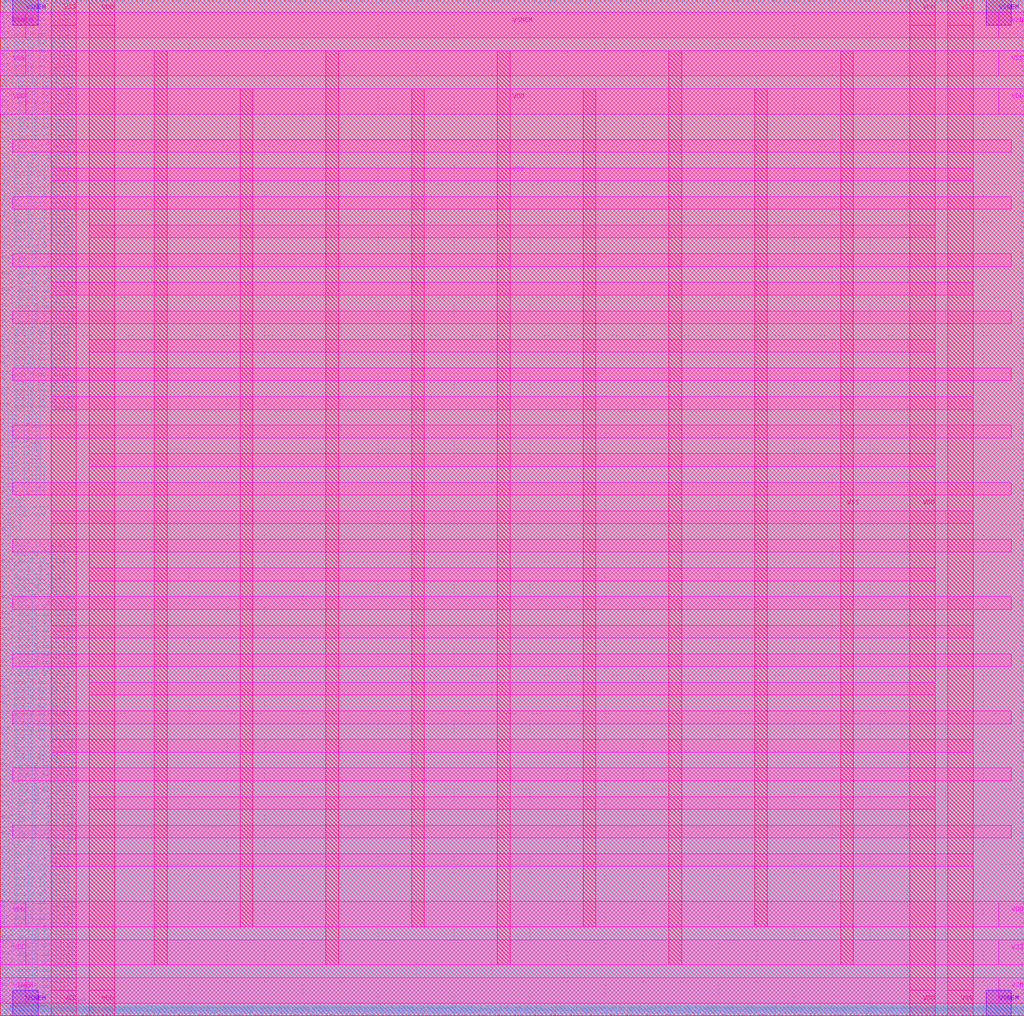
<source format=lef>
###############################################################
#  Generated by:      Cadence Innovus 20.13-s083_1
#  OS:                Linux x86_64(Host ID r6cad-tsmc40r.stanford.edu)
#  Generated on:      Fri May 21 00:46:43 2021
#  Design:            pe_tile_new_unq1
#  Command:           write_lef_abstract -specifyTopLayer 5 -PGPinLayers {6 7} -noCutObs -stripePin results/pe_tile_new_unq1.lef
###############################################################

VERSION 5.8 ;

BUSBITCHARS "[]" ;
DIVIDERCHAR "/" ;

MACRO pe_tile_new_unq1
  CLASS BLOCK ;
  SIZE 135.380000 BY 134.400000 ;
  FOREIGN pe_tile_new_unq1 0.000000 0.000000 ;
  ORIGIN 0 0 ;
  SYMMETRY X Y R90 ;
  PIN clk_in
    DIRECTION INPUT ;
    USE SIGNAL ;
    ANTENNAPARTIALMETALAREA 0.92435 LAYER M4  ;
    ANTENNAPARTIALMETALSIDEAREA 3.717 LAYER M4  ;
    ANTENNAMODEL OXIDE1 ;
    ANTENNAGATEAREA 0.4704 LAYER M4  ;
    ANTENNAMAXAREACAR 4.7253 LAYER M4  ;
    ANTENNAMAXSIDEAREACAR 17.7027 LAYER M4  ;
    ANTENNAMAXCUTCAR 0.13125 LAYER VIA4  ;
    PORT
      LAYER M4 ;
        RECT 0.000000 67.725000 0.390000 67.795000 ;
    END
  END clk_in
  PIN config_addr[31]
    DIRECTION INPUT ;
    USE SIGNAL ;
    ANTENNAPARTIALMETALAREA 0.2807 LAYER M4  ;
    ANTENNAPARTIALMETALSIDEAREA 1.0612 LAYER M4  ;
    ANTENNAMODEL OXIDE1 ;
    ANTENNAGATEAREA 0.032 LAYER M4  ;
    ANTENNAMAXAREACAR 134.356 LAYER M4  ;
    ANTENNAMAXSIDEAREACAR 531.1 LAYER M4  ;
    ANTENNAPARTIALCUTAREA 0.0098 LAYER VIA4  ;
    ANTENNAMAXCUTCAR 3.36875 LAYER VIA4  ;
    ANTENNAPARTIALMETALAREA 1.2292 LAYER M5  ;
    ANTENNAPARTIALMETALSIDEAREA 4.8552 LAYER M5  ;
    ANTENNAGATEAREA 0.288 LAYER M5  ;
    ANTENNAMAXAREACAR 138.624 LAYER M5  ;
    ANTENNAMAXSIDEAREACAR 547.958 LAYER M5  ;
    ANTENNAMAXCUTCAR 3.36875 LAYER VIA5  ;
    PORT
      LAYER M4 ;
        RECT 134.990000 60.165000 135.380000 60.235000 ;
    END
  END config_addr[31]
  PIN config_addr[30]
    DIRECTION INPUT ;
    USE SIGNAL ;
    ANTENNAPARTIALMETALAREA 0.1568 LAYER M4  ;
    ANTENNAPARTIALMETALSIDEAREA 0.6132 LAYER M4  ;
    ANTENNAMODEL OXIDE1 ;
    ANTENNAGATEAREA 0.032 LAYER M4  ;
    ANTENNAMAXAREACAR 84.5797 LAYER M4  ;
    ANTENNAMAXSIDEAREACAR 335.119 LAYER M4  ;
    ANTENNAPARTIALCUTAREA 0.0098 LAYER VIA4  ;
    ANTENNAMAXCUTCAR 2.60313 LAYER VIA4  ;
    ANTENNAPARTIALMETALAREA 2.17175 LAYER M5  ;
    ANTENNAPARTIALMETALSIDEAREA 8.6926 LAYER M5  ;
    ANTENNAGATEAREA 0.288 LAYER M5  ;
    ANTENNAMAXAREACAR 92.1205 LAYER M5  ;
    ANTENNAMAXSIDEAREACAR 365.301 LAYER M5  ;
    ANTENNAMAXCUTCAR 2.60313 LAYER VIA5  ;
    PORT
      LAYER M4 ;
        RECT 134.990000 60.865000 135.380000 60.935000 ;
    END
  END config_addr[30]
  PIN config_addr[29]
    DIRECTION INPUT ;
    USE SIGNAL ;
    ANTENNAPARTIALMETALAREA 0.4193 LAYER M4  ;
    ANTENNAPARTIALMETALSIDEAREA 1.6492 LAYER M4  ;
    ANTENNAMODEL OXIDE1 ;
    ANTENNAGATEAREA 0.016 LAYER M4  ;
    ANTENNAMAXAREACAR 123.113 LAYER M4  ;
    ANTENNAMAXSIDEAREACAR 487.175 LAYER M4  ;
    ANTENNAPARTIALCUTAREA 0.0098 LAYER VIA4  ;
    ANTENNAMAXCUTCAR 2.75625 LAYER VIA4  ;
    ANTENNAPARTIALMETALAREA 2.4591 LAYER M5  ;
    ANTENNAPARTIALMETALSIDEAREA 9.8672 LAYER M5  ;
    ANTENNAGATEAREA 0.288 LAYER M5  ;
    ANTENNAMAXAREACAR 131.651 LAYER M5  ;
    ANTENNAMAXSIDEAREACAR 521.436 LAYER M5  ;
    ANTENNAMAXCUTCAR 4.2875 LAYER VIA5  ;
    PORT
      LAYER M4 ;
        RECT 134.990000 61.565000 135.380000 61.635000 ;
    END
  END config_addr[29]
  PIN config_addr[28]
    DIRECTION INPUT ;
    USE SIGNAL ;
    ANTENNAPARTIALMETALAREA 0.3493 LAYER M4  ;
    ANTENNAPARTIALMETALSIDEAREA 1.3356 LAYER M4  ;
    ANTENNAMODEL OXIDE1 ;
    ANTENNAGATEAREA 0.016 LAYER M4  ;
    ANTENNAMAXAREACAR 121.931 LAYER M4  ;
    ANTENNAMAXSIDEAREACAR 480.481 LAYER M4  ;
    ANTENNAPARTIALCUTAREA 0.0098 LAYER VIA4  ;
    ANTENNAMAXCUTCAR 3.0625 LAYER VIA4  ;
    ANTENNAPARTIALMETALAREA 2.42375 LAYER M5  ;
    ANTENNAPARTIALMETALSIDEAREA 9.5578 LAYER M5  ;
    ANTENNAGATEAREA 0.452 LAYER M5  ;
    ANTENNAMAXAREACAR 127.294 LAYER M5  ;
    ANTENNAMAXSIDEAREACAR 501.627 LAYER M5  ;
    ANTENNAMAXCUTCAR 3.0625 LAYER VIA5  ;
    PORT
      LAYER M4 ;
        RECT 134.990000 62.265000 135.380000 62.335000 ;
    END
  END config_addr[28]
  PIN config_addr[27]
    DIRECTION INPUT ;
    USE SIGNAL ;
    ANTENNAPARTIALMETALAREA 0.13755 LAYER M4  ;
    ANTENNAPARTIALMETALSIDEAREA 0.5698 LAYER M4  ;
    ANTENNAMODEL OXIDE1 ;
    ANTENNAGATEAREA 0.266 LAYER M4  ;
    ANTENNAMAXAREACAR 95.7055 LAYER M4  ;
    ANTENNAMAXSIDEAREACAR 354.946 LAYER M4  ;
    ANTENNAPARTIALCUTAREA 0.0098 LAYER VIA4  ;
    ANTENNAMAXCUTCAR 1.94803 LAYER VIA4  ;
    ANTENNAPARTIALMETALAREA 0.602 LAYER M5  ;
    ANTENNAPARTIALMETALSIDEAREA 2.3464 LAYER M5  ;
    ANTENNAGATEAREA 0.404 LAYER M5  ;
    ANTENNAMAXAREACAR 97.1956 LAYER M5  ;
    ANTENNAMAXSIDEAREACAR 360.754 LAYER M5  ;
    ANTENNAMAXCUTCAR 1.94803 LAYER VIA5  ;
    PORT
      LAYER M4 ;
        RECT 134.990000 62.965000 135.380000 63.035000 ;
    END
  END config_addr[27]
  PIN config_addr[26]
    DIRECTION INPUT ;
    USE SIGNAL ;
    ANTENNAPARTIALMETALAREA 0.2779 LAYER M4  ;
    ANTENNAPARTIALMETALSIDEAREA 1.0164 LAYER M4  ;
    ANTENNAMODEL OXIDE1 ;
    ANTENNAGATEAREA 0.016 LAYER M4  ;
    ANTENNAMAXAREACAR 25.4844 LAYER M4  ;
    ANTENNAMAXSIDEAREACAR 96.4 LAYER M4  ;
    ANTENNAPARTIALCUTAREA 0.0098 LAYER VIA4  ;
    ANTENNAMAXCUTCAR 2.45 LAYER VIA4  ;
    ANTENNAPARTIALMETALAREA 1.28555 LAYER M5  ;
    ANTENNAPARTIALMETALSIDEAREA 5.1338 LAYER M5  ;
    ANTENNAGATEAREA 0.404 LAYER M5  ;
    ANTENNAMAXAREACAR 62.5989 LAYER M5  ;
    ANTENNAMAXSIDEAREACAR 247.129 LAYER M5  ;
    ANTENNAMAXCUTCAR 2.68059 LAYER VIA5  ;
    PORT
      LAYER M4 ;
        RECT 134.990000 63.525000 135.380000 63.595000 ;
    END
  END config_addr[26]
  PIN config_addr[25]
    DIRECTION INPUT ;
    USE SIGNAL ;
    ANTENNAPARTIALMETALAREA 0.52395 LAYER M4  ;
    ANTENNAPARTIALMETALSIDEAREA 2.0538 LAYER M4  ;
    ANTENNAMODEL OXIDE1 ;
    ANTENNAGATEAREA 0.186 LAYER M4  ;
    ANTENNAMAXAREACAR 36.6239 LAYER M4  ;
    ANTENNAMAXSIDEAREACAR 144.696 LAYER M4  ;
    ANTENNAPARTIALCUTAREA 0.0098 LAYER VIA4  ;
    ANTENNAMAXCUTCAR 1.99556 LAYER VIA4  ;
    ANTENNAPARTIALMETALAREA 2.2757 LAYER M5  ;
    ANTENNAPARTIALMETALSIDEAREA 8.9516 LAYER M5  ;
    ANTENNAGATEAREA 0.414 LAYER M5  ;
    ANTENNAMAXAREACAR 64.3458 LAYER M5  ;
    ANTENNAMAXSIDEAREACAR 254.096 LAYER M5  ;
    ANTENNAMAXCUTCAR 3.38333 LAYER VIA5  ;
    PORT
      LAYER M4 ;
        RECT 134.990000 64.225000 135.380000 64.295000 ;
    END
  END config_addr[25]
  PIN config_addr[24]
    DIRECTION INPUT ;
    USE SIGNAL ;
    ANTENNAPARTIALMETALAREA 0.2422 LAYER M4  ;
    ANTENNAPARTIALMETALSIDEAREA 0.8876 LAYER M4  ;
    ANTENNAMODEL OXIDE1 ;
    ANTENNAGATEAREA 0.138 LAYER M4  ;
    ANTENNAMAXAREACAR 54.0348 LAYER M4  ;
    ANTENNAMAXSIDEAREACAR 213.775 LAYER M4  ;
    ANTENNAPARTIALCUTAREA 0.0098 LAYER VIA4  ;
    ANTENNAMAXCUTCAR 2.11268 LAYER VIA4  ;
    ANTENNAPARTIALMETALAREA 2.39645 LAYER M5  ;
    ANTENNAPARTIALMETALSIDEAREA 9.5242 LAYER M5  ;
    ANTENNAGATEAREA 0.644 LAYER M5  ;
    ANTENNAMAXAREACAR 57.756 LAYER M5  ;
    ANTENNAMAXSIDEAREACAR 228.564 LAYER M5  ;
    ANTENNAMAXCUTCAR 2.19479 LAYER VIA5  ;
    PORT
      LAYER M4 ;
        RECT 134.990000 64.925000 135.380000 64.995000 ;
    END
  END config_addr[24]
  PIN config_addr[23]
    DIRECTION INPUT ;
    USE SIGNAL ;
    ANTENNAPARTIALMETALAREA 0.0217 LAYER M4  ;
    ANTENNAPARTIALMETALSIDEAREA 0.0868 LAYER M4  ;
    ANTENNAMODEL OXIDE1 ;
    ANTENNAGATEAREA 0.016 LAYER M4  ;
    ANTENNAMAXAREACAR 96.7969 LAYER M4  ;
    ANTENNAMAXSIDEAREACAR 385.941 LAYER M4  ;
    ANTENNAMAXCUTCAR 1.8375 LAYER VIA4  ;
    PORT
      LAYER M4 ;
        RECT 134.990000 65.625000 135.380000 65.695000 ;
    END
  END config_addr[23]
  PIN config_addr[22]
    DIRECTION INPUT ;
    USE SIGNAL ;
    ANTENNAPARTIALMETALAREA 0.0217 LAYER M4  ;
    ANTENNAPARTIALMETALSIDEAREA 0.0868 LAYER M4  ;
    ANTENNAMODEL OXIDE1 ;
    ANTENNAGATEAREA 0.016 LAYER M4  ;
    ANTENNAMAXAREACAR 90.7594 LAYER M4  ;
    ANTENNAMAXSIDEAREACAR 360.737 LAYER M4  ;
    ANTENNAMAXCUTCAR 1.8375 LAYER VIA4  ;
    PORT
      LAYER M4 ;
        RECT 134.990000 66.185000 135.380000 66.255000 ;
    END
  END config_addr[22]
  PIN config_addr[21]
    DIRECTION INPUT ;
    USE SIGNAL ;
    ANTENNAPARTIALMETALAREA 0.0217 LAYER M4  ;
    ANTENNAPARTIALMETALSIDEAREA 0.0868 LAYER M4  ;
    ANTENNAMODEL OXIDE1 ;
    ANTENNAGATEAREA 0.016 LAYER M4  ;
    ANTENNAMAXAREACAR 91.0437 LAYER M4  ;
    ANTENNAMAXSIDEAREACAR 355.869 LAYER M4  ;
    ANTENNAMAXCUTCAR 1.8375 LAYER VIA4  ;
    PORT
      LAYER M4 ;
        RECT 134.990000 66.885000 135.380000 66.955000 ;
    END
  END config_addr[21]
  PIN config_addr[20]
    DIRECTION INPUT ;
    USE SIGNAL ;
    ANTENNAPARTIALMETALAREA 0.03115 LAYER M4  ;
    ANTENNAPARTIALMETALSIDEAREA 0.1246 LAYER M4  ;
    ANTENNAMODEL OXIDE1 ;
    ANTENNAGATEAREA 0.016 LAYER M4  ;
    ANTENNAMAXAREACAR 89.2063 LAYER M4  ;
    ANTENNAMAXSIDEAREACAR 353.3 LAYER M4  ;
    ANTENNAMAXCUTCAR 1.53125 LAYER VIA4  ;
    PORT
      LAYER M4 ;
        RECT 134.990000 67.585000 135.380000 67.655000 ;
    END
  END config_addr[20]
  PIN config_addr[19]
    DIRECTION INPUT ;
    USE SIGNAL ;
    ANTENNAPARTIALMETALAREA 0.0315 LAYER M4  ;
    ANTENNAPARTIALMETALSIDEAREA 0.126 LAYER M4  ;
    ANTENNAPARTIALCUTAREA 0.0098 LAYER VIA4  ;
    ANTENNAPARTIALMETALAREA 2.9232 LAYER M5  ;
    ANTENNAPARTIALMETALSIDEAREA 11.5976 LAYER M5  ;
    ANTENNAMODEL OXIDE1 ;
    ANTENNAGATEAREA 0.058 LAYER M5  ;
    ANTENNAMAXAREACAR 60.2377 LAYER M5  ;
    ANTENNAMAXSIDEAREACAR 240.33 LAYER M5  ;
    ANTENNAMAXCUTCAR 1.56293 LAYER VIA5  ;
    PORT
      LAYER M4 ;
        RECT 134.990000 68.285000 135.380000 68.355000 ;
    END
  END config_addr[19]
  PIN config_addr[18]
    DIRECTION INPUT ;
    USE SIGNAL ;
    ANTENNAPARTIALMETALAREA 0.0217 LAYER M4  ;
    ANTENNAPARTIALMETALSIDEAREA 0.0868 LAYER M4  ;
    ANTENNAPARTIALCUTAREA 0.0098 LAYER VIA4  ;
    ANTENNAPARTIALMETALAREA 3.0114 LAYER M5  ;
    ANTENNAPARTIALMETALSIDEAREA 11.9504 LAYER M5  ;
    ANTENNAMODEL OXIDE1 ;
    ANTENNAGATEAREA 0.17 LAYER M5  ;
    ANTENNAMAXAREACAR 27.4717 LAYER M5  ;
    ANTENNAMAXSIDEAREACAR 107.997 LAYER M5  ;
    ANTENNAMAXCUTCAR 1.89515 LAYER VIA5  ;
    PORT
      LAYER M4 ;
        RECT 134.990000 68.845000 135.380000 68.915000 ;
    END
  END config_addr[18]
  PIN config_addr[17]
    DIRECTION INPUT ;
    USE SIGNAL ;
    ANTENNAPARTIALMETALAREA 1.1578 LAYER M4  ;
    ANTENNAPARTIALMETALSIDEAREA 4.6508 LAYER M4  ;
    ANTENNAPARTIALCUTAREA 0.0098 LAYER VIA4  ;
    ANTENNAPARTIALMETALAREA 2.8483 LAYER M5  ;
    ANTENNAPARTIALMETALSIDEAREA 11.3456 LAYER M5  ;
    ANTENNAMODEL OXIDE1 ;
    ANTENNAGATEAREA 0.09 LAYER M5  ;
    ANTENNAMAXAREACAR 49.3855 LAYER M5  ;
    ANTENNAMAXSIDEAREACAR 194.138 LAYER M5  ;
    ANTENNAMAXCUTCAR 1.44278 LAYER VIA5  ;
    PORT
      LAYER M4 ;
        RECT 134.990000 69.545000 135.380000 69.615000 ;
    END
  END config_addr[17]
  PIN config_addr[16]
    DIRECTION INPUT ;
    USE SIGNAL ;
    ANTENNAPARTIALMETALAREA 0.85435 LAYER M4  ;
    ANTENNAPARTIALMETALSIDEAREA 3.4174 LAYER M4  ;
    ANTENNAPARTIALCUTAREA 0.0098 LAYER VIA4  ;
    ANTENNAPARTIALMETALAREA 2.7895 LAYER M5  ;
    ANTENNAPARTIALMETALSIDEAREA 11.1104 LAYER M5  ;
    ANTENNAMODEL OXIDE1 ;
    ANTENNAGATEAREA 0.128 LAYER M5  ;
    ANTENNAMAXAREACAR 31.9895 LAYER M5  ;
    ANTENNAMAXSIDEAREACAR 128.317 LAYER M5  ;
    ANTENNAMAXCUTCAR 1.37812 LAYER VIA5  ;
    PORT
      LAYER M4 ;
        RECT 134.990000 70.245000 135.380000 70.315000 ;
    END
  END config_addr[16]
  PIN config_addr[15]
    DIRECTION INPUT ;
    USE SIGNAL ;
    ANTENNAPARTIALMETALAREA 0.0784 LAYER M4  ;
    ANTENNAPARTIALMETALSIDEAREA 0.2996 LAYER M4  ;
    ANTENNAMODEL OXIDE1 ;
    ANTENNAGATEAREA 0.016 LAYER M4  ;
    ANTENNAMAXAREACAR 14.35 LAYER M4  ;
    ANTENNAMAXSIDEAREACAR 52.2781 LAYER M4  ;
    ANTENNAMAXCUTCAR 1.8375 LAYER VIA4  ;
    PORT
      LAYER M4 ;
        RECT 134.990000 70.945000 135.380000 71.015000 ;
    END
  END config_addr[15]
  PIN config_addr[14]
    DIRECTION INPUT ;
    USE SIGNAL ;
    ANTENNAPARTIALMETALAREA 0.1981 LAYER M4  ;
    ANTENNAPARTIALMETALSIDEAREA 0.7924 LAYER M4  ;
    ANTENNAMODEL OXIDE1 ;
    ANTENNAGATEAREA 0.016 LAYER M4  ;
    ANTENNAMAXAREACAR 96.9938 LAYER M4  ;
    ANTENNAMAXSIDEAREACAR 381.628 LAYER M4  ;
    ANTENNAMAXCUTCAR 1.8375 LAYER VIA4  ;
    PORT
      LAYER M4 ;
        RECT 134.990000 71.505000 135.380000 71.575000 ;
    END
  END config_addr[14]
  PIN config_addr[13]
    DIRECTION INPUT ;
    USE SIGNAL ;
    ANTENNAPARTIALMETALAREA 0.1764 LAYER M4  ;
    ANTENNAPARTIALMETALSIDEAREA 0.6916 LAYER M4  ;
    ANTENNAMODEL OXIDE1 ;
    ANTENNAGATEAREA 0.016 LAYER M4  ;
    ANTENNAMAXAREACAR 91.9625 LAYER M4  ;
    ANTENNAMAXSIDEAREACAR 360.628 LAYER M4  ;
    ANTENNAMAXCUTCAR 1.8375 LAYER VIA4  ;
    PORT
      LAYER M4 ;
        RECT 134.990000 72.205000 135.380000 72.275000 ;
    END
  END config_addr[13]
  PIN config_addr[12]
    DIRECTION INPUT ;
    USE SIGNAL ;
    ANTENNAPARTIALMETALAREA 0.0315 LAYER M4  ;
    ANTENNAPARTIALMETALSIDEAREA 0.126 LAYER M4  ;
    ANTENNAMODEL OXIDE1 ;
    ANTENNAGATEAREA 0.032 LAYER M4  ;
    ANTENNAMAXAREACAR 51.1219 LAYER M4  ;
    ANTENNAMAXSIDEAREACAR 201.975 LAYER M4  ;
    ANTENNAMAXCUTCAR 1.225 LAYER VIA4  ;
    PORT
      LAYER M4 ;
        RECT 134.990000 72.905000 135.380000 72.975000 ;
    END
  END config_addr[12]
  PIN config_addr[11]
    DIRECTION INPUT ;
    USE SIGNAL ;
    ANTENNAPARTIALMETALAREA 0.0217 LAYER M4  ;
    ANTENNAPARTIALMETALSIDEAREA 0.0868 LAYER M4  ;
    ANTENNAMODEL OXIDE1 ;
    ANTENNAGATEAREA 0.016 LAYER M4  ;
    ANTENNAMAXAREACAR 91.5687 LAYER M4  ;
    ANTENNAMAXSIDEAREACAR 359.928 LAYER M4  ;
    ANTENNAMAXCUTCAR 1.8375 LAYER VIA4  ;
    PORT
      LAYER M4 ;
        RECT 134.990000 73.605000 135.380000 73.675000 ;
    END
  END config_addr[11]
  PIN config_addr[10]
    DIRECTION INPUT ;
    USE SIGNAL ;
    ANTENNAPARTIALMETALAREA 0.0315 LAYER M4  ;
    ANTENNAPARTIALMETALSIDEAREA 0.126 LAYER M4  ;
    ANTENNAPARTIALCUTAREA 0.0098 LAYER VIA4  ;
    ANTENNAPARTIALMETALAREA 1.0549 LAYER M5  ;
    ANTENNAPARTIALMETALSIDEAREA 4.172 LAYER M5  ;
    ANTENNAMODEL OXIDE1 ;
    ANTENNAGATEAREA 0.032 LAYER M5  ;
    ANTENNAMAXAREACAR 50.9984 LAYER M5  ;
    ANTENNAMAXSIDEAREACAR 202.002 LAYER M5  ;
    ANTENNAMAXCUTCAR 1.07187 LAYER VIA5  ;
    PORT
      LAYER M4 ;
        RECT 134.990000 74.305000 135.380000 74.375000 ;
    END
  END config_addr[10]
  PIN config_addr[9]
    DIRECTION INPUT ;
    USE SIGNAL ;
    ANTENNAPARTIALMETALAREA 0.1589 LAYER M4  ;
    ANTENNAPARTIALMETALSIDEAREA 0.6356 LAYER M4  ;
    ANTENNAMODEL OXIDE1 ;
    ANTENNAGATEAREA 0.032 LAYER M4  ;
    ANTENNAMAXAREACAR 52.4641 LAYER M4  ;
    ANTENNAMAXSIDEAREACAR 208.739 LAYER M4  ;
    ANTENNAMAXCUTCAR 0.91875 LAYER VIA4  ;
    PORT
      LAYER M4 ;
        RECT 134.990000 74.865000 135.380000 74.935000 ;
    END
  END config_addr[9]
  PIN config_addr[8]
    DIRECTION INPUT ;
    USE SIGNAL ;
    ANTENNAPARTIALMETALAREA 0.0497 LAYER M4  ;
    ANTENNAPARTIALMETALSIDEAREA 0.1652 LAYER M4  ;
    ANTENNAMODEL OXIDE1 ;
    ANTENNAGATEAREA 0.032 LAYER M4  ;
    ANTENNAMAXAREACAR 53.8672 LAYER M4  ;
    ANTENNAMAXSIDEAREACAR 209.875 LAYER M4  ;
    ANTENNAMAXCUTCAR 1.53125 LAYER VIA4  ;
    PORT
      LAYER M4 ;
        RECT 134.990000 75.565000 135.380000 75.635000 ;
    END
  END config_addr[8]
  PIN config_addr[7]
    DIRECTION INPUT ;
    USE SIGNAL ;
    ANTENNAPARTIALMETALAREA 0.0217 LAYER M4  ;
    ANTENNAPARTIALMETALSIDEAREA 0.0868 LAYER M4  ;
    ANTENNAMODEL OXIDE1 ;
    ANTENNAGATEAREA 0.016 LAYER M4  ;
    ANTENNAMAXAREACAR 106.881 LAYER M4  ;
    ANTENNAMAXSIDEAREACAR 421.178 LAYER M4  ;
    ANTENNAMAXCUTCAR 1.8375 LAYER VIA4  ;
    PORT
      LAYER M4 ;
        RECT 134.990000 76.265000 135.380000 76.335000 ;
    END
  END config_addr[7]
  PIN config_addr[6]
    DIRECTION INPUT ;
    USE SIGNAL ;
    ANTENNAPARTIALMETALAREA 0.20755 LAYER M4  ;
    ANTENNAPARTIALMETALSIDEAREA 0.8302 LAYER M4  ;
    ANTENNAMODEL OXIDE1 ;
    ANTENNAGATEAREA 0.016 LAYER M4  ;
    ANTENNAMAXAREACAR 107.472 LAYER M4  ;
    ANTENNAMAXSIDEAREACAR 423.541 LAYER M4  ;
    ANTENNAMAXCUTCAR 1.8375 LAYER VIA4  ;
    PORT
      LAYER M4 ;
        RECT 134.990000 76.965000 135.380000 77.035000 ;
    END
  END config_addr[6]
  PIN config_addr[5]
    DIRECTION INPUT ;
    USE SIGNAL ;
    ANTENNAPARTIALMETALAREA 0.0217 LAYER M4  ;
    ANTENNAPARTIALMETALSIDEAREA 0.0868 LAYER M4  ;
    ANTENNAMODEL OXIDE1 ;
    ANTENNAGATEAREA 0.016 LAYER M4  ;
    ANTENNAMAXAREACAR 91.5687 LAYER M4  ;
    ANTENNAMAXSIDEAREACAR 359.928 LAYER M4  ;
    ANTENNAMAXCUTCAR 1.8375 LAYER VIA4  ;
    PORT
      LAYER M4 ;
        RECT 134.990000 77.525000 135.380000 77.595000 ;
    END
  END config_addr[5]
  PIN config_addr[4]
    DIRECTION INPUT ;
    USE SIGNAL ;
    ANTENNAPARTIALMETALAREA 0.0217 LAYER M4  ;
    ANTENNAPARTIALMETALSIDEAREA 0.0868 LAYER M4  ;
    ANTENNAMODEL OXIDE1 ;
    ANTENNAGATEAREA 0.016 LAYER M4  ;
    ANTENNAMAXAREACAR 92.2031 LAYER M4  ;
    ANTENNAMAXSIDEAREACAR 364.566 LAYER M4  ;
    ANTENNAMAXCUTCAR 1.53125 LAYER VIA4  ;
    PORT
      LAYER M4 ;
        RECT 134.990000 78.225000 135.380000 78.295000 ;
    END
  END config_addr[4]
  PIN config_addr[3]
    DIRECTION INPUT ;
    USE SIGNAL ;
    ANTENNAPARTIALMETALAREA 0.0315 LAYER M4  ;
    ANTENNAPARTIALMETALSIDEAREA 0.126 LAYER M4  ;
    ANTENNAMODEL OXIDE1 ;
    ANTENNAGATEAREA 0.016 LAYER M4  ;
    ANTENNAMAXAREACAR 100.144 LAYER M4  ;
    ANTENNAMAXSIDEAREACAR 394.228 LAYER M4  ;
    ANTENNAMAXCUTCAR 1.8375 LAYER VIA4  ;
    PORT
      LAYER M4 ;
        RECT 134.990000 78.925000 135.380000 78.995000 ;
    END
  END config_addr[3]
  PIN config_addr[2]
    DIRECTION INPUT ;
    USE SIGNAL ;
    ANTENNAPARTIALMETALAREA 0.0315 LAYER M4  ;
    ANTENNAPARTIALMETALSIDEAREA 0.126 LAYER M4  ;
    ANTENNAMODEL OXIDE1 ;
    ANTENNAGATEAREA 0.016 LAYER M4  ;
    ANTENNAMAXAREACAR 95.1562 LAYER M4  ;
    ANTENNAMAXSIDEAREACAR 374.278 LAYER M4  ;
    ANTENNAMAXCUTCAR 1.8375 LAYER VIA4  ;
    PORT
      LAYER M4 ;
        RECT 134.990000 79.625000 135.380000 79.695000 ;
    END
  END config_addr[2]
  PIN config_addr[1]
    DIRECTION INPUT ;
    USE SIGNAL ;
    ANTENNAPARTIALMETALAREA 0.0217 LAYER M4  ;
    ANTENNAPARTIALMETALSIDEAREA 0.0868 LAYER M4  ;
    ANTENNAMODEL OXIDE1 ;
    ANTENNAGATEAREA 0.016 LAYER M4  ;
    ANTENNAMAXAREACAR 89.6438 LAYER M4  ;
    ANTENNAMAXSIDEAREACAR 352.228 LAYER M4  ;
    ANTENNAMAXCUTCAR 1.8375 LAYER VIA4  ;
    PORT
      LAYER M4 ;
        RECT 134.990000 80.185000 135.380000 80.255000 ;
    END
  END config_addr[1]
  PIN config_addr[0]
    DIRECTION INPUT ;
    USE SIGNAL ;
    ANTENNAPARTIALMETALAREA 0.0903 LAYER M4  ;
    ANTENNAPARTIALMETALSIDEAREA 0.3612 LAYER M4  ;
    ANTENNAMODEL OXIDE1 ;
    ANTENNAGATEAREA 0.016 LAYER M4  ;
    ANTENNAMAXAREACAR 93.4062 LAYER M4  ;
    ANTENNAMAXSIDEAREACAR 367.278 LAYER M4  ;
    ANTENNAMAXCUTCAR 1.8375 LAYER VIA4  ;
    PORT
      LAYER M4 ;
        RECT 134.990000 80.885000 135.380000 80.955000 ;
    END
  END config_addr[0]
  PIN config_data[31]
    DIRECTION INPUT ;
    USE SIGNAL ;
    ANTENNAPARTIALMETALAREA 1.53265 LAYER M4  ;
    ANTENNAPARTIALMETALSIDEAREA 6.1754 LAYER M4  ;
    ANTENNAMODEL OXIDE1 ;
    ANTENNAGATEAREA 0.0648 LAYER M4  ;
    ANTENNAMAXAREACAR 193.535 LAYER M4  ;
    ANTENNAMAXSIDEAREACAR 766.176 LAYER M4  ;
    ANTENNAPARTIALCUTAREA 0.0196 LAYER VIA4  ;
    ANTENNAMAXCUTCAR 2.31067 LAYER VIA4  ;
    ANTENNAPARTIALMETALAREA 2.1637 LAYER M5  ;
    ANTENNAPARTIALMETALSIDEAREA 8.4784 LAYER M5  ;
    ANTENNAGATEAREA 0.3004 LAYER M5  ;
    ANTENNAMAXAREACAR 200.738 LAYER M5  ;
    ANTENNAMAXSIDEAREACAR 794.4 LAYER M5  ;
    ANTENNAMAXCUTCAR 2.31067 LAYER VIA5  ;
    PORT
      LAYER M4 ;
        RECT 74.655000 134.010000 74.725000 134.400000 ;
    END
  END config_data[31]
  PIN config_data[30]
    DIRECTION INPUT ;
    USE SIGNAL ;
    ANTENNAPARTIALMETALAREA 0.06545 LAYER M4  ;
    ANTENNAPARTIALMETALSIDEAREA 0.2618 LAYER M4  ;
    ANTENNAPARTIALCUTAREA 0.0098 LAYER VIA4  ;
    ANTENNAPARTIALMETALAREA 5.3949 LAYER M5  ;
    ANTENNAPARTIALMETALSIDEAREA 21.4088 LAYER M5  ;
    ANTENNAMODEL OXIDE1 ;
    ANTENNAGATEAREA 0.3004 LAYER M5  ;
    ANTENNAMAXAREACAR 124.369 LAYER M5  ;
    ANTENNAMAXSIDEAREACAR 494.907 LAYER M5  ;
    ANTENNAMAXCUTCAR 2.40984 LAYER VIA5  ;
    PORT
      LAYER M4 ;
        RECT 73.955000 134.010000 74.025000 134.400000 ;
    END
  END config_data[30]
  PIN config_data[29]
    DIRECTION INPUT ;
    USE SIGNAL ;
    ANTENNAPARTIALMETALAREA 0.17325 LAYER M4  ;
    ANTENNAPARTIALMETALSIDEAREA 0.693 LAYER M4  ;
    ANTENNAPARTIALCUTAREA 0.0098 LAYER VIA4  ;
    ANTENNAPARTIALMETALAREA 3.773 LAYER M5  ;
    ANTENNAPARTIALMETALSIDEAREA 14.84 LAYER M5  ;
    ANTENNAMODEL OXIDE1 ;
    ANTENNAGATEAREA 0.3004 LAYER M5  ;
    ANTENNAMAXAREACAR 75.1324 LAYER M5  ;
    ANTENNAMAXSIDEAREACAR 297.686 LAYER M5  ;
    ANTENNAMAXCUTCAR 2.40984 LAYER VIA5  ;
    PORT
      LAYER M4 ;
        RECT 73.255000 134.010000 73.325000 134.400000 ;
    END
  END config_data[29]
  PIN config_data[28]
    DIRECTION INPUT ;
    USE SIGNAL ;
    ANTENNAPARTIALMETALAREA 0.25165 LAYER M4  ;
    ANTENNAPARTIALMETALSIDEAREA 1.0066 LAYER M4  ;
    ANTENNAPARTIALCUTAREA 0.0098 LAYER VIA4  ;
    ANTENNAPARTIALMETALAREA 3.1591 LAYER M5  ;
    ANTENNAPARTIALMETALSIDEAREA 12.432 LAYER M5  ;
    ANTENNAMODEL OXIDE1 ;
    ANTENNAGATEAREA 0.3004 LAYER M5  ;
    ANTENNAMAXAREACAR 86.7745 LAYER M5  ;
    ANTENNAMAXSIDEAREACAR 344.647 LAYER M5  ;
    ANTENNAMAXCUTCAR 2.61066 LAYER VIA5  ;
    PORT
      LAYER M4 ;
        RECT 72.695000 134.010000 72.765000 134.400000 ;
    END
  END config_data[28]
  PIN config_data[27]
    DIRECTION INPUT ;
    USE SIGNAL ;
    ANTENNAPARTIALMETALAREA 0.12425 LAYER M4  ;
    ANTENNAPARTIALMETALSIDEAREA 0.497 LAYER M4  ;
    ANTENNAPARTIALCUTAREA 0.0098 LAYER VIA4  ;
    ANTENNAPARTIALMETALAREA 3.2109 LAYER M5  ;
    ANTENNAPARTIALMETALSIDEAREA 12.7204 LAYER M5  ;
    ANTENNAMODEL OXIDE1 ;
    ANTENNAGATEAREA 0.3004 LAYER M5  ;
    ANTENNAMAXAREACAR 63.5234 LAYER M5  ;
    ANTENNAMAXSIDEAREACAR 253.005 LAYER M5  ;
    ANTENNAMAXCUTCAR 2.1376 LAYER VIA5  ;
    PORT
      LAYER M4 ;
        RECT 71.995000 134.010000 72.065000 134.400000 ;
    END
  END config_data[27]
  PIN config_data[26]
    DIRECTION INPUT ;
    USE SIGNAL ;
    ANTENNAPARTIALMETALAREA 3.7884 LAYER M4  ;
    ANTENNAPARTIALMETALSIDEAREA 15.1228 LAYER M4  ;
    ANTENNAMODEL OXIDE1 ;
    ANTENNAGATEAREA 0.0892 LAYER M4  ;
    ANTENNAMAXAREACAR 134.622 LAYER M4  ;
    ANTENNAMAXSIDEAREACAR 532.817 LAYER M4  ;
    ANTENNAPARTIALCUTAREA 0.0196 LAYER VIA4  ;
    ANTENNAMAXCUTCAR 3.23203 LAYER VIA4  ;
    ANTENNAPARTIALMETALAREA 1.7668 LAYER M5  ;
    ANTENNAPARTIALMETALSIDEAREA 6.972 LAYER M5  ;
    ANTENNAGATEAREA 0.3004 LAYER M5  ;
    ANTENNAMAXAREACAR 140.504 LAYER M5  ;
    ANTENNAMAXSIDEAREACAR 556.026 LAYER M5  ;
    ANTENNAMAXCUTCAR 3.23203 LAYER VIA5  ;
    PORT
      LAYER M4 ;
        RECT 71.295000 134.010000 71.365000 134.400000 ;
    END
  END config_data[26]
  PIN config_data[25]
    DIRECTION INPUT ;
    USE SIGNAL ;
    ANTENNAPARTIALMETALAREA 2.4724 LAYER M4  ;
    ANTENNAPARTIALMETALSIDEAREA 9.8952 LAYER M4  ;
    ANTENNAMODEL OXIDE1 ;
    ANTENNAGATEAREA 0.1136 LAYER M4  ;
    ANTENNAMAXAREACAR 67.3802 LAYER M4  ;
    ANTENNAMAXSIDEAREACAR 267.51 LAYER M4  ;
    ANTENNAPARTIALCUTAREA 0.0098 LAYER VIA4  ;
    ANTENNAMAXCUTCAR 1.44067 LAYER VIA4  ;
    ANTENNAPARTIALMETALAREA 2.0412 LAYER M5  ;
    ANTENNAPARTIALMETALSIDEAREA 8.1564 LAYER M5  ;
    ANTENNAGATEAREA 0.3004 LAYER M5  ;
    ANTENNAMAXAREACAR 95.1884 LAYER M5  ;
    ANTENNAMAXSIDEAREACAR 375.627 LAYER M5  ;
    ANTENNAMAXCUTCAR 2.81148 LAYER VIA5  ;
    PORT
      LAYER M4 ;
        RECT 70.595000 134.010000 70.665000 134.400000 ;
    END
  END config_data[25]
  PIN config_data[24]
    DIRECTION INPUT ;
    USE SIGNAL ;
    ANTENNAPARTIALMETALAREA 0.31045 LAYER M4  ;
    ANTENNAPARTIALMETALSIDEAREA 1.2418 LAYER M4  ;
    ANTENNAPARTIALCUTAREA 0.0098 LAYER VIA4  ;
    ANTENNAPARTIALMETALAREA 0.9919 LAYER M5  ;
    ANTENNAPARTIALMETALSIDEAREA 3.892 LAYER M5  ;
    ANTENNAMODEL OXIDE1 ;
    ANTENNAGATEAREA 0.3004 LAYER M5  ;
    ANTENNAMAXAREACAR 87.6486 LAYER M5  ;
    ANTENNAMAXSIDEAREACAR 345.055 LAYER M5  ;
    ANTENNAMAXCUTCAR 2.20902 LAYER VIA5  ;
    PORT
      LAYER M4 ;
        RECT 69.895000 134.010000 69.965000 134.400000 ;
    END
  END config_data[24]
  PIN config_data[23]
    DIRECTION INPUT ;
    USE SIGNAL ;
    ANTENNAPARTIALMETALAREA 0.75145 LAYER M4  ;
    ANTENNAPARTIALMETALSIDEAREA 2.9918 LAYER M4  ;
    ANTENNAPARTIALCUTAREA 0.0098 LAYER VIA4  ;
    ANTENNAPARTIALMETALAREA 1.1592 LAYER M5  ;
    ANTENNAPARTIALMETALSIDEAREA 4.5416 LAYER M5  ;
    ANTENNAMODEL OXIDE1 ;
    ANTENNAGATEAREA 0.3004 LAYER M5  ;
    ANTENNAMAXAREACAR 79.5271 LAYER M5  ;
    ANTENNAMAXSIDEAREACAR 313.679 LAYER M5  ;
    ANTENNAMAXCUTCAR 1.6695 LAYER VIA5  ;
    PORT
      LAYER M4 ;
        RECT 69.335000 134.010000 69.405000 134.400000 ;
    END
  END config_data[23]
  PIN config_data[22]
    DIRECTION INPUT ;
    USE SIGNAL ;
    ANTENNAPARTIALMETALAREA 0.84945 LAYER M4  ;
    ANTENNAPARTIALMETALSIDEAREA 3.3978 LAYER M4  ;
    ANTENNAPARTIALCUTAREA 0.0098 LAYER VIA4  ;
    ANTENNAPARTIALMETALAREA 4.5367 LAYER M5  ;
    ANTENNAPARTIALMETALSIDEAREA 18.004 LAYER M5  ;
    ANTENNAMODEL OXIDE1 ;
    ANTENNAGATEAREA 0.3004 LAYER M5  ;
    ANTENNAMAXAREACAR 108.66 LAYER M5  ;
    ANTENNAMAXSIDEAREACAR 430.786 LAYER M5  ;
    ANTENNAMAXCUTCAR 2.20902 LAYER VIA5  ;
    PORT
      LAYER M4 ;
        RECT 68.635000 134.010000 68.705000 134.400000 ;
    END
  END config_data[22]
  PIN config_data[21]
    DIRECTION INPUT ;
    USE SIGNAL ;
    ANTENNAPARTIALMETALAREA 2.34395 LAYER M4  ;
    ANTENNAPARTIALMETALSIDEAREA 9.3674 LAYER M4  ;
    ANTENNAMODEL OXIDE1 ;
    ANTENNAGATEAREA 0.1624 LAYER M4  ;
    ANTENNAMAXAREACAR 108.211 LAYER M4  ;
    ANTENNAMAXSIDEAREACAR 429.854 LAYER M4  ;
    ANTENNAPARTIALCUTAREA 0.0196 LAYER VIA4  ;
    ANTENNAMAXCUTCAR 1.52672 LAYER VIA4  ;
    ANTENNAPARTIALMETALAREA 0.61075 LAYER M5  ;
    ANTENNAPARTIALMETALSIDEAREA 2.3814 LAYER M5  ;
    ANTENNAGATEAREA 0.3004 LAYER M5  ;
    ANTENNAMAXAREACAR 110.244 LAYER M5  ;
    ANTENNAMAXSIDEAREACAR 437.781 LAYER M5  ;
    ANTENNAMAXCUTCAR 2.40892 LAYER VIA5  ;
    PORT
      LAYER M4 ;
        RECT 67.935000 134.010000 68.005000 134.400000 ;
    END
  END config_data[21]
  PIN config_data[20]
    DIRECTION INPUT ;
    USE SIGNAL ;
    ANTENNAPARTIALMETALAREA 4.69665 LAYER M4  ;
    ANTENNAPARTIALMETALSIDEAREA 18.683 LAYER M4  ;
    ANTENNAMODEL OXIDE1 ;
    ANTENNAGATEAREA 0.3004 LAYER M4  ;
    ANTENNAMAXAREACAR 69.428 LAYER M4  ;
    ANTENNAMAXSIDEAREACAR 274.886 LAYER M4  ;
    ANTENNAMAXCUTCAR 1.80738 LAYER VIA4  ;
    PORT
      LAYER M4 ;
        RECT 67.235000 134.010000 67.305000 134.400000 ;
    END
  END config_data[20]
  PIN config_data[19]
    DIRECTION INPUT ;
    USE SIGNAL ;
    ANTENNAPARTIALMETALAREA 0.45675 LAYER M4  ;
    ANTENNAPARTIALMETALSIDEAREA 1.8466 LAYER M4  ;
    ANTENNAMODEL OXIDE1 ;
    ANTENNAGATEAREA 0.0244 LAYER M4  ;
    ANTENNAMAXAREACAR 201.441 LAYER M4  ;
    ANTENNAMAXSIDEAREACAR 801.811 LAYER M4  ;
    ANTENNAPARTIALCUTAREA 0.0049 LAYER VIA4  ;
    ANTENNAMAXCUTCAR 2.20902 LAYER VIA4  ;
    ANTENNAPARTIALMETALAREA 0.92575 LAYER M5  ;
    ANTENNAPARTIALMETALSIDEAREA 3.675 LAYER M5  ;
    ANTENNAGATEAREA 0.3004 LAYER M5  ;
    ANTENNAMAXAREACAR 204.522 LAYER M5  ;
    ANTENNAMAXSIDEAREACAR 814.045 LAYER M5  ;
    ANTENNAMAXCUTCAR 2.20902 LAYER VIA5  ;
    PORT
      LAYER M4 ;
        RECT 66.535000 134.010000 66.605000 134.400000 ;
    END
  END config_data[19]
  PIN config_data[18]
    DIRECTION INPUT ;
    USE SIGNAL ;
    ANTENNAPARTIALMETALAREA 5.11735 LAYER M4  ;
    ANTENNAPARTIALMETALSIDEAREA 20.5338 LAYER M4  ;
    ANTENNAMODEL OXIDE1 ;
    ANTENNAGATEAREA 0.0648 LAYER M4  ;
    ANTENNAMAXAREACAR 149.703 LAYER M4  ;
    ANTENNAMAXSIDEAREACAR 593.755 LAYER M4  ;
    ANTENNAPARTIALCUTAREA 0.0196 LAYER VIA4  ;
    ANTENNAMAXCUTCAR 3.36497 LAYER VIA4  ;
    ANTENNAPARTIALMETALAREA 4.1237 LAYER M5  ;
    ANTENNAPARTIALMETALSIDEAREA 16.3184 LAYER M5  ;
    ANTENNAGATEAREA 0.3004 LAYER M5  ;
    ANTENNAMAXAREACAR 163.43 LAYER M5  ;
    ANTENNAMAXSIDEAREACAR 648.077 LAYER M5  ;
    ANTENNAMAXCUTCAR 3.36497 LAYER VIA5  ;
    PORT
      LAYER M4 ;
        RECT 65.835000 134.010000 65.905000 134.400000 ;
    END
  END config_data[18]
  PIN config_data[17]
    DIRECTION INPUT ;
    USE SIGNAL ;
    ANTENNAPARTIALMETALAREA 1.00065 LAYER M4  ;
    ANTENNAPARTIALMETALSIDEAREA 4.0138 LAYER M4  ;
    ANTENNAMODEL OXIDE1 ;
    ANTENNAGATEAREA 0.2356 LAYER M4  ;
    ANTENNAMAXAREACAR 87.5976 LAYER M4  ;
    ANTENNAMAXSIDEAREACAR 347.145 LAYER M4  ;
    ANTENNAPARTIALCUTAREA 0.0098 LAYER VIA4  ;
    ANTENNAMAXCUTCAR 1.84897 LAYER VIA4  ;
    ANTENNAPARTIALMETALAREA 2.4927 LAYER M5  ;
    ANTENNAPARTIALMETALSIDEAREA 9.9428 LAYER M5  ;
    ANTENNAGATEAREA 0.3004 LAYER M5  ;
    ANTENNAMAXAREACAR 95.8956 LAYER M5  ;
    ANTENNAMAXSIDEAREACAR 380.244 LAYER M5  ;
    ANTENNAMAXCUTCAR 3.54765 LAYER VIA5  ;
    PORT
      LAYER M4 ;
        RECT 65.275000 134.010000 65.345000 134.400000 ;
    END
  END config_data[17]
  PIN config_data[16]
    DIRECTION INPUT ;
    USE SIGNAL ;
    ANTENNAPARTIALMETALAREA 1.00485 LAYER M4  ;
    ANTENNAPARTIALMETALSIDEAREA 3.9858 LAYER M4  ;
    ANTENNAPARTIALCUTAREA 0.0098 LAYER VIA4  ;
    ANTENNAPARTIALMETALAREA 1.5883 LAYER M5  ;
    ANTENNAPARTIALMETALSIDEAREA 6.3308 LAYER M5  ;
    ANTENNAMODEL OXIDE1 ;
    ANTENNAGATEAREA 0.3004 LAYER M5  ;
    ANTENNAMAXAREACAR 83.6345 LAYER M5  ;
    ANTENNAMAXSIDEAREACAR 330.351 LAYER M5  ;
    ANTENNAMAXCUTCAR 2.3125 LAYER VIA5  ;
    PORT
      LAYER M4 ;
        RECT 64.575000 134.010000 64.645000 134.400000 ;
    END
  END config_data[16]
  PIN config_data[15]
    DIRECTION INPUT ;
    USE SIGNAL ;
    ANTENNAPARTIALMETALAREA 0.58345 LAYER M4  ;
    ANTENNAPARTIALMETALSIDEAREA 2.3002 LAYER M4  ;
    ANTENNAPARTIALCUTAREA 0.0098 LAYER VIA4  ;
    ANTENNAPARTIALMETALAREA 8.30795 LAYER M5  ;
    ANTENNAPARTIALMETALSIDEAREA 32.9462 LAYER M5  ;
    ANTENNAMODEL OXIDE1 ;
    ANTENNAGATEAREA 0.3668 LAYER M5  ;
    ANTENNAMAXAREACAR 92.1407 LAYER M5  ;
    ANTENNAMAXSIDEAREACAR 364.413 LAYER M5  ;
    ANTENNAMAXCUTCAR 2.45 LAYER VIA5  ;
    PORT
      LAYER M4 ;
        RECT 63.875000 134.010000 63.945000 134.400000 ;
    END
  END config_data[15]
  PIN config_data[14]
    DIRECTION INPUT ;
    USE SIGNAL ;
    ANTENNAPARTIALMETALAREA 0.30065 LAYER M4  ;
    ANTENNAPARTIALMETALSIDEAREA 1.2026 LAYER M4  ;
    ANTENNAPARTIALCUTAREA 0.0098 LAYER VIA4  ;
    ANTENNAPARTIALMETALAREA 5.992 LAYER M5  ;
    ANTENNAPARTIALMETALSIDEAREA 23.73 LAYER M5  ;
    ANTENNAMODEL OXIDE1 ;
    ANTENNAGATEAREA 0.3668 LAYER M5  ;
    ANTENNAMAXAREACAR 95.0832 LAYER M5  ;
    ANTENNAMAXSIDEAREACAR 377.967 LAYER M5  ;
    ANTENNAMAXCUTCAR 1.71015 LAYER VIA5  ;
    PORT
      LAYER M4 ;
        RECT 63.175000 134.010000 63.245000 134.400000 ;
    END
  END config_data[14]
  PIN config_data[13]
    DIRECTION INPUT ;
    USE SIGNAL ;
    ANTENNAPARTIALMETALAREA 2.51685 LAYER M4  ;
    ANTENNAPARTIALMETALSIDEAREA 10.087 LAYER M4  ;
    ANTENNAMODEL OXIDE1 ;
    ANTENNAGATEAREA 0.0648 LAYER M4  ;
    ANTENNAMAXAREACAR 101.631 LAYER M4  ;
    ANTENNAMAXSIDEAREACAR 403.769 LAYER M4  ;
    ANTENNAPARTIALCUTAREA 0.0098 LAYER VIA4  ;
    ANTENNAMAXCUTCAR 1.52747 LAYER VIA4  ;
    ANTENNAPARTIALMETALAREA 3.4489 LAYER M5  ;
    ANTENNAPARTIALMETALSIDEAREA 13.6528 LAYER M5  ;
    ANTENNAGATEAREA 0.3668 LAYER M5  ;
    ANTENNAMAXAREACAR 111.033 LAYER M5  ;
    ANTENNAMAXSIDEAREACAR 440.99 LAYER M5  ;
    ANTENNAMAXCUTCAR 2.45 LAYER VIA5  ;
    PORT
      LAYER M4 ;
        RECT 62.475000 134.010000 62.545000 134.400000 ;
    END
  END config_data[13]
  PIN config_data[12]
    DIRECTION INPUT ;
    USE SIGNAL ;
    ANTENNAPARTIALMETALAREA 0.16275 LAYER M4  ;
    ANTENNAPARTIALMETALSIDEAREA 0.6706 LAYER M4  ;
    ANTENNAMODEL OXIDE1 ;
    ANTENNAGATEAREA 0.0244 LAYER M4  ;
    ANTENNAMAXAREACAR 203.994 LAYER M4  ;
    ANTENNAMAXSIDEAREACAR 810.074 LAYER M4  ;
    ANTENNAPARTIALCUTAREA 0.0098 LAYER VIA4  ;
    ANTENNAMAXCUTCAR 2.0082 LAYER VIA4  ;
    ANTENNAPARTIALMETALAREA 7.0973 LAYER M5  ;
    ANTENNAPARTIALMETALSIDEAREA 27.9888 LAYER M5  ;
    ANTENNAGATEAREA 0.3668 LAYER M5  ;
    ANTENNAMAXAREACAR 223.343 LAYER M5  ;
    ANTENNAMAXSIDEAREACAR 886.379 LAYER M5  ;
    ANTENNAMAXCUTCAR 2.45 LAYER VIA5  ;
    PORT
      LAYER M4 ;
        RECT 61.915000 134.010000 61.985000 134.400000 ;
    END
  END config_data[12]
  PIN config_data[11]
    DIRECTION INPUT ;
    USE SIGNAL ;
    ANTENNAPARTIALMETALAREA 3.94205 LAYER M4  ;
    ANTENNAPARTIALMETALSIDEAREA 15.813 LAYER M4  ;
    ANTENNAMODEL OXIDE1 ;
    ANTENNAGATEAREA 0.0892 LAYER M4  ;
    ANTENNAMAXAREACAR 189.82 LAYER M4  ;
    ANTENNAMAXSIDEAREACAR 754.456 LAYER M4  ;
    ANTENNAPARTIALCUTAREA 0.0294 LAYER VIA4  ;
    ANTENNAMAXCUTCAR 2.53861 LAYER VIA4  ;
    ANTENNAPARTIALMETALAREA 6.9167 LAYER M5  ;
    ANTENNAPARTIALMETALSIDEAREA 27.2384 LAYER M5  ;
    ANTENNAGATEAREA 0.3668 LAYER M5  ;
    ANTENNAMAXAREACAR 208.677 LAYER M5  ;
    ANTENNAMAXSIDEAREACAR 828.716 LAYER M5  ;
    ANTENNAMAXCUTCAR 2.53861 LAYER VIA5  ;
    PORT
      LAYER M4 ;
        RECT 61.215000 134.010000 61.285000 134.400000 ;
    END
  END config_data[11]
  PIN config_data[10]
    DIRECTION INPUT ;
    USE SIGNAL ;
    ANTENNAPARTIALMETALAREA 0.99505 LAYER M4  ;
    ANTENNAPARTIALMETALSIDEAREA 4.0194 LAYER M4  ;
    ANTENNAPARTIALCUTAREA 0.0196 LAYER VIA4  ;
    ANTENNAPARTIALMETALAREA 3.9634 LAYER M5  ;
    ANTENNAPARTIALMETALSIDEAREA 15.6688 LAYER M5  ;
    ANTENNAMODEL OXIDE1 ;
    ANTENNAGATEAREA 0.3668 LAYER M5  ;
    ANTENNAMAXAREACAR 99.7928 LAYER M5  ;
    ANTENNAMAXSIDEAREACAR 396.368 LAYER M5  ;
    ANTENNAMAXCUTCAR 3.21311 LAYER VIA5  ;
    PORT
      LAYER M4 ;
        RECT 60.515000 134.010000 60.585000 134.400000 ;
    END
  END config_data[10]
  PIN config_data[9]
    DIRECTION INPUT ;
    USE SIGNAL ;
    ANTENNAPARTIALMETALAREA 0.37835 LAYER M4  ;
    ANTENNAPARTIALMETALSIDEAREA 1.533 LAYER M4  ;
    ANTENNAMODEL OXIDE1 ;
    ANTENNAGATEAREA 0.0648 LAYER M4  ;
    ANTENNAMAXAREACAR 137.409 LAYER M4  ;
    ANTENNAMAXSIDEAREACAR 546.522 LAYER M4  ;
    ANTENNAPARTIALCUTAREA 0.0098 LAYER VIA4  ;
    ANTENNAMAXCUTCAR 1.6787 LAYER VIA4  ;
    ANTENNAPARTIALMETALAREA 7.85715 LAYER M5  ;
    ANTENNAPARTIALMETALSIDEAREA 31.0394 LAYER M5  ;
    ANTENNAGATEAREA 0.3668 LAYER M5  ;
    ANTENNAMAXAREACAR 158.83 LAYER M5  ;
    ANTENNAMAXSIDEAREACAR 631.144 LAYER M5  ;
    ANTENNAMAXCUTCAR 2.45 LAYER VIA5  ;
    PORT
      LAYER M4 ;
        RECT 59.815000 134.010000 59.885000 134.400000 ;
    END
  END config_data[9]
  PIN config_data[8]
    DIRECTION INPUT ;
    USE SIGNAL ;
    ANTENNAPARTIALMETALAREA 0.04585 LAYER M4  ;
    ANTENNAPARTIALMETALSIDEAREA 0.1834 LAYER M4  ;
    ANTENNAPARTIALCUTAREA 0.0098 LAYER VIA4  ;
    ANTENNAPARTIALMETALAREA 10.1815 LAYER M5  ;
    ANTENNAPARTIALMETALSIDEAREA 40.418 LAYER M5  ;
    ANTENNAMODEL OXIDE1 ;
    ANTENNAGATEAREA 0.3668 LAYER M5  ;
    ANTENNAMAXAREACAR 169.67 LAYER M5  ;
    ANTENNAMAXSIDEAREACAR 674.267 LAYER M5  ;
    ANTENNAMAXCUTCAR 2.81386 LAYER VIA5  ;
    PORT
      LAYER M4 ;
        RECT 59.115000 134.010000 59.185000 134.400000 ;
    END
  END config_data[8]
  PIN config_data[7]
    DIRECTION INPUT ;
    USE SIGNAL ;
    ANTENNAPARTIALMETALAREA 4.08625 LAYER M4  ;
    ANTENNAPARTIALMETALSIDEAREA 16.3226 LAYER M4  ;
    ANTENNAMODEL OXIDE1 ;
    ANTENNAGATEAREA 0.0724 LAYER M4  ;
    ANTENNAMAXAREACAR 451.206 LAYER M4  ;
    ANTENNAMAXSIDEAREACAR 1790.41 LAYER M4  ;
    ANTENNAPARTIALCUTAREA 0.0196 LAYER VIA4  ;
    ANTENNAMAXCUTCAR 3.94572 LAYER VIA4  ;
    ANTENNAPARTIALMETALAREA 5.8429 LAYER M5  ;
    ANTENNAPARTIALMETALSIDEAREA 23.1336 LAYER M5  ;
    ANTENNAGATEAREA 0.3744 LAYER M5  ;
    ANTENNAMAXAREACAR 466.812 LAYER M5  ;
    ANTENNAMAXSIDEAREACAR 1852.2 LAYER M5  ;
    ANTENNAMAXCUTCAR 3.94572 LAYER VIA5  ;
    PORT
      LAYER M4 ;
        RECT 58.555000 134.010000 58.625000 134.400000 ;
    END
  END config_data[7]
  PIN config_data[6]
    DIRECTION INPUT ;
    USE SIGNAL ;
    ANTENNAPARTIALMETALAREA 0.02625 LAYER M4  ;
    ANTENNAPARTIALMETALSIDEAREA 0.105 LAYER M4  ;
    ANTENNAPARTIALCUTAREA 0.0098 LAYER VIA4  ;
    ANTENNAPARTIALMETALAREA 6.82255 LAYER M5  ;
    ANTENNAPARTIALMETALSIDEAREA 27.1054 LAYER M5  ;
    ANTENNAMODEL OXIDE1 ;
    ANTENNAGATEAREA 0.3744 LAYER M5  ;
    ANTENNAMAXAREACAR 106.362 LAYER M5  ;
    ANTENNAMAXSIDEAREACAR 420.923 LAYER M5  ;
    ANTENNAMAXCUTCAR 2.45 LAYER VIA5  ;
    PORT
      LAYER M4 ;
        RECT 57.855000 134.010000 57.925000 134.400000 ;
    END
  END config_data[6]
  PIN config_data[5]
    DIRECTION INPUT ;
    USE SIGNAL ;
    ANTENNAPARTIALMETALAREA 0.09485 LAYER M4  ;
    ANTENNAPARTIALMETALSIDEAREA 0.3794 LAYER M4  ;
    ANTENNAPARTIALCUTAREA 0.0098 LAYER VIA4  ;
    ANTENNAPARTIALMETALAREA 3.47025 LAYER M5  ;
    ANTENNAPARTIALMETALSIDEAREA 13.7158 LAYER M5  ;
    ANTENNAMODEL OXIDE1 ;
    ANTENNAGATEAREA 0.3744 LAYER M5  ;
    ANTENNAMAXAREACAR 179.222 LAYER M5  ;
    ANTENNAMAXSIDEAREACAR 709.914 LAYER M5  ;
    ANTENNAMAXCUTCAR 2.91274 LAYER VIA5  ;
    PORT
      LAYER M4 ;
        RECT 57.155000 134.010000 57.225000 134.400000 ;
    END
  END config_data[5]
  PIN config_data[4]
    DIRECTION INPUT ;
    USE SIGNAL ;
    ANTENNAPARTIALMETALAREA 1.73285 LAYER M4  ;
    ANTENNAPARTIALMETALSIDEAREA 6.909 LAYER M4  ;
    ANTENNAMODEL OXIDE1 ;
    ANTENNAGATEAREA 0.1616 LAYER M4  ;
    ANTENNAMAXAREACAR 161.472 LAYER M4  ;
    ANTENNAMAXSIDEAREACAR 641.398 LAYER M4  ;
    ANTENNAPARTIALCUTAREA 0.0196 LAYER VIA4  ;
    ANTENNAMAXCUTCAR 2.57129 LAYER VIA4  ;
    ANTENNAPARTIALMETALAREA 4.03935 LAYER M5  ;
    ANTENNAPARTIALMETALSIDEAREA 15.9726 LAYER M5  ;
    ANTENNAGATEAREA 0.3744 LAYER M5  ;
    ANTENNAMAXAREACAR 172.261 LAYER M5  ;
    ANTENNAMAXSIDEAREACAR 684.06 LAYER M5  ;
    ANTENNAMAXCUTCAR 2.57129 LAYER VIA5  ;
    PORT
      LAYER M4 ;
        RECT 56.455000 134.010000 56.525000 134.400000 ;
    END
  END config_data[4]
  PIN config_data[3]
    DIRECTION INPUT ;
    USE SIGNAL ;
    ANTENNAPARTIALMETALAREA 1.99745 LAYER M4  ;
    ANTENNAPARTIALMETALSIDEAREA 8.0094 LAYER M4  ;
    ANTENNAPARTIALCUTAREA 0.0098 LAYER VIA4  ;
    ANTENNAPARTIALMETALAREA 3.3299 LAYER M5  ;
    ANTENNAPARTIALMETALSIDEAREA 13.1292 LAYER M5  ;
    ANTENNAMODEL OXIDE1 ;
    ANTENNAGATEAREA 0.324 LAYER M5  ;
    ANTENNAMAXAREACAR 81.3806 LAYER M5  ;
    ANTENNAMAXSIDEAREACAR 320.11 LAYER M5  ;
    ANTENNAMAXCUTCAR 4.2875 LAYER VIA5  ;
    PORT
      LAYER M4 ;
        RECT 55.755000 134.010000 55.825000 134.400000 ;
    END
  END config_data[3]
  PIN config_data[2]
    DIRECTION INPUT ;
    USE SIGNAL ;
    ANTENNAPARTIALMETALAREA 2.6719 LAYER M4  ;
    ANTENNAPARTIALMETALSIDEAREA 10.6848 LAYER M4  ;
    ANTENNAMODEL OXIDE1 ;
    ANTENNAGATEAREA 0.0648 LAYER M4  ;
    ANTENNAMAXAREACAR 272.553 LAYER M4  ;
    ANTENNAMAXSIDEAREACAR 1081.51 LAYER M4  ;
    ANTENNAPARTIALCUTAREA 0.0294 LAYER VIA4  ;
    ANTENNAMAXCUTCAR 2.9037 LAYER VIA4  ;
    ANTENNAPARTIALMETALAREA 7.76125 LAYER M5  ;
    ANTENNAPARTIALMETALSIDEAREA 30.6978 LAYER M5  ;
    ANTENNAGATEAREA 0.3408 LAYER M5  ;
    ANTENNAMAXAREACAR 295.326 LAYER M5  ;
    ANTENNAMAXSIDEAREACAR 1171.59 LAYER M5  ;
    ANTENNAMAXCUTCAR 2.9037 LAYER VIA5  ;
    PORT
      LAYER M4 ;
        RECT 55.195000 134.010000 55.265000 134.400000 ;
    END
  END config_data[2]
  PIN config_data[1]
    DIRECTION INPUT ;
    USE SIGNAL ;
    ANTENNAPARTIALMETALAREA 3.87975 LAYER M4  ;
    ANTENNAPARTIALMETALSIDEAREA 15.4434 LAYER M4  ;
    ANTENNAMODEL OXIDE1 ;
    ANTENNAGATEAREA 0.032 LAYER M4  ;
    ANTENNAMAXAREACAR 158.889 LAYER M4  ;
    ANTENNAMAXSIDEAREACAR 624.681 LAYER M4  ;
    ANTENNAPARTIALCUTAREA 0.0196 LAYER VIA4  ;
    ANTENNAMAXCUTCAR 3.675 LAYER VIA4  ;
    ANTENNAPARTIALMETALAREA 5.3193 LAYER M5  ;
    ANTENNAPARTIALMETALSIDEAREA 21.0112 LAYER M5  ;
    ANTENNAGATEAREA 0.3744 LAYER M5  ;
    ANTENNAMAXAREACAR 173.097 LAYER M5  ;
    ANTENNAMAXSIDEAREACAR 680.801 LAYER M5  ;
    ANTENNAMAXCUTCAR 3.675 LAYER VIA5  ;
    PORT
      LAYER M4 ;
        RECT 54.495000 134.010000 54.565000 134.400000 ;
    END
  END config_data[1]
  PIN config_data[0]
    DIRECTION INPUT ;
    USE SIGNAL ;
    ANTENNAPARTIALMETALAREA 1.60265 LAYER M4  ;
    ANTENNAPARTIALMETALSIDEAREA 6.3546 LAYER M4  ;
    ANTENNAMODEL OXIDE1 ;
    ANTENNAGATEAREA 0.0724 LAYER M4  ;
    ANTENNAMAXAREACAR 76.2548 LAYER M4  ;
    ANTENNAMAXSIDEAREACAR 300.721 LAYER M4  ;
    ANTENNAPARTIALCUTAREA 0.0098 LAYER VIA4  ;
    ANTENNAMAXCUTCAR 2.45801 LAYER VIA4  ;
    ANTENNAPARTIALMETALAREA 3.9669 LAYER M5  ;
    ANTENNAPARTIALMETALSIDEAREA 15.6912 LAYER M5  ;
    ANTENNAGATEAREA 0.404 LAYER M5  ;
    ANTENNAMAXAREACAR 116.191 LAYER M5  ;
    ANTENNAMAXSIDEAREACAR 461.487 LAYER M5  ;
    ANTENNAMAXCUTCAR 2.59369 LAYER VIA5  ;
    PORT
      LAYER M4 ;
        RECT 53.795000 134.010000 53.865000 134.400000 ;
    END
  END config_data[0]
  PIN config_read
    DIRECTION INPUT ;
    USE SIGNAL ;
    ANTENNAPARTIALMETALAREA 0.3836 LAYER M4  ;
    ANTENNAPARTIALMETALSIDEAREA 1.554 LAYER M4  ;
    ANTENNAPARTIALCUTAREA 0.0098 LAYER VIA4  ;
    ANTENNAPARTIALMETALAREA 5.8569 LAYER M5  ;
    ANTENNAPARTIALMETALSIDEAREA 23.38 LAYER M5  ;
    ANTENNAMODEL OXIDE1 ;
    ANTENNAGATEAREA 0.032 LAYER M5  ;
    ANTENNAMAXAREACAR 199.27 LAYER M5  ;
    ANTENNAMAXSIDEAREACAR 794.575 LAYER M5  ;
    ANTENNAMAXCUTCAR 1.07187 LAYER VIA5  ;
    PORT
      LAYER M4 ;
        RECT 0.000000 65.765000 0.390000 65.835000 ;
    END
  END config_read
  PIN config_write
    DIRECTION INPUT ;
    USE SIGNAL ;
    ANTENNAPARTIALMETALAREA 0.364 LAYER M4  ;
    ANTENNAPARTIALMETALSIDEAREA 1.4756 LAYER M4  ;
    ANTENNAPARTIALCUTAREA 0.0098 LAYER VIA4  ;
    ANTENNAPARTIALMETALAREA 4.45585 LAYER M5  ;
    ANTENNAPARTIALMETALSIDEAREA 17.8094 LAYER M5  ;
    ANTENNAMODEL OXIDE1 ;
    ANTENNAGATEAREA 0.032 LAYER M5  ;
    ANTENNAMAXAREACAR 152.425 LAYER M5  ;
    ANTENNAMAXSIDEAREACAR 609.242 LAYER M5  ;
    ANTENNAMAXCUTCAR 1.07187 LAYER VIA5  ;
    PORT
      LAYER M4 ;
        RECT 0.000000 66.465000 0.390000 66.535000 ;
    END
  END config_write
  PIN out_BUS1_S0_T0[0]
    DIRECTION OUTPUT ;
    USE SIGNAL ;
    ANTENNADIFFAREA 0.148 LAYER M4  ;
    ANTENNAPARTIALMETALAREA 0.0217 LAYER M4  ;
    ANTENNAPARTIALMETALSIDEAREA 0.0868 LAYER M4  ;
    PORT
      LAYER M4 ;
        RECT 134.990000 59.605000 135.380000 59.675000 ;
    END
  END out_BUS1_S0_T0[0]
  PIN in_BUS1_S0_T0[0]
    DIRECTION INPUT ;
    USE SIGNAL ;
    ANTENNAPARTIALMETALAREA 0.49 LAYER M4  ;
    ANTENNAPARTIALMETALSIDEAREA 1.946 LAYER M4  ;
    ANTENNAPARTIALCUTAREA 0.0098 LAYER VIA4  ;
    ANTENNAPARTIALMETALAREA 2.1588 LAYER M5  ;
    ANTENNAPARTIALMETALSIDEAREA 8.54 LAYER M5  ;
    ANTENNAMODEL OXIDE1 ;
    ANTENNAGATEAREA 0.048 LAYER M5  ;
    ANTENNAMAXAREACAR 90.4313 LAYER M5  ;
    ANTENNAMAXSIDEAREACAR 358.77 LAYER M5  ;
    ANTENNAMAXCUTCAR 3.675 LAYER VIA5  ;
    PORT
      LAYER M4 ;
        RECT 134.990000 58.905000 135.380000 58.975000 ;
    END
  END in_BUS1_S0_T0[0]
  PIN out_BUS1_S0_T1[0]
    DIRECTION OUTPUT ;
    USE SIGNAL ;
    ANTENNADIFFAREA 0.074 LAYER M4  ;
    ANTENNAPARTIALMETALAREA 0.756 LAYER M4  ;
    ANTENNAPARTIALMETALSIDEAREA 3.0436 LAYER M4  ;
    PORT
      LAYER M4 ;
        RECT 134.990000 58.205000 135.380000 58.275000 ;
    END
  END out_BUS1_S0_T1[0]
  PIN in_BUS1_S0_T1[0]
    DIRECTION INPUT ;
    USE SIGNAL ;
    ANTENNAPARTIALMETALAREA 0.0217 LAYER M4  ;
    ANTENNAPARTIALMETALSIDEAREA 0.0868 LAYER M4  ;
    ANTENNAPARTIALCUTAREA 0.0098 LAYER VIA4  ;
    ANTENNAPARTIALMETALAREA 2.247 LAYER M5  ;
    ANTENNAPARTIALMETALSIDEAREA 8.8928 LAYER M5  ;
    ANTENNAMODEL OXIDE1 ;
    ANTENNAGATEAREA 0.048 LAYER M5  ;
    ANTENNAMAXAREACAR 83.4167 LAYER M5  ;
    ANTENNAMAXSIDEAREACAR 329.647 LAYER M5  ;
    ANTENNAMAXCUTCAR 2.65417 LAYER VIA5  ;
    PORT
      LAYER M4 ;
        RECT 134.990000 57.505000 135.380000 57.575000 ;
    END
  END in_BUS1_S0_T1[0]
  PIN out_BUS1_S0_T2[0]
    DIRECTION OUTPUT ;
    USE SIGNAL ;
    ANTENNADIFFAREA 0.148 LAYER M4  ;
    ANTENNAPARTIALMETALAREA 0.0217 LAYER M4  ;
    ANTENNAPARTIALMETALSIDEAREA 0.0868 LAYER M4  ;
    PORT
      LAYER M4 ;
        RECT 134.990000 56.945000 135.380000 57.015000 ;
    END
  END out_BUS1_S0_T2[0]
  PIN in_BUS1_S0_T2[0]
    DIRECTION INPUT ;
    USE SIGNAL ;
    ANTENNAPARTIALMETALAREA 0.7168 LAYER M4  ;
    ANTENNAPARTIALMETALSIDEAREA 2.8868 LAYER M4  ;
    ANTENNAPARTIALCUTAREA 0.0098 LAYER VIA4  ;
    ANTENNAPARTIALMETALAREA 2.4563 LAYER M5  ;
    ANTENNAPARTIALMETALSIDEAREA 9.7776 LAYER M5  ;
    ANTENNAMODEL OXIDE1 ;
    ANTENNAGATEAREA 0.048 LAYER M5  ;
    ANTENNAMAXAREACAR 78.4219 LAYER M5  ;
    ANTENNAMAXSIDEAREACAR 311.651 LAYER M5  ;
    ANTENNAMAXCUTCAR 2.04167 LAYER VIA5  ;
    PORT
      LAYER M4 ;
        RECT 134.990000 56.245000 135.380000 56.315000 ;
    END
  END in_BUS1_S0_T2[0]
  PIN out_BUS1_S0_T3[0]
    DIRECTION OUTPUT ;
    USE SIGNAL ;
    ANTENNADIFFAREA 0.148 LAYER M4  ;
    ANTENNAPARTIALMETALAREA 0.0217 LAYER M4  ;
    ANTENNAPARTIALMETALSIDEAREA 0.0868 LAYER M4  ;
    PORT
      LAYER M4 ;
        RECT 134.990000 55.545000 135.380000 55.615000 ;
    END
  END out_BUS1_S0_T3[0]
  PIN in_BUS1_S0_T3[0]
    DIRECTION INPUT ;
    USE SIGNAL ;
    ANTENNAPARTIALMETALAREA 0.903 LAYER M4  ;
    ANTENNAPARTIALMETALSIDEAREA 3.6316 LAYER M4  ;
    ANTENNAPARTIALCUTAREA 0.0098 LAYER VIA4  ;
    ANTENNAPARTIALMETALAREA 1.7605 LAYER M5  ;
    ANTENNAPARTIALMETALSIDEAREA 6.9944 LAYER M5  ;
    ANTENNAMODEL OXIDE1 ;
    ANTENNAGATEAREA 0.048 LAYER M5  ;
    ANTENNAMAXAREACAR 64.8885 LAYER M5  ;
    ANTENNAMAXSIDEAREACAR 259.326 LAYER M5  ;
    ANTENNAMAXCUTCAR 2.34792 LAYER VIA5  ;
    PORT
      LAYER M4 ;
        RECT 134.990000 54.845000 135.380000 54.915000 ;
    END
  END in_BUS1_S0_T3[0]
  PIN out_BUS1_S0_T4[0]
    DIRECTION OUTPUT ;
    USE SIGNAL ;
    ANTENNADIFFAREA 0.074 LAYER M4  ;
    ANTENNAPARTIALMETALAREA 0.0497 LAYER M4  ;
    ANTENNAPARTIALMETALSIDEAREA 0.1652 LAYER M4  ;
    PORT
      LAYER M4 ;
        RECT 134.990000 54.285000 135.380000 54.355000 ;
    END
  END out_BUS1_S0_T4[0]
  PIN in_BUS1_S0_T4[0]
    DIRECTION INPUT ;
    USE SIGNAL ;
    ANTENNAPARTIALMETALAREA 0.0217 LAYER M4  ;
    ANTENNAPARTIALMETALSIDEAREA 0.0868 LAYER M4  ;
    ANTENNAPARTIALCUTAREA 0.0098 LAYER VIA4  ;
    ANTENNAPARTIALMETALAREA 0.1435 LAYER M5  ;
    ANTENNAPARTIALMETALSIDEAREA 0.5264 LAYER M5  ;
    ANTENNAMODEL OXIDE1 ;
    ANTENNAGATEAREA 0.048 LAYER M5  ;
    ANTENNAMAXAREACAR 63.6052 LAYER M5  ;
    ANTENNAMAXSIDEAREACAR 253.679 LAYER M5  ;
    ANTENNAMAXCUTCAR 1.63333 LAYER VIA5  ;
    PORT
      LAYER M4 ;
        RECT 134.990000 53.585000 135.380000 53.655000 ;
    END
  END in_BUS1_S0_T4[0]
  PIN out_BUS1_S1_T0[0]
    DIRECTION OUTPUT ;
    USE SIGNAL ;
    ANTENNADIFFAREA 0.148 LAYER M4  ;
    ANTENNAPARTIALMETALAREA 3.05445 LAYER M4  ;
    ANTENNAPARTIALMETALSIDEAREA 12.2178 LAYER M4  ;
    ANTENNAMODEL OXIDE1 ;
    ANTENNAGATEAREA 0.032 LAYER M4  ;
    ANTENNAMAXAREACAR 163.977 LAYER M4  ;
    ANTENNAMAXSIDEAREACAR 653.35 LAYER M4  ;
    ANTENNAMAXCUTCAR 1.53125 LAYER VIA4  ;
    PORT
      LAYER M4 ;
        RECT 75.495000 0.000000 75.565000 0.390000 ;
    END
  END out_BUS1_S1_T0[0]
  PIN in_BUS1_S1_T0[0]
    DIRECTION INPUT ;
    USE SIGNAL ;
    ANTENNAPARTIALMETALAREA 2.3359 LAYER M4  ;
    ANTENNAPARTIALMETALSIDEAREA 9.4024 LAYER M4  ;
    ANTENNAMODEL OXIDE1 ;
    ANTENNAGATEAREA 0.032 LAYER M4  ;
    ANTENNAMAXAREACAR 120.433 LAYER M4  ;
    ANTENNAMAXSIDEAREACAR 477.244 LAYER M4  ;
    ANTENNAPARTIALCUTAREA 0.0098 LAYER VIA4  ;
    ANTENNAMAXCUTCAR 2.14375 LAYER VIA4  ;
    ANTENNAPARTIALMETALAREA 0.2513 LAYER M5  ;
    ANTENNAPARTIALMETALSIDEAREA 0.9576 LAYER M5  ;
    ANTENNAGATEAREA 0.096 LAYER M5  ;
    ANTENNAMAXAREACAR 123.051 LAYER M5  ;
    ANTENNAMAXSIDEAREACAR 487.219 LAYER M5  ;
    ANTENNAMAXCUTCAR 2.14375 LAYER VIA5  ;
    PORT
      LAYER M4 ;
        RECT 76.195000 0.000000 76.265000 0.390000 ;
    END
  END in_BUS1_S1_T0[0]
  PIN out_BUS1_S1_T1[0]
    DIRECTION OUTPUT ;
    USE SIGNAL ;
    ANTENNAPARTIALMETALAREA 0.15365 LAYER M4  ;
    ANTENNAPARTIALMETALSIDEAREA 0.6146 LAYER M4  ;
    ANTENNAPARTIALCUTAREA 0.0098 LAYER VIA4  ;
    ANTENNADIFFAREA 0.148 LAYER M5  ;
    ANTENNAPARTIALMETALAREA 0.5649 LAYER M5  ;
    ANTENNAPARTIALMETALSIDEAREA 2.212 LAYER M5  ;
    ANTENNAMODEL OXIDE1 ;
    ANTENNAGATEAREA 0.032 LAYER M5  ;
    ANTENNAMAXAREACAR 128.495 LAYER M5  ;
    ANTENNAMAXSIDEAREACAR 509.5 LAYER M5  ;
    ANTENNAMAXCUTCAR 1.68438 LAYER VIA5  ;
    PORT
      LAYER M4 ;
        RECT 76.755000 0.000000 76.825000 0.390000 ;
    END
  END out_BUS1_S1_T1[0]
  PIN in_BUS1_S1_T1[0]
    DIRECTION INPUT ;
    USE SIGNAL ;
    ANTENNAPARTIALMETALAREA 3.42615 LAYER M4  ;
    ANTENNAPARTIALMETALSIDEAREA 13.7242 LAYER M4  ;
    ANTENNAMODEL OXIDE1 ;
    ANTENNAGATEAREA 0.032 LAYER M4  ;
    ANTENNAMAXAREACAR 140.319 LAYER M4  ;
    ANTENNAMAXSIDEAREACAR 560.819 LAYER M4  ;
    ANTENNAPARTIALCUTAREA 0.0098 LAYER VIA4  ;
    ANTENNAMAXCUTCAR 1.68438 LAYER VIA4  ;
    ANTENNAPARTIALMETALAREA 1.00625 LAYER M5  ;
    ANTENNAPARTIALMETALSIDEAREA 4.011 LAYER M5  ;
    ANTENNAGATEAREA 0.096 LAYER M5  ;
    ANTENNAMAXAREACAR 150.801 LAYER M5  ;
    ANTENNAMAXSIDEAREACAR 602.6 LAYER M5  ;
    ANTENNAMAXCUTCAR 2.29688 LAYER VIA5  ;
    PORT
      LAYER M4 ;
        RECT 77.455000 0.000000 77.525000 0.390000 ;
    END
  END in_BUS1_S1_T1[0]
  PIN out_BUS1_S1_T2[0]
    DIRECTION OUTPUT ;
    USE SIGNAL ;
    ANTENNADIFFAREA 0.112 LAYER M4  ;
    ANTENNAPARTIALMETALAREA 3.42545 LAYER M4  ;
    ANTENNAPARTIALMETALSIDEAREA 13.741 LAYER M4  ;
    ANTENNAMODEL OXIDE1 ;
    ANTENNAGATEAREA 0.032 LAYER M4  ;
    ANTENNAMAXAREACAR 124.611 LAYER M4  ;
    ANTENNAMAXSIDEAREACAR 495.4 LAYER M4  ;
    ANTENNAMAXCUTCAR 1.53125 LAYER VIA4  ;
    PORT
      LAYER M4 ;
        RECT 78.155000 0.000000 78.225000 0.390000 ;
    END
  END out_BUS1_S1_T2[0]
  PIN in_BUS1_S1_T2[0]
    DIRECTION INPUT ;
    USE SIGNAL ;
    ANTENNAPARTIALMETALAREA 2.95575 LAYER M4  ;
    ANTENNAPARTIALMETALSIDEAREA 11.8426 LAYER M4  ;
    ANTENNAPARTIALCUTAREA 0.0098 LAYER VIA4  ;
    ANTENNAPARTIALMETALAREA 0.3591 LAYER M5  ;
    ANTENNAPARTIALMETALSIDEAREA 1.3888 LAYER M5  ;
    ANTENNAMODEL OXIDE1 ;
    ANTENNAGATEAREA 0.08 LAYER M5  ;
    ANTENNAMAXAREACAR 44.8737 LAYER M5  ;
    ANTENNAMAXSIDEAREACAR 176.704 LAYER M5  ;
    ANTENNAMAXCUTCAR 1.96 LAYER VIA5  ;
    PORT
      LAYER M4 ;
        RECT 78.855000 0.000000 78.925000 0.390000 ;
    END
  END in_BUS1_S1_T2[0]
  PIN out_BUS1_S1_T3[0]
    DIRECTION OUTPUT ;
    USE SIGNAL ;
    ANTENNADIFFAREA 0.148 LAYER M4  ;
    ANTENNAPARTIALMETALAREA 2.77795 LAYER M4  ;
    ANTENNAPARTIALMETALSIDEAREA 11.0978 LAYER M4  ;
    ANTENNAMODEL OXIDE1 ;
    ANTENNAGATEAREA 0.032 LAYER M4  ;
    ANTENNAMAXAREACAR 204.312 LAYER M4  ;
    ANTENNAMAXSIDEAREACAR 815.256 LAYER M4  ;
    ANTENNAMAXCUTCAR 2.14375 LAYER VIA4  ;
    PORT
      LAYER M4 ;
        RECT 79.555000 0.000000 79.625000 0.390000 ;
    END
  END out_BUS1_S1_T3[0]
  PIN in_BUS1_S1_T3[0]
    DIRECTION INPUT ;
    USE SIGNAL ;
    ANTENNAPARTIALMETALAREA 0.17325 LAYER M4  ;
    ANTENNAPARTIALMETALSIDEAREA 0.693 LAYER M4  ;
    ANTENNAPARTIALCUTAREA 0.0098 LAYER VIA4  ;
    ANTENNAPARTIALMETALAREA 1.8515 LAYER M5  ;
    ANTENNAPARTIALMETALSIDEAREA 7.2632 LAYER M5  ;
    ANTENNAMODEL OXIDE1 ;
    ANTENNAGATEAREA 0.08 LAYER M5  ;
    ANTENNAMAXAREACAR 150.402 LAYER M5  ;
    ANTENNAMAXSIDEAREACAR 597.215 LAYER M5  ;
    ANTENNAMAXCUTCAR 2.14375 LAYER VIA5  ;
    PORT
      LAYER M4 ;
        RECT 80.115000 0.000000 80.185000 0.390000 ;
    END
  END in_BUS1_S1_T3[0]
  PIN out_BUS1_S1_T4[0]
    DIRECTION OUTPUT ;
    USE SIGNAL ;
    ANTENNAPARTIALMETALAREA 2.68205 LAYER M4  ;
    ANTENNAPARTIALMETALSIDEAREA 10.7282 LAYER M4  ;
    ANTENNAPARTIALCUTAREA 0.0098 LAYER VIA4  ;
    ANTENNADIFFAREA 0.148 LAYER M5  ;
    ANTENNAPARTIALMETALAREA 1.687 LAYER M5  ;
    ANTENNAPARTIALMETALSIDEAREA 6.6192 LAYER M5  ;
    ANTENNAMODEL OXIDE1 ;
    ANTENNAGATEAREA 0.032 LAYER M5  ;
    ANTENNAMAXAREACAR 116.836 LAYER M5  ;
    ANTENNAMAXSIDEAREACAR 461.375 LAYER M5  ;
    ANTENNAMAXCUTCAR 2.45 LAYER VIA5  ;
    PORT
      LAYER M4 ;
        RECT 80.815000 0.000000 80.885000 0.390000 ;
    END
  END out_BUS1_S1_T4[0]
  PIN in_BUS1_S1_T4[0]
    DIRECTION INPUT ;
    USE SIGNAL ;
    ANTENNAPARTIALMETALAREA 2.86755 LAYER M4  ;
    ANTENNAPARTIALMETALSIDEAREA 11.4898 LAYER M4  ;
    ANTENNAPARTIALCUTAREA 0.0098 LAYER VIA4  ;
    ANTENNAPARTIALMETALAREA 2.56935 LAYER M5  ;
    ANTENNAPARTIALMETALSIDEAREA 10.1822 LAYER M5  ;
    ANTENNAMODEL OXIDE1 ;
    ANTENNAGATEAREA 0.08 LAYER M5  ;
    ANTENNAMAXAREACAR 98.2231 LAYER M5  ;
    ANTENNAMAXSIDEAREACAR 387.171 LAYER M5  ;
    ANTENNAMAXCUTCAR 3.0625 LAYER VIA5  ;
    PORT
      LAYER M4 ;
        RECT 81.515000 0.000000 81.585000 0.390000 ;
    END
  END in_BUS1_S1_T4[0]
  PIN out_BUS1_S2_T0[0]
    DIRECTION OUTPUT ;
    USE SIGNAL ;
    ANTENNAPARTIALMETALAREA 0.5096 LAYER M4  ;
    ANTENNAPARTIALMETALSIDEAREA 2.0244 LAYER M4  ;
    ANTENNAPARTIALCUTAREA 0.0098 LAYER VIA4  ;
    ANTENNADIFFAREA 0.12 LAYER M5  ;
    ANTENNAPARTIALMETALAREA 6.19325 LAYER M5  ;
    ANTENNAPARTIALMETALSIDEAREA 24.6638 LAYER M5  ;
    ANTENNAMODEL OXIDE1 ;
    ANTENNAGATEAREA 0.032 LAYER M5  ;
    ANTENNAMAXAREACAR 231.72 LAYER M5  ;
    ANTENNAMAXSIDEAREACAR 921.609 LAYER M5  ;
    ANTENNAMAXCUTCAR 3.36875 LAYER VIA5  ;
    PORT
      LAYER M4 ;
        RECT 0.000000 60.865000 0.390000 60.935000 ;
    END
  END out_BUS1_S2_T0[0]
  PIN in_BUS1_S2_T0[0]
    DIRECTION INPUT ;
    USE SIGNAL ;
    ANTENNAPARTIALMETALAREA 1.246 LAYER M4  ;
    ANTENNAPARTIALMETALSIDEAREA 5.0036 LAYER M4  ;
    ANTENNAPARTIALCUTAREA 0.0098 LAYER VIA4  ;
    ANTENNAPARTIALMETALAREA 4.5794 LAYER M5  ;
    ANTENNAPARTIALMETALSIDEAREA 18.2224 LAYER M5  ;
    ANTENNAMODEL OXIDE1 ;
    ANTENNAGATEAREA 0.08 LAYER M5  ;
    ANTENNAMAXAREACAR 128.73 LAYER M5  ;
    ANTENNAMAXSIDEAREACAR 508.705 LAYER M5  ;
    ANTENNAMAXCUTCAR 3.0625 LAYER VIA5  ;
    PORT
      LAYER M4 ;
        RECT 0.000000 61.565000 0.390000 61.635000 ;
    END
  END in_BUS1_S2_T0[0]
  PIN out_BUS1_S2_T1[0]
    DIRECTION OUTPUT ;
    USE SIGNAL ;
    ANTENNAPARTIALMETALAREA 0.8141 LAYER M4  ;
    ANTENNAPARTIALMETALSIDEAREA 3.2956 LAYER M4  ;
    ANTENNAPARTIALCUTAREA 0.0098 LAYER VIA4  ;
    ANTENNADIFFAREA 0.12 LAYER M5  ;
    ANTENNAPARTIALMETALAREA 6.2573 LAYER M5  ;
    ANTENNAPARTIALMETALSIDEAREA 24.948 LAYER M5  ;
    ANTENNAMODEL OXIDE1 ;
    ANTENNAGATEAREA 0.032 LAYER M5  ;
    ANTENNAMAXAREACAR 223.531 LAYER M5  ;
    ANTENNAMAXSIDEAREACAR 890.256 LAYER M5  ;
    ANTENNAMAXCUTCAR 2.45 LAYER VIA5  ;
    PORT
      LAYER M4 ;
        RECT 0.000000 59.465000 0.390000 59.535000 ;
    END
  END out_BUS1_S2_T1[0]
  PIN in_BUS1_S2_T1[0]
    DIRECTION INPUT ;
    USE SIGNAL ;
    ANTENNAPARTIALMETALAREA 0.9814 LAYER M4  ;
    ANTENNAPARTIALMETALSIDEAREA 3.9452 LAYER M4  ;
    ANTENNAPARTIALCUTAREA 0.0098 LAYER VIA4  ;
    ANTENNAPARTIALMETALAREA 3.7023 LAYER M5  ;
    ANTENNAPARTIALMETALSIDEAREA 14.7952 LAYER M5  ;
    ANTENNAMODEL OXIDE1 ;
    ANTENNAGATEAREA 0.08 LAYER M5  ;
    ANTENNAMAXAREACAR 142.633 LAYER M5  ;
    ANTENNAMAXSIDEAREACAR 567.906 LAYER M5  ;
    ANTENNAMAXCUTCAR 2.5725 LAYER VIA5  ;
    PORT
      LAYER M4 ;
        RECT 0.000000 60.165000 0.390000 60.235000 ;
    END
  END in_BUS1_S2_T1[0]
  PIN out_BUS1_S2_T2[0]
    DIRECTION OUTPUT ;
    USE SIGNAL ;
    ANTENNAPARTIALMETALAREA 0.392 LAYER M4  ;
    ANTENNAPARTIALMETALSIDEAREA 1.554 LAYER M4  ;
    ANTENNAPARTIALCUTAREA 0.0098 LAYER VIA4  ;
    ANTENNADIFFAREA 0.1005 LAYER M5  ;
    ANTENNAPARTIALMETALAREA 5.089 LAYER M5  ;
    ANTENNAPARTIALMETALSIDEAREA 20.2608 LAYER M5  ;
    ANTENNAMODEL OXIDE1 ;
    ANTENNAGATEAREA 0.032 LAYER M5  ;
    ANTENNAMAXAREACAR 183.137 LAYER M5  ;
    ANTENNAMAXSIDEAREACAR 729.375 LAYER M5  ;
    ANTENNAMAXCUTCAR 2.90937 LAYER VIA5  ;
    PORT
      LAYER M4 ;
        RECT 0.000000 58.065000 0.390000 58.135000 ;
    END
  END out_BUS1_S2_T2[0]
  PIN in_BUS1_S2_T2[0]
    DIRECTION INPUT ;
    USE SIGNAL ;
    ANTENNAPARTIALMETALAREA 0.707 LAYER M4  ;
    ANTENNAPARTIALMETALSIDEAREA 2.8476 LAYER M4  ;
    ANTENNAPARTIALCUTAREA 0.0098 LAYER VIA4  ;
    ANTENNAPARTIALMETALAREA 4.37745 LAYER M5  ;
    ANTENNAPARTIALMETALSIDEAREA 17.4958 LAYER M5  ;
    ANTENNAMODEL OXIDE1 ;
    ANTENNAGATEAREA 0.08 LAYER M5  ;
    ANTENNAMAXAREACAR 122.09 LAYER M5  ;
    ANTENNAMAXSIDEAREACAR 484.987 LAYER M5  ;
    ANTENNAMAXCUTCAR 2.5725 LAYER VIA5  ;
    PORT
      LAYER M4 ;
        RECT 0.000000 58.765000 0.390000 58.835000 ;
    END
  END in_BUS1_S2_T2[0]
  PIN out_BUS1_S2_T3[0]
    DIRECTION OUTPUT ;
    USE SIGNAL ;
    ANTENNAPARTIALMETALAREA 0.3724 LAYER M4  ;
    ANTENNAPARTIALMETALSIDEAREA 1.4756 LAYER M4  ;
    ANTENNAPARTIALCUTAREA 0.0098 LAYER VIA4  ;
    ANTENNADIFFAREA 0.148 LAYER M5  ;
    ANTENNAPARTIALMETALAREA 5.40295 LAYER M5  ;
    ANTENNAPARTIALMETALSIDEAREA 21.5502 LAYER M5  ;
    ANTENNAMODEL OXIDE1 ;
    ANTENNAGATEAREA 0.032 LAYER M5  ;
    ANTENNAMAXAREACAR 190.914 LAYER M5  ;
    ANTENNAMAXSIDEAREACAR 757.638 LAYER M5  ;
    ANTENNAMAXCUTCAR 2.45 LAYER VIA5  ;
    PORT
      LAYER M4 ;
        RECT 0.000000 56.665000 0.390000 56.735000 ;
    END
  END out_BUS1_S2_T3[0]
  PIN in_BUS1_S2_T3[0]
    DIRECTION INPUT ;
    USE SIGNAL ;
    ANTENNAPARTIALMETALAREA 1.0402 LAYER M4  ;
    ANTENNAPARTIALMETALSIDEAREA 4.1804 LAYER M4  ;
    ANTENNAPARTIALCUTAREA 0.0098 LAYER VIA4  ;
    ANTENNAPARTIALMETALAREA 6.0991 LAYER M5  ;
    ANTENNAPARTIALMETALSIDEAREA 24.3684 LAYER M5  ;
    ANTENNAMODEL OXIDE1 ;
    ANTENNAGATEAREA 0.08 LAYER M5  ;
    ANTENNAMAXAREACAR 131.714 LAYER M5  ;
    ANTENNAMAXSIDEAREACAR 521.055 LAYER M5  ;
    ANTENNAMAXCUTCAR 2.75625 LAYER VIA5  ;
    PORT
      LAYER M4 ;
        RECT 0.000000 57.365000 0.390000 57.435000 ;
    END
  END in_BUS1_S2_T3[0]
  PIN out_BUS1_S2_T4[0]
    DIRECTION OUTPUT ;
    USE SIGNAL ;
    ANTENNAPARTIALMETALAREA 0.0497 LAYER M4  ;
    ANTENNAPARTIALMETALSIDEAREA 0.1652 LAYER M4  ;
    ANTENNAPARTIALCUTAREA 0.0098 LAYER VIA4  ;
    ANTENNADIFFAREA 0.148 LAYER M5  ;
    ANTENNAPARTIALMETALAREA 4.5612 LAYER M5  ;
    ANTENNAPARTIALMETALSIDEAREA 18.1832 LAYER M5  ;
    ANTENNAMODEL OXIDE1 ;
    ANTENNAGATEAREA 0.032 LAYER M5  ;
    ANTENNAMAXAREACAR 254.637 LAYER M5  ;
    ANTENNAMAXSIDEAREACAR 1012.58 LAYER M5  ;
    ANTENNAMAXCUTCAR 2.45 LAYER VIA5  ;
    PORT
      LAYER M4 ;
        RECT 0.000000 55.405000 0.390000 55.475000 ;
    END
  END out_BUS1_S2_T4[0]
  PIN in_BUS1_S2_T4[0]
    DIRECTION INPUT ;
    USE SIGNAL ;
    ANTENNAPARTIALMETALAREA 0.0217 LAYER M4  ;
    ANTENNAPARTIALMETALSIDEAREA 0.0868 LAYER M4  ;
    ANTENNAPARTIALCUTAREA 0.0098 LAYER VIA4  ;
    ANTENNAPARTIALMETALAREA 8.4658 LAYER M5  ;
    ANTENNAPARTIALMETALSIDEAREA 33.7064 LAYER M5  ;
    ANTENNAMODEL OXIDE1 ;
    ANTENNAGATEAREA 0.08 LAYER M5  ;
    ANTENNAMAXAREACAR 164.754 LAYER M5  ;
    ANTENNAMAXSIDEAREACAR 649.449 LAYER M5  ;
    ANTENNAMAXCUTCAR 3.0625 LAYER VIA5  ;
    PORT
      LAYER M4 ;
        RECT 0.000000 55.965000 0.390000 56.035000 ;
    END
  END in_BUS1_S2_T4[0]
  PIN out_BUS1_S3_T0[0]
    DIRECTION OUTPUT ;
    USE SIGNAL ;
    ANTENNADIFFAREA 0.12 LAYER M4  ;
    ANTENNAPARTIALMETALAREA 0.11445 LAYER M4  ;
    ANTENNAPARTIALMETALSIDEAREA 0.4578 LAYER M4  ;
    PORT
      LAYER M4 ;
        RECT 76.055000 134.010000 76.125000 134.400000 ;
    END
  END out_BUS1_S3_T0[0]
  PIN in_BUS1_S3_T0[0]
    DIRECTION INPUT ;
    USE SIGNAL ;
    ANTENNAPARTIALMETALAREA 0.34965 LAYER M4  ;
    ANTENNAPARTIALMETALSIDEAREA 1.3986 LAYER M4  ;
    ANTENNAPARTIALCUTAREA 0.0098 LAYER VIA4  ;
    ANTENNAPARTIALMETALAREA 4.1601 LAYER M5  ;
    ANTENNAPARTIALMETALSIDEAREA 16.5452 LAYER M5  ;
    ANTENNAMODEL OXIDE1 ;
    ANTENNAGATEAREA 0.048 LAYER M5  ;
    ANTENNAMAXAREACAR 114.448 LAYER M5  ;
    ANTENNAMAXSIDEAREACAR 454.856 LAYER M5  ;
    ANTENNAMAXCUTCAR 2.04167 LAYER VIA5  ;
    PORT
      LAYER M4 ;
        RECT 75.355000 134.010000 75.425000 134.400000 ;
    END
  END in_BUS1_S3_T0[0]
  PIN out_BUS1_S3_T1[0]
    DIRECTION OUTPUT ;
    USE SIGNAL ;
    ANTENNAPARTIALMETALAREA 5.02355 LAYER M4  ;
    ANTENNAPARTIALMETALSIDEAREA 20.1138 LAYER M4  ;
    ANTENNAPARTIALCUTAREA 0.0098 LAYER VIA4  ;
    ANTENNADIFFAREA 0.148 LAYER M5  ;
    ANTENNAPARTIALMETALAREA 2.04785 LAYER M5  ;
    ANTENNAPARTIALMETALSIDEAREA 8.0822 LAYER M5  ;
    PORT
      LAYER M4 ;
        RECT 77.315000 134.010000 77.385000 134.400000 ;
    END
  END out_BUS1_S3_T1[0]
  PIN in_BUS1_S3_T1[0]
    DIRECTION INPUT ;
    USE SIGNAL ;
    ANTENNAPARTIALMETALAREA 6.18975 LAYER M4  ;
    ANTENNAPARTIALMETALSIDEAREA 24.7786 LAYER M4  ;
    ANTENNAPARTIALCUTAREA 0.0098 LAYER VIA4  ;
    ANTENNAPARTIALMETALAREA 1.5449 LAYER M5  ;
    ANTENNAPARTIALMETALSIDEAREA 6.132 LAYER M5  ;
    ANTENNAMODEL OXIDE1 ;
    ANTENNAGATEAREA 0.048 LAYER M5  ;
    ANTENNAMAXAREACAR 60.1542 LAYER M5  ;
    ANTENNAMAXSIDEAREACAR 237.069 LAYER M5  ;
    ANTENNAMAXCUTCAR 2.24583 LAYER VIA5  ;
    PORT
      LAYER M4 ;
        RECT 76.615000 134.010000 76.685000 134.400000 ;
    END
  END in_BUS1_S3_T1[0]
  PIN out_BUS1_S3_T2[0]
    DIRECTION OUTPUT ;
    USE SIGNAL ;
    ANTENNAPARTIALMETALAREA 0.40845 LAYER M4  ;
    ANTENNAPARTIALMETALSIDEAREA 1.6338 LAYER M4  ;
    ANTENNAPARTIALCUTAREA 0.0098 LAYER VIA4  ;
    ANTENNADIFFAREA 0.148 LAYER M5  ;
    ANTENNAPARTIALMETALAREA 5.6539 LAYER M5  ;
    ANTENNAPARTIALMETALSIDEAREA 22.4728 LAYER M5  ;
    PORT
      LAYER M4 ;
        RECT 78.715000 134.010000 78.785000 134.400000 ;
    END
  END out_BUS1_S3_T2[0]
  PIN in_BUS1_S3_T2[0]
    DIRECTION INPUT ;
    USE SIGNAL ;
    ANTENNAPARTIALMETALAREA 6.00355 LAYER M4  ;
    ANTENNAPARTIALMETALSIDEAREA 24.0338 LAYER M4  ;
    ANTENNAPARTIALCUTAREA 0.0098 LAYER VIA4  ;
    ANTENNAPARTIALMETALAREA 1.52565 LAYER M5  ;
    ANTENNAPARTIALMETALSIDEAREA 6.0886 LAYER M5  ;
    ANTENNAMODEL OXIDE1 ;
    ANTENNAGATEAREA 0.048 LAYER M5  ;
    ANTENNAMAXAREACAR 65.5193 LAYER M5  ;
    ANTENNAMAXSIDEAREACAR 260.344 LAYER M5  ;
    ANTENNAMAXCUTCAR 2.04167 LAYER VIA5  ;
    PORT
      LAYER M4 ;
        RECT 78.015000 134.010000 78.085000 134.400000 ;
    END
  END in_BUS1_S3_T2[0]
  PIN out_BUS1_S3_T3[0]
    DIRECTION OUTPUT ;
    USE SIGNAL ;
    ANTENNADIFFAREA 0.12 LAYER M4  ;
    ANTENNAPARTIALMETALAREA 0.62405 LAYER M4  ;
    ANTENNAPARTIALMETALSIDEAREA 2.4962 LAYER M4  ;
    PORT
      LAYER M4 ;
        RECT 79.975000 134.010000 80.045000 134.400000 ;
    END
  END out_BUS1_S3_T3[0]
  PIN in_BUS1_S3_T3[0]
    DIRECTION INPUT ;
    USE SIGNAL ;
    ANTENNAPARTIALMETALAREA 3.21055 LAYER M4  ;
    ANTENNAPARTIALMETALSIDEAREA 12.8618 LAYER M4  ;
    ANTENNAPARTIALCUTAREA 0.0098 LAYER VIA4  ;
    ANTENNAPARTIALMETALAREA 1.2166 LAYER M5  ;
    ANTENNAPARTIALMETALSIDEAREA 4.7376 LAYER M5  ;
    ANTENNAMODEL OXIDE1 ;
    ANTENNAGATEAREA 0.048 LAYER M5  ;
    ANTENNAMAXAREACAR 52.7661 LAYER M5  ;
    ANTENNAMAXSIDEAREACAR 206.622 LAYER M5  ;
    ANTENNAMAXCUTCAR 2.45 LAYER VIA5  ;
    PORT
      LAYER M4 ;
        RECT 79.415000 134.010000 79.485000 134.400000 ;
    END
  END in_BUS1_S3_T3[0]
  PIN out_BUS1_S3_T4[0]
    DIRECTION OUTPUT ;
    USE SIGNAL ;
    ANTENNAPARTIALMETALAREA 0.31045 LAYER M4  ;
    ANTENNAPARTIALMETALSIDEAREA 1.2418 LAYER M4  ;
    ANTENNAPARTIALCUTAREA 0.0098 LAYER VIA4  ;
    ANTENNADIFFAREA 0.24 LAYER M5  ;
    ANTENNAPARTIALMETALAREA 0.6335 LAYER M5  ;
    ANTENNAPARTIALMETALSIDEAREA 2.4864 LAYER M5  ;
    PORT
      LAYER M4 ;
        RECT 81.375000 134.010000 81.445000 134.400000 ;
    END
  END out_BUS1_S3_T4[0]
  PIN in_BUS1_S3_T4[0]
    DIRECTION INPUT ;
    USE SIGNAL ;
    ANTENNAPARTIALMETALAREA 0.60655 LAYER M4  ;
    ANTENNAPARTIALMETALSIDEAREA 2.4262 LAYER M4  ;
    ANTENNAMODEL OXIDE1 ;
    ANTENNAGATEAREA 0.048 LAYER M4  ;
    ANTENNAMAXAREACAR 89.3281 LAYER M4  ;
    ANTENNAMAXSIDEAREACAR 352.845 LAYER M4  ;
    ANTENNAMAXCUTCAR 1.42917 LAYER VIA4  ;
    PORT
      LAYER M4 ;
        RECT 80.675000 134.010000 80.745000 134.400000 ;
    END
  END in_BUS1_S3_T4[0]
  PIN out_BUS16_S0_T0[15]
    DIRECTION OUTPUT ;
    USE SIGNAL ;
    ANTENNAPARTIALMETALAREA 0.0217 LAYER M4  ;
    ANTENNAPARTIALMETALSIDEAREA 0.0868 LAYER M4  ;
    PORT
      LAYER M4 ;
        RECT 134.990000 124.285000 135.380000 124.355000 ;
    END
  END out_BUS16_S0_T0[15]
  PIN out_BUS16_S0_T0[14]
    DIRECTION OUTPUT ;
    USE SIGNAL ;
    ANTENNAPARTIALMETALAREA 0.0315 LAYER M4  ;
    ANTENNAPARTIALMETALSIDEAREA 0.126 LAYER M4  ;
    PORT
      LAYER M4 ;
        RECT 134.990000 124.985000 135.380000 125.055000 ;
    END
  END out_BUS16_S0_T0[14]
  PIN out_BUS16_S0_T0[13]
    DIRECTION OUTPUT ;
    USE SIGNAL ;
    ANTENNAPARTIALMETALAREA 0.32375 LAYER M4  ;
    ANTENNAPARTIALMETALSIDEAREA 1.3146 LAYER M4  ;
    PORT
      LAYER M4 ;
        RECT 134.990000 125.685000 135.380000 125.755000 ;
    END
  END out_BUS16_S0_T0[13]
  PIN out_BUS16_S0_T0[12]
    DIRECTION OUTPUT ;
    USE SIGNAL ;
    ANTENNAPARTIALMETALAREA 0.2156 LAYER M4  ;
    ANTENNAPARTIALMETALSIDEAREA 0.8484 LAYER M4  ;
    ANTENNAPARTIALCUTAREA 0.0098 LAYER VIA4  ;
    ANTENNAPARTIALMETALAREA 0.3591 LAYER M5  ;
    ANTENNAPARTIALMETALSIDEAREA 1.3888 LAYER M5  ;
    PORT
      LAYER M4 ;
        RECT 134.990000 126.245000 135.380000 126.315000 ;
    END
  END out_BUS16_S0_T0[12]
  PIN out_BUS16_S0_T0[11]
    DIRECTION OUTPUT ;
    USE SIGNAL ;
    ANTENNAPARTIALMETALAREA 1.1382 LAYER M4  ;
    ANTENNAPARTIALMETALSIDEAREA 4.5724 LAYER M4  ;
    ANTENNAPARTIALCUTAREA 0.0098 LAYER VIA4  ;
    ANTENNAPARTIALMETALAREA 0.1925 LAYER M5  ;
    ANTENNAPARTIALMETALSIDEAREA 0.7224 LAYER M5  ;
    PORT
      LAYER M4 ;
        RECT 134.990000 126.945000 135.380000 127.015000 ;
    END
  END out_BUS16_S0_T0[11]
  PIN out_BUS16_S0_T0[10]
    DIRECTION OUTPUT ;
    USE SIGNAL ;
    ANTENNAPARTIALMETALAREA 0.0217 LAYER M4  ;
    ANTENNAPARTIALMETALSIDEAREA 0.0868 LAYER M4  ;
    PORT
      LAYER M4 ;
        RECT 134.990000 127.645000 135.380000 127.715000 ;
    END
  END out_BUS16_S0_T0[10]
  PIN out_BUS16_S0_T0[9]
    DIRECTION OUTPUT ;
    USE SIGNAL ;
    ANTENNAPARTIALMETALAREA 0.0217 LAYER M4  ;
    ANTENNAPARTIALMETALSIDEAREA 0.0868 LAYER M4  ;
    PORT
      LAYER M4 ;
        RECT 134.990000 128.345000 135.380000 128.415000 ;
    END
  END out_BUS16_S0_T0[9]
  PIN out_BUS16_S0_T0[8]
    DIRECTION OUTPUT ;
    USE SIGNAL ;
    ANTENNAPARTIALMETALAREA 0.0315 LAYER M4  ;
    ANTENNAPARTIALMETALSIDEAREA 0.126 LAYER M4  ;
    PORT
      LAYER M4 ;
        RECT 134.990000 128.905000 135.380000 128.975000 ;
    END
  END out_BUS16_S0_T0[8]
  PIN out_BUS16_S0_T0[7]
    DIRECTION OUTPUT ;
    USE SIGNAL ;
    ANTENNAPARTIALMETALAREA 0.41335 LAYER M4  ;
    ANTENNAPARTIALMETALSIDEAREA 1.673 LAYER M4  ;
    PORT
      LAYER M4 ;
        RECT 134.990000 129.605000 135.380000 129.675000 ;
    END
  END out_BUS16_S0_T0[7]
  PIN out_BUS16_S0_T0[6]
    DIRECTION OUTPUT ;
    USE SIGNAL ;
    ANTENNAPARTIALMETALAREA 0.0217 LAYER M4  ;
    ANTENNAPARTIALMETALSIDEAREA 0.0868 LAYER M4  ;
    ANTENNAPARTIALCUTAREA 0.0098 LAYER VIA4  ;
    ANTENNAPARTIALMETALAREA 4.1125 LAYER M5  ;
    ANTENNAPARTIALMETALSIDEAREA 16.4024 LAYER M5  ;
    PORT
      LAYER M4 ;
        RECT 134.990000 130.305000 135.380000 130.375000 ;
    END
  END out_BUS16_S0_T0[6]
  PIN out_BUS16_S0_T0[5]
    DIRECTION OUTPUT ;
    USE SIGNAL ;
    ANTENNAPARTIALMETALAREA 0.0217 LAYER M4  ;
    ANTENNAPARTIALMETALSIDEAREA 0.0868 LAYER M4  ;
    ANTENNAPARTIALCUTAREA 0.0098 LAYER VIA4  ;
    ANTENNAPARTIALMETALAREA 4.6613 LAYER M5  ;
    ANTENNAPARTIALMETALSIDEAREA 18.5976 LAYER M5  ;
    PORT
      LAYER M4 ;
        RECT 134.990000 131.005000 135.380000 131.075000 ;
    END
  END out_BUS16_S0_T0[5]
  PIN out_BUS16_S0_T0[4]
    DIRECTION OUTPUT ;
    USE SIGNAL ;
    ANTENNAPARTIALMETALAREA 0.7266 LAYER M4  ;
    ANTENNAPARTIALMETALSIDEAREA 2.926 LAYER M4  ;
    PORT
      LAYER M4 ;
        RECT 134.990000 131.565000 135.380000 131.635000 ;
    END
  END out_BUS16_S0_T0[4]
  PIN out_BUS16_S0_T0[3]
    DIRECTION OUTPUT ;
    USE SIGNAL ;
    ANTENNAPARTIALMETALAREA 0.9618 LAYER M4  ;
    ANTENNAPARTIALMETALSIDEAREA 3.8668 LAYER M4  ;
    ANTENNAPARTIALCUTAREA 0.0098 LAYER VIA4  ;
    ANTENNAPARTIALMETALAREA 0.3003 LAYER M5  ;
    ANTENNAPARTIALMETALSIDEAREA 1.1536 LAYER M5  ;
    PORT
      LAYER M4 ;
        RECT 134.990000 132.265000 135.380000 132.335000 ;
    END
  END out_BUS16_S0_T0[3]
  PIN out_BUS16_S0_T0[2]
    DIRECTION OUTPUT ;
    USE SIGNAL ;
    ANTENNAPARTIALMETALAREA 0.0217 LAYER M4  ;
    ANTENNAPARTIALMETALSIDEAREA 0.0868 LAYER M4  ;
    ANTENNAPARTIALCUTAREA 0.0098 LAYER VIA4  ;
    ANTENNAPARTIALMETALAREA 4.6123 LAYER M5  ;
    ANTENNAPARTIALMETALSIDEAREA 18.4016 LAYER M5  ;
    PORT
      LAYER M4 ;
        RECT 134.990000 132.965000 135.380000 133.035000 ;
    END
  END out_BUS16_S0_T0[2]
  PIN out_BUS16_S0_T0[1]
    DIRECTION OUTPUT ;
    USE SIGNAL ;
    ANTENNAPARTIALMETALAREA 0.1001 LAYER M4  ;
    ANTENNAPARTIALMETALSIDEAREA 0.4004 LAYER M4  ;
    ANTENNAPARTIALCUTAREA 0.0098 LAYER VIA4  ;
    ANTENNAPARTIALMETALAREA 4.3183 LAYER M5  ;
    ANTENNAPARTIALMETALSIDEAREA 17.2256 LAYER M5  ;
    PORT
      LAYER M4 ;
        RECT 134.990000 133.665000 135.380000 133.735000 ;
    END
  END out_BUS16_S0_T0[1]
  PIN out_BUS16_S0_T0[0]
    DIRECTION OUTPUT ;
    USE SIGNAL ;
    ANTENNAPARTIALMETALAREA 0.0217 LAYER M4  ;
    ANTENNAPARTIALMETALSIDEAREA 0.0868 LAYER M4  ;
    ANTENNAPARTIALCUTAREA 0.0098 LAYER VIA4  ;
    ANTENNAPARTIALMETALAREA 4.6907 LAYER M5  ;
    ANTENNAPARTIALMETALSIDEAREA 18.7152 LAYER M5  ;
    PORT
      LAYER M4 ;
        RECT 134.990000 134.225000 135.380000 134.295000 ;
    END
  END out_BUS16_S0_T0[0]
  PIN in_BUS16_S0_T0[15]
    DIRECTION INPUT ;
    USE SIGNAL ;
    ANTENNAPARTIALMETALAREA 0.5019 LAYER M4  ;
    ANTENNAPARTIALMETALSIDEAREA 2.0076 LAYER M4  ;
    ANTENNAPARTIALCUTAREA 0.0098 LAYER VIA4  ;
    ANTENNAPARTIALMETALAREA 7.854 LAYER M5  ;
    ANTENNAPARTIALMETALSIDEAREA 31.346 LAYER M5  ;
    ANTENNAPARTIALCUTAREA 0.0294 LAYER VIA5  ;
    ANTENNAPARTIALMETALAREA 0.1729 LAYER M6  ;
    ANTENNAPARTIALMETALSIDEAREA 0.5824 LAYER M6  ;
    ANTENNAPARTIALCUTAREA 0.0294 LAYER VIA6  ;
    ANTENNAPARTIALMETALAREA 0.1602 LAYER M7  ;
    ANTENNAPARTIALMETALSIDEAREA 0.5796 LAYER M7  ;
    PORT
      LAYER M4 ;
        RECT 134.990000 113.645000 135.380000 113.715000 ;
    END
  END in_BUS16_S0_T0[15]
  PIN in_BUS16_S0_T0[14]
    DIRECTION INPUT ;
    USE SIGNAL ;
    ANTENNAPARTIALMETALAREA 0.1197 LAYER M4  ;
    ANTENNAPARTIALMETALSIDEAREA 0.4788 LAYER M4  ;
    ANTENNAPARTIALCUTAREA 0.0098 LAYER VIA4  ;
    ANTENNAPARTIALMETALAREA 8.1564 LAYER M5  ;
    ANTENNAPARTIALMETALSIDEAREA 32.5612 LAYER M5  ;
    ANTENNAPARTIALCUTAREA 0.0294 LAYER VIA5  ;
    ANTENNAPARTIALMETALAREA 0.1638 LAYER M6  ;
    ANTENNAPARTIALMETALSIDEAREA 0.5628 LAYER M6  ;
    ANTENNAPARTIALCUTAREA 0.0294 LAYER VIA6  ;
    ANTENNAPARTIALMETALAREA 0.1602 LAYER M7  ;
    ANTENNAPARTIALMETALSIDEAREA 0.5796 LAYER M7  ;
    PORT
      LAYER M4 ;
        RECT 134.990000 114.345000 135.380000 114.415000 ;
    END
  END in_BUS16_S0_T0[14]
  PIN in_BUS16_S0_T0[13]
    DIRECTION INPUT ;
    USE SIGNAL ;
    ANTENNAPARTIALMETALAREA 0.2471 LAYER M4  ;
    ANTENNAPARTIALMETALSIDEAREA 0.9884 LAYER M4  ;
    ANTENNAPARTIALCUTAREA 0.0098 LAYER VIA4  ;
    ANTENNAPARTIALMETALAREA 7.96635 LAYER M5  ;
    ANTENNAPARTIALMETALSIDEAREA 31.815 LAYER M5  ;
    ANTENNAPARTIALCUTAREA 0.0294 LAYER VIA5  ;
    ANTENNAPARTIALMETALAREA 0.1547 LAYER M6  ;
    ANTENNAPARTIALMETALSIDEAREA 0.5096 LAYER M6  ;
    ANTENNAPARTIALCUTAREA 0.0294 LAYER VIA6  ;
    ANTENNAPARTIALMETALAREA 0.14655 LAYER M7  ;
    ANTENNAPARTIALMETALSIDEAREA 0.525 LAYER M7  ;
    PORT
      LAYER M4 ;
        RECT 134.990000 114.905000 135.380000 114.975000 ;
    END
  END in_BUS16_S0_T0[13]
  PIN in_BUS16_S0_T0[12]
    DIRECTION INPUT ;
    USE SIGNAL ;
    ANTENNAPARTIALMETALAREA 0.658 LAYER M4  ;
    ANTENNAPARTIALMETALSIDEAREA 2.6516 LAYER M4  ;
    ANTENNAPARTIALCUTAREA 0.0098 LAYER VIA4  ;
    ANTENNAPARTIALMETALAREA 7.29995 LAYER M5  ;
    ANTENNAPARTIALMETALSIDEAREA 29.0542 LAYER M5  ;
    ANTENNAPARTIALCUTAREA 0.0294 LAYER VIA5  ;
    ANTENNAPARTIALMETALAREA 0.1365 LAYER M6  ;
    ANTENNAPARTIALMETALSIDEAREA 0.4704 LAYER M6  ;
    ANTENNAPARTIALCUTAREA 0.0294 LAYER VIA6  ;
    ANTENNAPARTIALMETALAREA 0.1441 LAYER M7  ;
    ANTENNAPARTIALMETALSIDEAREA 0.5152 LAYER M7  ;
    PORT
      LAYER M4 ;
        RECT 134.990000 115.605000 135.380000 115.675000 ;
    END
  END in_BUS16_S0_T0[12]
  PIN in_BUS16_S0_T0[11]
    DIRECTION INPUT ;
    USE SIGNAL ;
    ANTENNAPARTIALMETALAREA 0.93765 LAYER M4  ;
    ANTENNAPARTIALMETALSIDEAREA 3.7226 LAYER M4  ;
    ANTENNAPARTIALCUTAREA 0.0196 LAYER VIA4  ;
    ANTENNAPARTIALMETALAREA 3.3489 LAYER M5  ;
    ANTENNAPARTIALMETALSIDEAREA 13.2664 LAYER M5  ;
    ANTENNAPARTIALCUTAREA 0.0294 LAYER VIA5  ;
    ANTENNAPARTIALMETALAREA 0.1365 LAYER M6  ;
    ANTENNAPARTIALMETALSIDEAREA 0.504 LAYER M6  ;
    ANTENNAPARTIALCUTAREA 0.0294 LAYER VIA6  ;
    ANTENNAPARTIALMETALAREA 0.1602 LAYER M7  ;
    ANTENNAPARTIALMETALSIDEAREA 0.5796 LAYER M7  ;
    PORT
      LAYER M4 ;
        RECT 134.990000 116.305000 135.380000 116.375000 ;
    END
  END in_BUS16_S0_T0[11]
  PIN in_BUS16_S0_T0[10]
    DIRECTION INPUT ;
    USE SIGNAL ;
    ANTENNAPARTIALMETALAREA 0.0798 LAYER M4  ;
    ANTENNAPARTIALMETALSIDEAREA 0.3388 LAYER M4  ;
    ANTENNAPARTIALCUTAREA 0.0098 LAYER VIA4  ;
    ANTENNAPARTIALMETALAREA 4.7733 LAYER M5  ;
    ANTENNAPARTIALMETALSIDEAREA 18.9798 LAYER M5  ;
    ANTENNAPARTIALCUTAREA 0.0294 LAYER VIA5  ;
    ANTENNAPARTIALMETALAREA 0.1638 LAYER M6  ;
    ANTENNAPARTIALMETALSIDEAREA 0.5628 LAYER M6  ;
    ANTENNAPARTIALCUTAREA 0.0294 LAYER VIA6  ;
    ANTENNAPARTIALMETALAREA 0.1602 LAYER M7  ;
    ANTENNAPARTIALMETALSIDEAREA 0.5796 LAYER M7  ;
    PORT
      LAYER M4 ;
        RECT 134.990000 117.005000 135.380000 117.075000 ;
    END
  END in_BUS16_S0_T0[10]
  PIN in_BUS16_S0_T0[9]
    DIRECTION INPUT ;
    USE SIGNAL ;
    ANTENNAPARTIALMETALAREA 0.0217 LAYER M4  ;
    ANTENNAPARTIALMETALSIDEAREA 0.0868 LAYER M4  ;
    ANTENNAPARTIALCUTAREA 0.0098 LAYER VIA4  ;
    ANTENNAPARTIALMETALAREA 8.14695 LAYER M5  ;
    ANTENNAPARTIALMETALSIDEAREA 32.4366 LAYER M5  ;
    ANTENNAPARTIALCUTAREA 0.0294 LAYER VIA5  ;
    ANTENNAPARTIALMETALAREA 0.1638 LAYER M6  ;
    ANTENNAPARTIALMETALSIDEAREA 0.5628 LAYER M6  ;
    ANTENNAPARTIALCUTAREA 0.0294 LAYER VIA6  ;
    ANTENNAPARTIALMETALAREA 0.1602 LAYER M7  ;
    ANTENNAPARTIALMETALSIDEAREA 0.5796 LAYER M7  ;
    PORT
      LAYER M4 ;
        RECT 134.990000 117.565000 135.380000 117.635000 ;
    END
  END in_BUS16_S0_T0[9]
  PIN in_BUS16_S0_T0[8]
    DIRECTION INPUT ;
    USE SIGNAL ;
    ANTENNAPARTIALMETALAREA 3.9235 LAYER M4  ;
    ANTENNAPARTIALMETALSIDEAREA 15.652 LAYER M4  ;
    ANTENNAPARTIALCUTAREA 0.0245 LAYER VIA4  ;
    ANTENNAPARTIALMETALAREA 0.11725 LAYER M5  ;
    ANTENNAPARTIALMETALSIDEAREA 0.4942 LAYER M5  ;
    ANTENNAPARTIALCUTAREA 0.0294 LAYER VIA5  ;
    ANTENNAPARTIALMETALAREA 0.1547 LAYER M6  ;
    ANTENNAPARTIALMETALSIDEAREA 0.5432 LAYER M6  ;
    ANTENNAPARTIALCUTAREA 0.0294 LAYER VIA6  ;
    ANTENNAPARTIALMETALAREA 0.1602 LAYER M7  ;
    ANTENNAPARTIALMETALSIDEAREA 0.5796 LAYER M7  ;
    PORT
      LAYER M4 ;
        RECT 134.990000 118.265000 135.380000 118.335000 ;
    END
  END in_BUS16_S0_T0[8]
  PIN in_BUS16_S0_T0[7]
    DIRECTION INPUT ;
    USE SIGNAL ;
    ANTENNAPARTIALMETALAREA 0.0315 LAYER M4  ;
    ANTENNAPARTIALMETALSIDEAREA 0.126 LAYER M4  ;
    ANTENNAPARTIALCUTAREA 0.0098 LAYER VIA4  ;
    ANTENNAPARTIALMETALAREA 7.19355 LAYER M5  ;
    ANTENNAPARTIALMETALSIDEAREA 28.7042 LAYER M5  ;
    ANTENNAPARTIALCUTAREA 0.0294 LAYER VIA5  ;
    ANTENNAPARTIALMETALAREA 0.1365 LAYER M6  ;
    ANTENNAPARTIALMETALSIDEAREA 0.4704 LAYER M6  ;
    ANTENNAPARTIALCUTAREA 0.0294 LAYER VIA6  ;
    ANTENNAPARTIALMETALAREA 0.14375 LAYER M7  ;
    ANTENNAPARTIALMETALSIDEAREA 0.5138 LAYER M7  ;
    PORT
      LAYER M4 ;
        RECT 134.990000 118.965000 135.380000 119.035000 ;
    END
  END in_BUS16_S0_T0[7]
  PIN in_BUS16_S0_T0[6]
    DIRECTION INPUT ;
    USE SIGNAL ;
    ANTENNAPARTIALMETALAREA 0.2072 LAYER M4  ;
    ANTENNAPARTIALMETALSIDEAREA 0.8484 LAYER M4  ;
    ANTENNAPARTIALCUTAREA 0.0098 LAYER VIA4  ;
    ANTENNAPARTIALMETALAREA 6.1845 LAYER M5  ;
    ANTENNAPARTIALMETALSIDEAREA 24.64 LAYER M5  ;
    ANTENNAPARTIALCUTAREA 0.0294 LAYER VIA5  ;
    ANTENNAPARTIALMETALAREA 0.1638 LAYER M6  ;
    ANTENNAPARTIALMETALSIDEAREA 0.5628 LAYER M6  ;
    ANTENNAPARTIALCUTAREA 0.0294 LAYER VIA6  ;
    ANTENNAPARTIALMETALAREA 0.1602 LAYER M7  ;
    ANTENNAPARTIALMETALSIDEAREA 0.5796 LAYER M7  ;
    PORT
      LAYER M4 ;
        RECT 134.990000 119.665000 135.380000 119.735000 ;
    END
  END in_BUS16_S0_T0[6]
  PIN in_BUS16_S0_T0[5]
    DIRECTION INPUT ;
    USE SIGNAL ;
    ANTENNAPARTIALMETALAREA 0.2275 LAYER M4  ;
    ANTENNAPARTIALMETALSIDEAREA 0.91 LAYER M4  ;
    ANTENNAPARTIALCUTAREA 0.0098 LAYER VIA4  ;
    ANTENNAPARTIALMETALAREA 7.9226 LAYER M5  ;
    ANTENNAPARTIALMETALSIDEAREA 31.5392 LAYER M5  ;
    ANTENNAPARTIALCUTAREA 0.0294 LAYER VIA5  ;
    ANTENNAPARTIALMETALAREA 0.13685 LAYER M6  ;
    ANTENNAPARTIALMETALSIDEAREA 0.4886 LAYER M6  ;
    ANTENNAPARTIALCUTAREA 0.0294 LAYER VIA6  ;
    ANTENNAPARTIALMETALAREA 0.1602 LAYER M7  ;
    ANTENNAPARTIALMETALSIDEAREA 0.5796 LAYER M7  ;
    PORT
      LAYER M4 ;
        RECT 134.990000 120.225000 135.380000 120.295000 ;
    END
  END in_BUS16_S0_T0[5]
  PIN in_BUS16_S0_T0[4]
    DIRECTION INPUT ;
    USE SIGNAL ;
    ANTENNAPARTIALMETALAREA 0.12775 LAYER M4  ;
    ANTENNAPARTIALMETALSIDEAREA 0.5306 LAYER M4  ;
    ANTENNAPARTIALCUTAREA 0.0098 LAYER VIA4  ;
    ANTENNAPARTIALMETALAREA 7.7259 LAYER M5  ;
    ANTENNAPARTIALMETALSIDEAREA 30.8 LAYER M5  ;
    ANTENNAPARTIALCUTAREA 0.0294 LAYER VIA5  ;
    ANTENNAPARTIALMETALAREA 0.1092 LAYER M6  ;
    ANTENNAPARTIALMETALSIDEAREA 0.378 LAYER M6  ;
    ANTENNAPARTIALCUTAREA 0.0294 LAYER VIA6  ;
    ANTENNAPARTIALMETALAREA 0.128 LAYER M7  ;
    ANTENNAPARTIALMETALSIDEAREA 0.4508 LAYER M7  ;
    PORT
      LAYER M4 ;
        RECT 134.990000 120.925000 135.380000 120.995000 ;
    END
  END in_BUS16_S0_T0[4]
  PIN in_BUS16_S0_T0[3]
    DIRECTION INPUT ;
    USE SIGNAL ;
    ANTENNAPARTIALMETALAREA 0.0315 LAYER M4  ;
    ANTENNAPARTIALMETALSIDEAREA 0.126 LAYER M4  ;
    ANTENNAPARTIALCUTAREA 0.0098 LAYER VIA4  ;
    ANTENNAPARTIALMETALAREA 8.20785 LAYER M5  ;
    ANTENNAPARTIALMETALSIDEAREA 32.6466 LAYER M5  ;
    ANTENNAPARTIALCUTAREA 0.0294 LAYER VIA5  ;
    ANTENNAPARTIALMETALAREA 0.1183 LAYER M6  ;
    ANTENNAPARTIALMETALSIDEAREA 0.4312 LAYER M6  ;
    ANTENNAPARTIALCUTAREA 0.0294 LAYER VIA6  ;
    ANTENNAPARTIALMETALAREA 0.1602 LAYER M7  ;
    ANTENNAPARTIALMETALSIDEAREA 0.5796 LAYER M7  ;
    PORT
      LAYER M4 ;
        RECT 134.990000 121.625000 135.380000 121.695000 ;
    END
  END in_BUS16_S0_T0[3]
  PIN in_BUS16_S0_T0[2]
    DIRECTION INPUT ;
    USE SIGNAL ;
    ANTENNAPARTIALMETALAREA 0.0399 LAYER M4  ;
    ANTENNAPARTIALMETALSIDEAREA 0.126 LAYER M4  ;
    ANTENNAPARTIALCUTAREA 0.0098 LAYER VIA4  ;
    ANTENNAPARTIALMETALAREA 7.2354 LAYER M5  ;
    ANTENNAPARTIALMETALSIDEAREA 28.7406 LAYER M5  ;
    ANTENNAPARTIALCUTAREA 0.0294 LAYER VIA5  ;
    ANTENNAPARTIALMETALAREA 0.13685 LAYER M6  ;
    ANTENNAPARTIALMETALSIDEAREA 0.4886 LAYER M6  ;
    ANTENNAPARTIALCUTAREA 0.0294 LAYER VIA6  ;
    ANTENNAPARTIALMETALAREA 0.1448 LAYER M7  ;
    ANTENNAPARTIALMETALSIDEAREA 0.518 LAYER M7  ;
    PORT
      LAYER M4 ;
        RECT 134.990000 122.325000 135.380000 122.395000 ;
    END
  END in_BUS16_S0_T0[2]
  PIN in_BUS16_S0_T0[1]
    DIRECTION INPUT ;
    USE SIGNAL ;
    ANTENNAPARTIALMETALAREA 0.1435 LAYER M4  ;
    ANTENNAPARTIALMETALSIDEAREA 0.546 LAYER M4  ;
    ANTENNAPARTIALCUTAREA 0.0196 LAYER VIA4  ;
    ANTENNAPARTIALMETALAREA 2.71215 LAYER M5  ;
    ANTENNAPARTIALMETALSIDEAREA 10.8122 LAYER M5  ;
    ANTENNAPARTIALCUTAREA 0.0294 LAYER VIA5  ;
    ANTENNAPARTIALMETALAREA 0.1638 LAYER M6  ;
    ANTENNAPARTIALMETALSIDEAREA 0.5628 LAYER M6  ;
    ANTENNAPARTIALCUTAREA 0.0294 LAYER VIA6  ;
    ANTENNAPARTIALMETALAREA 0.1602 LAYER M7  ;
    ANTENNAPARTIALMETALSIDEAREA 0.5796 LAYER M7  ;
    PORT
      LAYER M4 ;
        RECT 134.990000 122.885000 135.380000 122.955000 ;
    END
  END in_BUS16_S0_T0[1]
  PIN in_BUS16_S0_T0[0]
    DIRECTION INPUT ;
    USE SIGNAL ;
    ANTENNAPARTIALMETALAREA 0.2268 LAYER M4  ;
    ANTENNAPARTIALMETALSIDEAREA 0.9268 LAYER M4  ;
    ANTENNAPARTIALCUTAREA 0.0098 LAYER VIA4  ;
    ANTENNAPARTIALMETALAREA 7.693 LAYER M5  ;
    ANTENNAPARTIALMETALSIDEAREA 30.6208 LAYER M5  ;
    ANTENNAPARTIALCUTAREA 0.0294 LAYER VIA5  ;
    ANTENNAPARTIALMETALAREA 0.1365 LAYER M6  ;
    ANTENNAPARTIALMETALSIDEAREA 0.4704 LAYER M6  ;
    ANTENNAPARTIALCUTAREA 0.0294 LAYER VIA6  ;
    ANTENNAPARTIALMETALAREA 0.14585 LAYER M7  ;
    ANTENNAPARTIALMETALSIDEAREA 0.5222 LAYER M7  ;
    PORT
      LAYER M4 ;
        RECT 134.990000 123.585000 135.380000 123.655000 ;
    END
  END in_BUS16_S0_T0[0]
  PIN out_BUS16_S0_T1[15]
    DIRECTION OUTPUT ;
    USE SIGNAL ;
    ANTENNAPARTIALMETALAREA 0.22505 LAYER M4  ;
    ANTENNAPARTIALMETALSIDEAREA 0.8862 LAYER M4  ;
    ANTENNAPARTIALCUTAREA 0.0098 LAYER VIA4  ;
    ANTENNAPARTIALMETALAREA 4.3834 LAYER M5  ;
    ANTENNAPARTIALMETALSIDEAREA 17.4384 LAYER M5  ;
    PORT
      LAYER M4 ;
        RECT 134.990000 102.865000 135.380000 102.935000 ;
    END
  END out_BUS16_S0_T1[15]
  PIN out_BUS16_S0_T1[14]
    DIRECTION OUTPUT ;
    USE SIGNAL ;
    ANTENNAPARTIALMETALAREA 0.9618 LAYER M4  ;
    ANTENNAPARTIALMETALSIDEAREA 3.8668 LAYER M4  ;
    ANTENNAPARTIALCUTAREA 0.0098 LAYER VIA4  ;
    ANTENNAPARTIALMETALAREA 5.2801 LAYER M5  ;
    ANTENNAPARTIALMETALSIDEAREA 21.1064 LAYER M5  ;
    PORT
      LAYER M4 ;
        RECT 134.990000 103.565000 135.380000 103.635000 ;
    END
  END out_BUS16_S0_T1[14]
  PIN out_BUS16_S0_T1[13]
    DIRECTION OUTPUT ;
    USE SIGNAL ;
    ANTENNAPARTIALMETALAREA 1.0108 LAYER M4  ;
    ANTENNAPARTIALMETALSIDEAREA 4.0628 LAYER M4  ;
    ANTENNAPARTIALCUTAREA 0.0098 LAYER VIA4  ;
    ANTENNAPARTIALMETALAREA 4.7411 LAYER M5  ;
    ANTENNAPARTIALMETALSIDEAREA 18.9504 LAYER M5  ;
    PORT
      LAYER M4 ;
        RECT 134.990000 104.265000 135.380000 104.335000 ;
    END
  END out_BUS16_S0_T1[13]
  PIN out_BUS16_S0_T1[12]
    DIRECTION OUTPUT ;
    USE SIGNAL ;
    ANTENNAPARTIALMETALAREA 1.6184 LAYER M4  ;
    ANTENNAPARTIALMETALSIDEAREA 6.4932 LAYER M4  ;
    ANTENNAPARTIALCUTAREA 0.0098 LAYER VIA4  ;
    ANTENNAPARTIALMETALAREA 4.7103 LAYER M5  ;
    ANTENNAPARTIALMETALSIDEAREA 18.7936 LAYER M5  ;
    PORT
      LAYER M4 ;
        RECT 134.990000 104.965000 135.380000 105.035000 ;
    END
  END out_BUS16_S0_T1[12]
  PIN out_BUS16_S0_T1[11]
    DIRECTION OUTPUT ;
    USE SIGNAL ;
    ANTENNAPARTIALMETALAREA 0.0217 LAYER M4  ;
    ANTENNAPARTIALMETALSIDEAREA 0.0868 LAYER M4  ;
    ANTENNAPARTIALCUTAREA 0.0098 LAYER VIA4  ;
    ANTENNAPARTIALMETALAREA 4.52725 LAYER M5  ;
    ANTENNAPARTIALMETALSIDEAREA 17.9998 LAYER M5  ;
    PORT
      LAYER M4 ;
        RECT 134.990000 105.665000 135.380000 105.735000 ;
    END
  END out_BUS16_S0_T1[11]
  PIN out_BUS16_S0_T1[10]
    DIRECTION OUTPUT ;
    USE SIGNAL ;
    ANTENNAPARTIALMETALAREA 0.56 LAYER M4  ;
    ANTENNAPARTIALMETALSIDEAREA 2.2596 LAYER M4  ;
    ANTENNAPARTIALCUTAREA 0.0098 LAYER VIA4  ;
    ANTENNAPARTIALMETALAREA 5.45195 LAYER M5  ;
    ANTENNAPARTIALMETALSIDEAREA 21.7462 LAYER M5  ;
    PORT
      LAYER M4 ;
        RECT 134.990000 106.225000 135.380000 106.295000 ;
    END
  END out_BUS16_S0_T1[10]
  PIN out_BUS16_S0_T1[9]
    DIRECTION OUTPUT ;
    USE SIGNAL ;
    ANTENNAPARTIALMETALAREA 0.0217 LAYER M4  ;
    ANTENNAPARTIALMETALSIDEAREA 0.0868 LAYER M4  ;
    ANTENNAPARTIALCUTAREA 0.0098 LAYER VIA4  ;
    ANTENNAPARTIALMETALAREA 4.7488 LAYER M5  ;
    ANTENNAPARTIALMETALSIDEAREA 18.8048 LAYER M5  ;
    PORT
      LAYER M4 ;
        RECT 134.990000 106.925000 135.380000 106.995000 ;
    END
  END out_BUS16_S0_T1[9]
  PIN out_BUS16_S0_T1[8]
    DIRECTION OUTPUT ;
    USE SIGNAL ;
    ANTENNAPARTIALMETALAREA 0.0315 LAYER M4  ;
    ANTENNAPARTIALMETALSIDEAREA 0.126 LAYER M4  ;
    ANTENNAPARTIALCUTAREA 0.0098 LAYER VIA4  ;
    ANTENNAPARTIALMETALAREA 5.236 LAYER M5  ;
    ANTENNAPARTIALMETALSIDEAREA 20.8348 LAYER M5  ;
    PORT
      LAYER M4 ;
        RECT 134.990000 107.625000 135.380000 107.695000 ;
    END
  END out_BUS16_S0_T1[8]
  PIN out_BUS16_S0_T1[7]
    DIRECTION OUTPUT ;
    USE SIGNAL ;
    ANTENNAPARTIALMETALAREA 0.0315 LAYER M4  ;
    ANTENNAPARTIALMETALSIDEAREA 0.126 LAYER M4  ;
    ANTENNAPARTIALCUTAREA 0.0098 LAYER VIA4  ;
    ANTENNAPARTIALMETALAREA 4.494 LAYER M5  ;
    ANTENNAPARTIALMETALSIDEAREA 17.7856 LAYER M5  ;
    PORT
      LAYER M4 ;
        RECT 134.990000 108.325000 135.380000 108.395000 ;
    END
  END out_BUS16_S0_T1[7]
  PIN out_BUS16_S0_T1[6]
    DIRECTION OUTPUT ;
    USE SIGNAL ;
    ANTENNAPARTIALMETALAREA 0.0707 LAYER M4  ;
    ANTENNAPARTIALMETALSIDEAREA 0.2828 LAYER M4  ;
    ANTENNAPARTIALCUTAREA 0.0098 LAYER VIA4  ;
    ANTENNAPARTIALMETALAREA 3.3166 LAYER M5  ;
    ANTENNAPARTIALMETALSIDEAREA 13.2048 LAYER M5  ;
    PORT
      LAYER M4 ;
        RECT 134.990000 108.885000 135.380000 108.955000 ;
    END
  END out_BUS16_S0_T1[6]
  PIN out_BUS16_S0_T1[5]
    DIRECTION OUTPUT ;
    USE SIGNAL ;
    ANTENNAPARTIALMETALAREA 0.2842 LAYER M4  ;
    ANTENNAPARTIALMETALSIDEAREA 1.1228 LAYER M4  ;
    ANTENNAPARTIALCUTAREA 0.0098 LAYER VIA4  ;
    ANTENNAPARTIALMETALAREA 4.2854 LAYER M5  ;
    ANTENNAPARTIALMETALSIDEAREA 17.0464 LAYER M5  ;
    PORT
      LAYER M4 ;
        RECT 134.990000 109.585000 135.380000 109.655000 ;
    END
  END out_BUS16_S0_T1[5]
  PIN out_BUS16_S0_T1[4]
    DIRECTION OUTPUT ;
    USE SIGNAL ;
    ANTENNAPARTIALMETALAREA 0.3724 LAYER M4  ;
    ANTENNAPARTIALMETALSIDEAREA 1.4756 LAYER M4  ;
    ANTENNAPARTIALCUTAREA 0.0098 LAYER VIA4  ;
    ANTENNAPARTIALMETALAREA 3.7205 LAYER M5  ;
    ANTENNAPARTIALMETALSIDEAREA 14.8344 LAYER M5  ;
    PORT
      LAYER M4 ;
        RECT 134.990000 110.285000 135.380000 110.355000 ;
    END
  END out_BUS16_S0_T1[4]
  PIN out_BUS16_S0_T1[3]
    DIRECTION OUTPUT ;
    USE SIGNAL ;
    ANTENNAPARTIALMETALAREA 0.1589 LAYER M4  ;
    ANTENNAPARTIALMETALSIDEAREA 0.6356 LAYER M4  ;
    ANTENNAPARTIALCUTAREA 0.0098 LAYER VIA4  ;
    ANTENNAPARTIALMETALAREA 4.5199 LAYER M5  ;
    ANTENNAPARTIALMETALSIDEAREA 18.004 LAYER M5  ;
    PORT
      LAYER M4 ;
        RECT 134.990000 110.985000 135.380000 111.055000 ;
    END
  END out_BUS16_S0_T1[3]
  PIN out_BUS16_S0_T1[2]
    DIRECTION OUTPUT ;
    USE SIGNAL ;
    ANTENNAPARTIALMETALAREA 0.5502 LAYER M4  ;
    ANTENNAPARTIALMETALSIDEAREA 2.2204 LAYER M4  ;
    ANTENNAPARTIALCUTAREA 0.0098 LAYER VIA4  ;
    ANTENNAPARTIALMETALAREA 5.0827 LAYER M5  ;
    ANTENNAPARTIALMETALSIDEAREA 20.2832 LAYER M5  ;
    PORT
      LAYER M4 ;
        RECT 134.990000 111.545000 135.380000 111.615000 ;
    END
  END out_BUS16_S0_T1[2]
  PIN out_BUS16_S0_T1[1]
    DIRECTION OUTPUT ;
    USE SIGNAL ;
    ANTENNAPARTIALMETALAREA 0.27615 LAYER M4  ;
    ANTENNAPARTIALMETALSIDEAREA 1.1046 LAYER M4  ;
    ANTENNAPARTIALCUTAREA 0.0098 LAYER VIA4  ;
    ANTENNAPARTIALMETALAREA 4.2637 LAYER M5  ;
    ANTENNAPARTIALMETALSIDEAREA 16.9456 LAYER M5  ;
    PORT
      LAYER M4 ;
        RECT 134.990000 112.245000 135.380000 112.315000 ;
    END
  END out_BUS16_S0_T1[1]
  PIN out_BUS16_S0_T1[0]
    DIRECTION OUTPUT ;
    USE SIGNAL ;
    ANTENNAPARTIALMETALAREA 0.4914 LAYER M4  ;
    ANTENNAPARTIALMETALSIDEAREA 1.9852 LAYER M4  ;
    ANTENNAPARTIALCUTAREA 0.0098 LAYER VIA4  ;
    ANTENNAPARTIALMETALAREA 4.8671 LAYER M5  ;
    ANTENNAPARTIALMETALSIDEAREA 19.4208 LAYER M5  ;
    PORT
      LAYER M4 ;
        RECT 134.990000 112.945000 135.380000 113.015000 ;
    END
  END out_BUS16_S0_T1[0]
  PIN in_BUS16_S0_T1[15]
    DIRECTION INPUT ;
    USE SIGNAL ;
    ANTENNAPARTIALMETALAREA 4.5479 LAYER M4  ;
    ANTENNAPARTIALMETALSIDEAREA 18.2168 LAYER M4  ;
    ANTENNAPARTIALCUTAREA 0.0196 LAYER VIA4  ;
    ANTENNAPARTIALMETALAREA 0.50995 LAYER M5  ;
    ANTENNAPARTIALMETALSIDEAREA 2.0314 LAYER M5  ;
    ANTENNAPARTIALCUTAREA 0.0294 LAYER VIA5  ;
    ANTENNAPARTIALMETALAREA 0.1729 LAYER M6  ;
    ANTENNAPARTIALMETALSIDEAREA 0.5824 LAYER M6  ;
    ANTENNAPARTIALCUTAREA 0.0294 LAYER VIA6  ;
    ANTENNAPARTIALMETALAREA 0.1602 LAYER M7  ;
    ANTENNAPARTIALMETALSIDEAREA 0.5796 LAYER M7  ;
    PORT
      LAYER M4 ;
        RECT 134.990000 92.225000 135.380000 92.295000 ;
    END
  END in_BUS16_S0_T1[15]
  PIN in_BUS16_S0_T1[14]
    DIRECTION INPUT ;
    USE SIGNAL ;
    ANTENNAPARTIALMETALAREA 0.0315 LAYER M4  ;
    ANTENNAPARTIALMETALSIDEAREA 0.126 LAYER M4  ;
    ANTENNAPARTIALCUTAREA 0.0098 LAYER VIA4  ;
    ANTENNAPARTIALMETALAREA 0.8876 LAYER M5  ;
    ANTENNAPARTIALMETALSIDEAREA 3.3936 LAYER M5  ;
    ANTENNAPARTIALCUTAREA 0.0294 LAYER VIA5  ;
    ANTENNAPARTIALMETALAREA 0.1463 LAYER M6  ;
    ANTENNAPARTIALMETALSIDEAREA 0.5096 LAYER M6  ;
    ANTENNAPARTIALCUTAREA 0.0294 LAYER VIA6  ;
    ANTENNAPARTIALMETALAREA 0.1427 LAYER M7  ;
    ANTENNAPARTIALMETALSIDEAREA 0.5096 LAYER M7  ;
    PORT
      LAYER M4 ;
        RECT 134.990000 92.925000 135.380000 92.995000 ;
    END
  END in_BUS16_S0_T1[14]
  PIN in_BUS16_S0_T1[13]
    DIRECTION INPUT ;
    USE SIGNAL ;
    ANTENNAPARTIALMETALAREA 2.1259 LAYER M4  ;
    ANTENNAPARTIALMETALSIDEAREA 8.5092 LAYER M4  ;
    ANTENNAPARTIALCUTAREA 0.0098 LAYER VIA4  ;
    ANTENNAPARTIALMETALAREA 0.4571 LAYER M5  ;
    ANTENNAPARTIALMETALSIDEAREA 1.7864 LAYER M5  ;
    ANTENNAPARTIALCUTAREA 0.0294 LAYER VIA5  ;
    ANTENNAPARTIALMETALAREA 0.1638 LAYER M6  ;
    ANTENNAPARTIALMETALSIDEAREA 0.5628 LAYER M6  ;
    ANTENNAPARTIALCUTAREA 0.0294 LAYER VIA6  ;
    ANTENNAPARTIALMETALAREA 0.1602 LAYER M7  ;
    ANTENNAPARTIALMETALSIDEAREA 0.5796 LAYER M7  ;
    PORT
      LAYER M4 ;
        RECT 134.990000 93.625000 135.380000 93.695000 ;
    END
  END in_BUS16_S0_T1[13]
  PIN in_BUS16_S0_T1[12]
    DIRECTION INPUT ;
    USE SIGNAL ;
    ANTENNAPARTIALMETALAREA 0.0217 LAYER M4  ;
    ANTENNAPARTIALMETALSIDEAREA 0.0868 LAYER M4  ;
    ANTENNAPARTIALCUTAREA 0.0098 LAYER VIA4  ;
    ANTENNAPARTIALMETALAREA 1.3692 LAYER M5  ;
    ANTENNAPARTIALMETALSIDEAREA 5.306 LAYER M5  ;
    ANTENNAPARTIALCUTAREA 0.0294 LAYER VIA5  ;
    ANTENNAPARTIALMETALAREA 0.1638 LAYER M6  ;
    ANTENNAPARTIALMETALSIDEAREA 0.5628 LAYER M6  ;
    ANTENNAPARTIALCUTAREA 0.0294 LAYER VIA6  ;
    ANTENNAPARTIALMETALAREA 0.1602 LAYER M7  ;
    ANTENNAPARTIALMETALSIDEAREA 0.5796 LAYER M7  ;
    PORT
      LAYER M4 ;
        RECT 134.990000 94.325000 135.380000 94.395000 ;
    END
  END in_BUS16_S0_T1[12]
  PIN in_BUS16_S0_T1[11]
    DIRECTION INPUT ;
    USE SIGNAL ;
    ANTENNAPARTIALMETALAREA 2.9897 LAYER M4  ;
    ANTENNAPARTIALMETALSIDEAREA 11.998 LAYER M4  ;
    ANTENNAPARTIALCUTAREA 0.0196 LAYER VIA4  ;
    ANTENNAPARTIALMETALAREA 1.22195 LAYER M5  ;
    ANTENNAPARTIALMETALSIDEAREA 4.7362 LAYER M5  ;
    ANTENNAPARTIALCUTAREA 0.0294 LAYER VIA5  ;
    ANTENNAPARTIALMETALAREA 0.1183 LAYER M6  ;
    ANTENNAPARTIALMETALSIDEAREA 0.4312 LAYER M6  ;
    ANTENNAPARTIALCUTAREA 0.0294 LAYER VIA6  ;
    ANTENNAPARTIALMETALAREA 0.1602 LAYER M7  ;
    ANTENNAPARTIALMETALSIDEAREA 0.5796 LAYER M7  ;
    PORT
      LAYER M4 ;
        RECT 134.990000 94.885000 135.380000 94.955000 ;
    END
  END in_BUS16_S0_T1[11]
  PIN in_BUS16_S0_T1[10]
    DIRECTION INPUT ;
    USE SIGNAL ;
    ANTENNAPARTIALMETALAREA 0.0497 LAYER M4  ;
    ANTENNAPARTIALMETALSIDEAREA 0.1652 LAYER M4  ;
    ANTENNAPARTIALCUTAREA 0.0098 LAYER VIA4  ;
    ANTENNAPARTIALMETALAREA 0.47015 LAYER M5  ;
    ANTENNAPARTIALMETALSIDEAREA 1.75 LAYER M5  ;
    ANTENNAPARTIALCUTAREA 0.0245 LAYER VIA5  ;
    ANTENNAPARTIALMETALAREA 0.1586 LAYER M6  ;
    ANTENNAPARTIALMETALSIDEAREA 0.5348 LAYER M6  ;
    ANTENNAPARTIALCUTAREA 0.0294 LAYER VIA6  ;
    ANTENNAPARTIALMETALAREA 0.1602 LAYER M7  ;
    ANTENNAPARTIALMETALSIDEAREA 0.5796 LAYER M7  ;
    PORT
      LAYER M4 ;
        RECT 134.990000 95.585000 135.380000 95.655000 ;
    END
  END in_BUS16_S0_T1[10]
  PIN in_BUS16_S0_T1[9]
    DIRECTION INPUT ;
    USE SIGNAL ;
    ANTENNAPARTIALMETALAREA 3.29875 LAYER M4  ;
    ANTENNAPARTIALMETALSIDEAREA 13.1866 LAYER M4  ;
    ANTENNAPARTIALCUTAREA 0.0196 LAYER VIA4  ;
    ANTENNAPARTIALMETALAREA 0.59605 LAYER M5  ;
    ANTENNAPARTIALMETALSIDEAREA 2.3282 LAYER M5  ;
    ANTENNAPARTIALCUTAREA 0.0294 LAYER VIA5  ;
    ANTENNAPARTIALMETALAREA 0.1638 LAYER M6  ;
    ANTENNAPARTIALMETALSIDEAREA 0.5628 LAYER M6  ;
    ANTENNAPARTIALCUTAREA 0.0294 LAYER VIA6  ;
    ANTENNAPARTIALMETALAREA 0.1602 LAYER M7  ;
    ANTENNAPARTIALMETALSIDEAREA 0.5796 LAYER M7  ;
    PORT
      LAYER M4 ;
        RECT 134.990000 96.285000 135.380000 96.355000 ;
    END
  END in_BUS16_S0_T1[9]
  PIN in_BUS16_S0_T1[8]
    DIRECTION INPUT ;
    USE SIGNAL ;
    ANTENNAPARTIALMETALAREA 1.3909 LAYER M4  ;
    ANTENNAPARTIALMETALSIDEAREA 5.5692 LAYER M4  ;
    ANTENNAPARTIALCUTAREA 0.0196 LAYER VIA4  ;
    ANTENNAPARTIALMETALAREA 0.7497 LAYER M5  ;
    ANTENNAPARTIALMETALSIDEAREA 2.9904 LAYER M5  ;
    ANTENNAPARTIALCUTAREA 0.0294 LAYER VIA5  ;
    ANTENNAPARTIALMETALAREA 0.1092 LAYER M6  ;
    ANTENNAPARTIALMETALSIDEAREA 0.3948 LAYER M6  ;
    ANTENNAPARTIALCUTAREA 0.0294 LAYER VIA6  ;
    ANTENNAPARTIALMETALAREA 0.11715 LAYER M7  ;
    ANTENNAPARTIALMETALSIDEAREA 0.4074 LAYER M7  ;
    PORT
      LAYER M4 ;
        RECT 134.990000 96.985000 135.380000 97.055000 ;
    END
  END in_BUS16_S0_T1[8]
  PIN in_BUS16_S0_T1[7]
    DIRECTION INPUT ;
    USE SIGNAL ;
    ANTENNAPARTIALMETALAREA 0.0217 LAYER M4  ;
    ANTENNAPARTIALMETALSIDEAREA 0.0868 LAYER M4  ;
    ANTENNAPARTIALCUTAREA 0.0098 LAYER VIA4  ;
    ANTENNAPARTIALMETALAREA 0.7609 LAYER M5  ;
    ANTENNAPARTIALMETALSIDEAREA 2.954 LAYER M5  ;
    ANTENNAPARTIALCUTAREA 0.0245 LAYER VIA5  ;
    ANTENNAPARTIALMETALAREA 0.1099 LAYER M6  ;
    ANTENNAPARTIALMETALSIDEAREA 0.3976 LAYER M6  ;
    ANTENNAPARTIALCUTAREA 0.0294 LAYER VIA6  ;
    ANTENNAPARTIALMETALAREA 0.128 LAYER M7  ;
    ANTENNAPARTIALMETALSIDEAREA 0.4508 LAYER M7  ;
    PORT
      LAYER M4 ;
        RECT 134.990000 97.545000 135.380000 97.615000 ;
    END
  END in_BUS16_S0_T1[7]
  PIN in_BUS16_S0_T1[6]
    DIRECTION INPUT ;
    USE SIGNAL ;
    ANTENNAPARTIALMETALAREA 1.2852 LAYER M4  ;
    ANTENNAPARTIALMETALSIDEAREA 5.1604 LAYER M4  ;
    ANTENNAPARTIALCUTAREA 0.0098 LAYER VIA4  ;
    ANTENNAPARTIALMETALAREA 7.20235 LAYER M5  ;
    ANTENNAPARTIALMETALSIDEAREA 28.6146 LAYER M5  ;
    ANTENNAPARTIALCUTAREA 0.0294 LAYER VIA5  ;
    ANTENNAPARTIALMETALAREA 0.1677 LAYER M6  ;
    ANTENNAPARTIALMETALSIDEAREA 0.5544 LAYER M6  ;
    ANTENNAPARTIALCUTAREA 0.0294 LAYER VIA6  ;
    ANTENNAPARTIALMETALAREA 0.1602 LAYER M7  ;
    ANTENNAPARTIALMETALSIDEAREA 0.5796 LAYER M7  ;
    PORT
      LAYER M4 ;
        RECT 134.990000 98.245000 135.380000 98.315000 ;
    END
  END in_BUS16_S0_T1[6]
  PIN in_BUS16_S0_T1[5]
    DIRECTION INPUT ;
    USE SIGNAL ;
    ANTENNAPARTIALMETALAREA 0.0952 LAYER M4  ;
    ANTENNAPARTIALMETALSIDEAREA 0.3332 LAYER M4  ;
    ANTENNAPARTIALCUTAREA 0.0098 LAYER VIA4  ;
    ANTENNAPARTIALMETALAREA 0.44765 LAYER M5  ;
    ANTENNAPARTIALMETALSIDEAREA 1.7346 LAYER M5  ;
    ANTENNAPARTIALCUTAREA 0.0294 LAYER VIA5  ;
    ANTENNAPARTIALMETALAREA 0.1365 LAYER M6  ;
    ANTENNAPARTIALMETALSIDEAREA 0.4704 LAYER M6  ;
    ANTENNAPARTIALCUTAREA 0.0294 LAYER VIA6  ;
    ANTENNAPARTIALMETALAREA 0.14655 LAYER M7  ;
    ANTENNAPARTIALMETALSIDEAREA 0.525 LAYER M7  ;
    PORT
      LAYER M4 ;
        RECT 134.990000 98.945000 135.380000 99.015000 ;
    END
  END in_BUS16_S0_T1[5]
  PIN in_BUS16_S0_T1[4]
    DIRECTION INPUT ;
    USE SIGNAL ;
    ANTENNAPARTIALMETALAREA 0.0217 LAYER M4  ;
    ANTENNAPARTIALMETALSIDEAREA 0.0868 LAYER M4  ;
    ANTENNAPARTIALCUTAREA 0.0098 LAYER VIA4  ;
    ANTENNAPARTIALMETALAREA 7.33005 LAYER M5  ;
    ANTENNAPARTIALMETALSIDEAREA 29.155 LAYER M5  ;
    ANTENNAPARTIALCUTAREA 0.0294 LAYER VIA5  ;
    ANTENNAPARTIALMETALAREA 0.1365 LAYER M6  ;
    ANTENNAPARTIALMETALSIDEAREA 0.4704 LAYER M6  ;
    ANTENNAPARTIALCUTAREA 0.0294 LAYER VIA6  ;
    ANTENNAPARTIALMETALAREA 0.1441 LAYER M7  ;
    ANTENNAPARTIALMETALSIDEAREA 0.5152 LAYER M7  ;
    PORT
      LAYER M4 ;
        RECT 134.990000 99.645000 135.380000 99.715000 ;
    END
  END in_BUS16_S0_T1[4]
  PIN in_BUS16_S0_T1[3]
    DIRECTION INPUT ;
    USE SIGNAL ;
    ANTENNAPARTIALMETALAREA 1.72375 LAYER M4  ;
    ANTENNAPARTIALMETALSIDEAREA 6.8866 LAYER M4  ;
    ANTENNAPARTIALCUTAREA 0.0196 LAYER VIA4  ;
    ANTENNAPARTIALMETALAREA 0.69305 LAYER M5  ;
    ANTENNAPARTIALMETALSIDEAREA 2.6586 LAYER M5  ;
    ANTENNAPARTIALCUTAREA 0.0294 LAYER VIA5  ;
    ANTENNAPARTIALMETALAREA 0.1183 LAYER M6  ;
    ANTENNAPARTIALMETALSIDEAREA 0.4312 LAYER M6  ;
    ANTENNAPARTIALCUTAREA 0.0294 LAYER VIA6  ;
    ANTENNAPARTIALMETALAREA 0.1602 LAYER M7  ;
    ANTENNAPARTIALMETALSIDEAREA 0.5796 LAYER M7  ;
    PORT
      LAYER M4 ;
        RECT 134.990000 100.205000 135.380000 100.275000 ;
    END
  END in_BUS16_S0_T1[3]
  PIN in_BUS16_S0_T1[2]
    DIRECTION INPUT ;
    USE SIGNAL ;
    ANTENNAPARTIALMETALAREA 0.2268 LAYER M4  ;
    ANTENNAPARTIALMETALSIDEAREA 0.9268 LAYER M4  ;
    ANTENNAPARTIALCUTAREA 0.0098 LAYER VIA4  ;
    ANTENNAPARTIALMETALAREA 0.9724 LAYER M5  ;
    ANTENNAPARTIALMETALSIDEAREA 3.7352 LAYER M5  ;
    ANTENNAPARTIALCUTAREA 0.0245 LAYER VIA5  ;
    ANTENNAPARTIALMETALAREA 0.1547 LAYER M6  ;
    ANTENNAPARTIALMETALSIDEAREA 0.5432 LAYER M6  ;
    ANTENNAPARTIALCUTAREA 0.0294 LAYER VIA6  ;
    ANTENNAPARTIALMETALAREA 0.1602 LAYER M7  ;
    ANTENNAPARTIALMETALSIDEAREA 0.5796 LAYER M7  ;
    PORT
      LAYER M4 ;
        RECT 134.990000 100.905000 135.380000 100.975000 ;
    END
  END in_BUS16_S0_T1[2]
  PIN in_BUS16_S0_T1[1]
    DIRECTION INPUT ;
    USE SIGNAL ;
    ANTENNAPARTIALMETALAREA 1.8802 LAYER M4  ;
    ANTENNAPARTIALMETALSIDEAREA 7.5124 LAYER M4  ;
    ANTENNAPARTIALCUTAREA 0.0147 LAYER VIA4  ;
    ANTENNAPARTIALMETALAREA 1.2607 LAYER M5  ;
    ANTENNAPARTIALMETALSIDEAREA 5.026 LAYER M5  ;
    ANTENNAPARTIALCUTAREA 0.0294 LAYER VIA5  ;
    ANTENNAPARTIALMETALAREA 0.1638 LAYER M6  ;
    ANTENNAPARTIALMETALSIDEAREA 0.5628 LAYER M6  ;
    ANTENNAPARTIALCUTAREA 0.0294 LAYER VIA6  ;
    ANTENNAPARTIALMETALAREA 0.1602 LAYER M7  ;
    ANTENNAPARTIALMETALSIDEAREA 0.5796 LAYER M7  ;
    PORT
      LAYER M4 ;
        RECT 134.990000 101.605000 135.380000 101.675000 ;
    END
  END in_BUS16_S0_T1[1]
  PIN in_BUS16_S0_T1[0]
    DIRECTION INPUT ;
    USE SIGNAL ;
    ANTENNAPARTIALMETALAREA 0.0217 LAYER M4  ;
    ANTENNAPARTIALMETALSIDEAREA 0.0868 LAYER M4  ;
    ANTENNAPARTIALCUTAREA 0.0098 LAYER VIA4  ;
    ANTENNAPARTIALMETALAREA 6.48235 LAYER M5  ;
    ANTENNAPARTIALMETALSIDEAREA 25.7502 LAYER M5  ;
    ANTENNAPARTIALCUTAREA 0.0294 LAYER VIA5  ;
    ANTENNAPARTIALMETALAREA 0.1365 LAYER M6  ;
    ANTENNAPARTIALMETALSIDEAREA 0.4368 LAYER M6  ;
    ANTENNAPARTIALCUTAREA 0.0294 LAYER VIA6  ;
    ANTENNAPARTIALMETALAREA 0.1315 LAYER M7  ;
    ANTENNAPARTIALMETALSIDEAREA 0.4648 LAYER M7  ;
    PORT
      LAYER M4 ;
        RECT 134.990000 102.305000 135.380000 102.375000 ;
    END
  END in_BUS16_S0_T1[0]
  PIN out_BUS16_S0_T2[15]
    DIRECTION OUTPUT ;
    USE SIGNAL ;
    ANTENNAPARTIALMETALAREA 1.0206 LAYER M4  ;
    ANTENNAPARTIALMETALSIDEAREA 4.102 LAYER M4  ;
    ANTENNAPARTIALCUTAREA 0.0098 LAYER VIA4  ;
    ANTENNAPARTIALMETALAREA 2.7699 LAYER M5  ;
    ANTENNAPARTIALMETALSIDEAREA 11.032 LAYER M5  ;
    PORT
      LAYER M4 ;
        RECT 134.990000 81.585000 135.380000 81.655000 ;
    END
  END out_BUS16_S0_T2[15]
  PIN out_BUS16_S0_T2[14]
    DIRECTION OUTPUT ;
    USE SIGNAL ;
    ANTENNAPARTIALMETALAREA 1.57955 LAYER M4  ;
    ANTENNAPARTIALMETALSIDEAREA 6.3182 LAYER M4  ;
    ANTENNAPARTIALCUTAREA 0.0098 LAYER VIA4  ;
    ANTENNAPARTIALMETALAREA 2.7503 LAYER M5  ;
    ANTENNAPARTIALMETALSIDEAREA 10.9536 LAYER M5  ;
    PORT
      LAYER M4 ;
        RECT 134.990000 82.285000 135.380000 82.355000 ;
    END
  END out_BUS16_S0_T2[14]
  PIN out_BUS16_S0_T2[13]
    DIRECTION OUTPUT ;
    USE SIGNAL ;
    ANTENNAPARTIALMETALAREA 0.17815 LAYER M4  ;
    ANTENNAPARTIALMETALSIDEAREA 0.7126 LAYER M4  ;
    PORT
      LAYER M4 ;
        RECT 134.990000 82.985000 135.380000 83.055000 ;
    END
  END out_BUS16_S0_T2[13]
  PIN out_BUS16_S0_T2[12]
    DIRECTION OUTPUT ;
    USE SIGNAL ;
    ANTENNAPARTIALMETALAREA 1.1774 LAYER M4  ;
    ANTENNAPARTIALMETALSIDEAREA 4.7292 LAYER M4  ;
    ANTENNAPARTIALCUTAREA 0.0098 LAYER VIA4  ;
    ANTENNAPARTIALMETALAREA 2.1049 LAYER M5  ;
    ANTENNAPARTIALMETALSIDEAREA 8.4056 LAYER M5  ;
    PORT
      LAYER M4 ;
        RECT 134.990000 83.545000 135.380000 83.615000 ;
    END
  END out_BUS16_S0_T2[12]
  PIN out_BUS16_S0_T2[11]
    DIRECTION OUTPUT ;
    USE SIGNAL ;
    ANTENNAPARTIALMETALAREA 0.0217 LAYER M4  ;
    ANTENNAPARTIALMETALSIDEAREA 0.0868 LAYER M4  ;
    PORT
      LAYER M4 ;
        RECT 134.990000 84.245000 135.380000 84.315000 ;
    END
  END out_BUS16_S0_T2[11]
  PIN out_BUS16_S0_T2[10]
    DIRECTION OUTPUT ;
    USE SIGNAL ;
    ANTENNAPARTIALMETALAREA 0.6881 LAYER M4  ;
    ANTENNAPARTIALMETALSIDEAREA 2.7524 LAYER M4  ;
    ANTENNAPARTIALCUTAREA 0.0098 LAYER VIA4  ;
    ANTENNAPARTIALMETALAREA 2.5739 LAYER M5  ;
    ANTENNAPARTIALMETALSIDEAREA 10.248 LAYER M5  ;
    PORT
      LAYER M4 ;
        RECT 134.990000 84.945000 135.380000 85.015000 ;
    END
  END out_BUS16_S0_T2[10]
  PIN out_BUS16_S0_T2[9]
    DIRECTION OUTPUT ;
    USE SIGNAL ;
    ANTENNAPARTIALMETALAREA 1.5302 LAYER M4  ;
    ANTENNAPARTIALMETALSIDEAREA 6.1404 LAYER M4  ;
    ANTENNAPARTIALCUTAREA 0.0098 LAYER VIA4  ;
    ANTENNAPARTIALMETALAREA 1.4679 LAYER M5  ;
    ANTENNAPARTIALMETALSIDEAREA 5.8576 LAYER M5  ;
    PORT
      LAYER M4 ;
        RECT 134.990000 85.645000 135.380000 85.715000 ;
    END
  END out_BUS16_S0_T2[9]
  PIN out_BUS16_S0_T2[8]
    DIRECTION OUTPUT ;
    USE SIGNAL ;
    ANTENNAPARTIALMETALAREA 0.0315 LAYER M4  ;
    ANTENNAPARTIALMETALSIDEAREA 0.126 LAYER M4  ;
    ANTENNAPARTIALCUTAREA 0.0098 LAYER VIA4  ;
    ANTENNAPARTIALMETALAREA 2.8448 LAYER M5  ;
    ANTENNAPARTIALMETALSIDEAREA 11.284 LAYER M5  ;
    PORT
      LAYER M4 ;
        RECT 134.990000 86.205000 135.380000 86.275000 ;
    END
  END out_BUS16_S0_T2[8]
  PIN out_BUS16_S0_T2[7]
    DIRECTION OUTPUT ;
    USE SIGNAL ;
    ANTENNAPARTIALMETALAREA 0.077 LAYER M4  ;
    ANTENNAPARTIALMETALSIDEAREA 0.294 LAYER M4  ;
    ANTENNAPARTIALCUTAREA 0.0098 LAYER VIA4  ;
    ANTENNAPARTIALMETALAREA 0.7 LAYER M5  ;
    ANTENNAPARTIALMETALSIDEAREA 2.7384 LAYER M5  ;
    PORT
      LAYER M4 ;
        RECT 134.990000 86.905000 135.380000 86.975000 ;
    END
  END out_BUS16_S0_T2[7]
  PIN out_BUS16_S0_T2[6]
    DIRECTION OUTPUT ;
    USE SIGNAL ;
    ANTENNAPARTIALMETALAREA 0.21455 LAYER M4  ;
    ANTENNAPARTIALMETALSIDEAREA 0.8442 LAYER M4  ;
    ANTENNAPARTIALCUTAREA 0.0098 LAYER VIA4  ;
    ANTENNAPARTIALMETALAREA 2.7895 LAYER M5  ;
    ANTENNAPARTIALMETALSIDEAREA 11.1104 LAYER M5  ;
    PORT
      LAYER M4 ;
        RECT 134.990000 87.605000 135.380000 87.675000 ;
    END
  END out_BUS16_S0_T2[6]
  PIN out_BUS16_S0_T2[5]
    DIRECTION OUTPUT ;
    USE SIGNAL ;
    ANTENNAPARTIALMETALAREA 0.0217 LAYER M4  ;
    ANTENNAPARTIALMETALSIDEAREA 0.0868 LAYER M4  ;
    PORT
      LAYER M4 ;
        RECT 134.990000 88.305000 135.380000 88.375000 ;
    END
  END out_BUS16_S0_T2[5]
  PIN out_BUS16_S0_T2[4]
    DIRECTION OUTPUT ;
    USE SIGNAL ;
    ANTENNAPARTIALMETALAREA 0.0217 LAYER M4  ;
    ANTENNAPARTIALMETALSIDEAREA 0.0868 LAYER M4  ;
    PORT
      LAYER M4 ;
        RECT 134.990000 88.865000 135.380000 88.935000 ;
    END
  END out_BUS16_S0_T2[4]
  PIN out_BUS16_S0_T2[3]
    DIRECTION OUTPUT ;
    USE SIGNAL ;
    ANTENNAPARTIALMETALAREA 0.0315 LAYER M4  ;
    ANTENNAPARTIALMETALSIDEAREA 0.126 LAYER M4  ;
    ANTENNAPARTIALCUTAREA 0.0098 LAYER VIA4  ;
    ANTENNAPARTIALMETALAREA 3.164 LAYER M5  ;
    ANTENNAPARTIALMETALSIDEAREA 12.6084 LAYER M5  ;
    PORT
      LAYER M4 ;
        RECT 134.990000 89.565000 135.380000 89.635000 ;
    END
  END out_BUS16_S0_T2[3]
  PIN out_BUS16_S0_T2[2]
    DIRECTION OUTPUT ;
    USE SIGNAL ;
    ANTENNAPARTIALMETALAREA 0.4032 LAYER M4  ;
    ANTENNAPARTIALMETALSIDEAREA 1.6324 LAYER M4  ;
    ANTENNAPARTIALCUTAREA 0.0098 LAYER VIA4  ;
    ANTENNAPARTIALMETALAREA 2.48045 LAYER M5  ;
    ANTENNAPARTIALMETALSIDEAREA 9.8462 LAYER M5  ;
    PORT
      LAYER M4 ;
        RECT 134.990000 90.265000 135.380000 90.335000 ;
    END
  END out_BUS16_S0_T2[2]
  PIN out_BUS16_S0_T2[1]
    DIRECTION OUTPUT ;
    USE SIGNAL ;
    ANTENNAPARTIALMETALAREA 0.0217 LAYER M4  ;
    ANTENNAPARTIALMETALSIDEAREA 0.0868 LAYER M4  ;
    PORT
      LAYER M4 ;
        RECT 134.990000 90.965000 135.380000 91.035000 ;
    END
  END out_BUS16_S0_T2[1]
  PIN out_BUS16_S0_T2[0]
    DIRECTION OUTPUT ;
    USE SIGNAL ;
    ANTENNAPARTIALMETALAREA 0.0315 LAYER M4  ;
    ANTENNAPARTIALMETALSIDEAREA 0.126 LAYER M4  ;
    PORT
      LAYER M4 ;
        RECT 134.990000 91.525000 135.380000 91.595000 ;
    END
  END out_BUS16_S0_T2[0]
  PIN in_BUS16_S0_T2[15]
    DIRECTION INPUT ;
    USE SIGNAL ;
    ANTENNAPARTIALMETALAREA 0.0217 LAYER M4  ;
    ANTENNAPARTIALMETALSIDEAREA 0.0868 LAYER M4  ;
    ANTENNAPARTIALCUTAREA 0.0098 LAYER VIA4  ;
    ANTENNAPARTIALMETALAREA 6.0277 LAYER M5  ;
    ANTENNAPARTIALMETALSIDEAREA 24.0744 LAYER M5  ;
    ANTENNAPARTIALCUTAREA 0.0294 LAYER VIA5  ;
    ANTENNAPARTIALMETALAREA 0.1547 LAYER M6  ;
    ANTENNAPARTIALMETALSIDEAREA 0.5432 LAYER M6  ;
    ANTENNAPARTIALCUTAREA 0.0294 LAYER VIA6  ;
    ANTENNAPARTIALMETALAREA 0.1602 LAYER M7  ;
    ANTENNAPARTIALMETALSIDEAREA 0.5796 LAYER M7  ;
    PORT
      LAYER M4 ;
        RECT 134.990000 42.945000 135.380000 43.015000 ;
    END
  END in_BUS16_S0_T2[15]
  PIN in_BUS16_S0_T2[14]
    DIRECTION INPUT ;
    USE SIGNAL ;
    ANTENNAPARTIALMETALAREA 0.0217 LAYER M4  ;
    ANTENNAPARTIALMETALSIDEAREA 0.0868 LAYER M4  ;
    ANTENNAPARTIALCUTAREA 0.0098 LAYER VIA4  ;
    ANTENNAPARTIALMETALAREA 7.37205 LAYER M5  ;
    ANTENNAPARTIALMETALSIDEAREA 29.4574 LAYER M5  ;
    ANTENNAPARTIALCUTAREA 0.0294 LAYER VIA5  ;
    ANTENNAPARTIALMETALAREA 0.1638 LAYER M6  ;
    ANTENNAPARTIALMETALSIDEAREA 0.5628 LAYER M6  ;
    ANTENNAPARTIALCUTAREA 0.0294 LAYER VIA6  ;
    ANTENNAPARTIALMETALAREA 0.1602 LAYER M7  ;
    ANTENNAPARTIALMETALSIDEAREA 0.5796 LAYER M7  ;
    PORT
      LAYER M4 ;
        RECT 134.990000 43.505000 135.380000 43.575000 ;
    END
  END in_BUS16_S0_T2[14]
  PIN in_BUS16_S0_T2[13]
    DIRECTION INPUT ;
    USE SIGNAL ;
    ANTENNAPARTIALMETALAREA 0.0315 LAYER M4  ;
    ANTENNAPARTIALMETALSIDEAREA 0.126 LAYER M4  ;
    ANTENNAPARTIALCUTAREA 0.0098 LAYER VIA4  ;
    ANTENNAPARTIALMETALAREA 7.9625 LAYER M5  ;
    ANTENNAPARTIALMETALSIDEAREA 31.7044 LAYER M5  ;
    ANTENNAPARTIALCUTAREA 0.0294 LAYER VIA5  ;
    ANTENNAPARTIALMETALAREA 0.1638 LAYER M6  ;
    ANTENNAPARTIALMETALSIDEAREA 0.5628 LAYER M6  ;
    ANTENNAPARTIALCUTAREA 0.0294 LAYER VIA6  ;
    ANTENNAPARTIALMETALAREA 0.1602 LAYER M7  ;
    ANTENNAPARTIALMETALSIDEAREA 0.5796 LAYER M7  ;
    PORT
      LAYER M4 ;
        RECT 134.990000 44.205000 135.380000 44.275000 ;
    END
  END in_BUS16_S0_T2[13]
  PIN in_BUS16_S0_T2[12]
    DIRECTION INPUT ;
    USE SIGNAL ;
    ANTENNAPARTIALMETALAREA 0.0315 LAYER M4  ;
    ANTENNAPARTIALMETALSIDEAREA 0.126 LAYER M4  ;
    ANTENNAPARTIALCUTAREA 0.0098 LAYER VIA4  ;
    ANTENNAPARTIALMETALAREA 6.9783 LAYER M5  ;
    ANTENNAPARTIALMETALSIDEAREA 27.7956 LAYER M5  ;
    ANTENNAPARTIALCUTAREA 0.0294 LAYER VIA5  ;
    ANTENNAPARTIALMETALAREA 0.1638 LAYER M6  ;
    ANTENNAPARTIALMETALSIDEAREA 0.5628 LAYER M6  ;
    ANTENNAPARTIALCUTAREA 0.0294 LAYER VIA6  ;
    ANTENNAPARTIALMETALAREA 0.1602 LAYER M7  ;
    ANTENNAPARTIALMETALSIDEAREA 0.5796 LAYER M7  ;
    PORT
      LAYER M4 ;
        RECT 134.990000 44.905000 135.380000 44.975000 ;
    END
  END in_BUS16_S0_T2[12]
  PIN in_BUS16_S0_T2[11]
    DIRECTION INPUT ;
    USE SIGNAL ;
    ANTENNAPARTIALMETALAREA 0.07035 LAYER M4  ;
    ANTENNAPARTIALMETALSIDEAREA 0.2814 LAYER M4  ;
    ANTENNAPARTIALCUTAREA 0.0098 LAYER VIA4  ;
    ANTENNAPARTIALMETALAREA 6.91265 LAYER M5  ;
    ANTENNAPARTIALMETALSIDEAREA 27.377 LAYER M5  ;
    ANTENNAPARTIALCUTAREA 0.0294 LAYER VIA5  ;
    ANTENNAPARTIALMETALAREA 0.1664 LAYER M6  ;
    ANTENNAPARTIALMETALSIDEAREA 0.5348 LAYER M6  ;
    ANTENNAPARTIALCUTAREA 0.0294 LAYER VIA6  ;
    ANTENNAPARTIALMETALAREA 0.1602 LAYER M7  ;
    ANTENNAPARTIALMETALSIDEAREA 0.5796 LAYER M7  ;
    PORT
      LAYER M4 ;
        RECT 134.990000 45.605000 135.380000 45.675000 ;
    END
  END in_BUS16_S0_T2[11]
  PIN in_BUS16_S0_T2[10]
    DIRECTION INPUT ;
    USE SIGNAL ;
    ANTENNAPARTIALMETALAREA 0.3626 LAYER M4  ;
    ANTENNAPARTIALMETALSIDEAREA 1.4364 LAYER M4  ;
    ANTENNAPARTIALCUTAREA 0.0098 LAYER VIA4  ;
    ANTENNAPARTIALMETALAREA 7.39165 LAYER M5  ;
    ANTENNAPARTIALMETALSIDEAREA 29.4154 LAYER M5  ;
    ANTENNAPARTIALCUTAREA 0.0294 LAYER VIA5  ;
    ANTENNAPARTIALMETALAREA 0.1638 LAYER M6  ;
    ANTENNAPARTIALMETALSIDEAREA 0.5628 LAYER M6  ;
    ANTENNAPARTIALCUTAREA 0.0294 LAYER VIA6  ;
    ANTENNAPARTIALMETALAREA 0.1602 LAYER M7  ;
    ANTENNAPARTIALMETALSIDEAREA 0.5796 LAYER M7  ;
    PORT
      LAYER M4 ;
        RECT 134.990000 46.165000 135.380000 46.235000 ;
    END
  END in_BUS16_S0_T2[10]
  PIN in_BUS16_S0_T2[9]
    DIRECTION INPUT ;
    USE SIGNAL ;
    ANTENNAPARTIALMETALAREA 0.1981 LAYER M4  ;
    ANTENNAPARTIALMETALSIDEAREA 0.7924 LAYER M4  ;
    ANTENNAPARTIALCUTAREA 0.0098 LAYER VIA4  ;
    ANTENNAPARTIALMETALAREA 6.3203 LAYER M5  ;
    ANTENNAPARTIALMETALSIDEAREA 25.0824 LAYER M5  ;
    ANTENNAPARTIALCUTAREA 0.0294 LAYER VIA5  ;
    ANTENNAPARTIALMETALAREA 0.1638 LAYER M6  ;
    ANTENNAPARTIALMETALSIDEAREA 0.5628 LAYER M6  ;
    ANTENNAPARTIALCUTAREA 0.0294 LAYER VIA6  ;
    ANTENNAPARTIALMETALAREA 0.1602 LAYER M7  ;
    ANTENNAPARTIALMETALSIDEAREA 0.5796 LAYER M7  ;
    PORT
      LAYER M4 ;
        RECT 134.990000 46.865000 135.380000 46.935000 ;
    END
  END in_BUS16_S0_T2[9]
  PIN in_BUS16_S0_T2[8]
    DIRECTION INPUT ;
    USE SIGNAL ;
    ANTENNAPARTIALMETALAREA 0.0315 LAYER M4  ;
    ANTENNAPARTIALMETALSIDEAREA 0.126 LAYER M4  ;
    ANTENNAPARTIALCUTAREA 0.0098 LAYER VIA4  ;
    ANTENNAPARTIALMETALAREA 9.2484 LAYER M5  ;
    ANTENNAPARTIALMETALSIDEAREA 36.8088 LAYER M5  ;
    ANTENNAPARTIALCUTAREA 0.0294 LAYER VIA5  ;
    ANTENNAPARTIALMETALAREA 0.1547 LAYER M6  ;
    ANTENNAPARTIALMETALSIDEAREA 0.5432 LAYER M6  ;
    ANTENNAPARTIALCUTAREA 0.0294 LAYER VIA6  ;
    ANTENNAPARTIALMETALAREA 0.1602 LAYER M7  ;
    ANTENNAPARTIALMETALSIDEAREA 0.5796 LAYER M7  ;
    PORT
      LAYER M4 ;
        RECT 134.990000 47.565000 135.380000 47.635000 ;
    END
  END in_BUS16_S0_T2[8]
  PIN in_BUS16_S0_T2[7]
    DIRECTION INPUT ;
    USE SIGNAL ;
    ANTENNAPARTIALMETALAREA 0.0315 LAYER M4  ;
    ANTENNAPARTIALMETALSIDEAREA 0.126 LAYER M4  ;
    ANTENNAPARTIALCUTAREA 0.0098 LAYER VIA4  ;
    ANTENNAPARTIALMETALAREA 7.056 LAYER M5  ;
    ANTENNAPARTIALMETALSIDEAREA 28.0056 LAYER M5  ;
    ANTENNAPARTIALCUTAREA 0.0294 LAYER VIA5  ;
    ANTENNAPARTIALMETALAREA 0.1365 LAYER M6  ;
    ANTENNAPARTIALMETALSIDEAREA 0.504 LAYER M6  ;
    ANTENNAPARTIALCUTAREA 0.0294 LAYER VIA6  ;
    ANTENNAPARTIALMETALAREA 0.1602 LAYER M7  ;
    ANTENNAPARTIALMETALSIDEAREA 0.5796 LAYER M7  ;
    PORT
      LAYER M4 ;
        RECT 134.990000 48.265000 135.380000 48.335000 ;
    END
  END in_BUS16_S0_T2[7]
  PIN in_BUS16_S0_T2[6]
    DIRECTION INPUT ;
    USE SIGNAL ;
    ANTENNAPARTIALMETALAREA 0.02345 LAYER M4  ;
    ANTENNAPARTIALMETALSIDEAREA 0.0938 LAYER M4  ;
    ANTENNAPARTIALCUTAREA 0.0098 LAYER VIA4  ;
    ANTENNAPARTIALMETALAREA 7.85505 LAYER M5  ;
    ANTENNAPARTIALMETALSIDEAREA 31.283 LAYER M5  ;
    ANTENNAPARTIALCUTAREA 0.0294 LAYER VIA5  ;
    ANTENNAPARTIALMETALAREA 0.1638 LAYER M6  ;
    ANTENNAPARTIALMETALSIDEAREA 0.5628 LAYER M6  ;
    ANTENNAPARTIALCUTAREA 0.0294 LAYER VIA6  ;
    ANTENNAPARTIALMETALAREA 0.1602 LAYER M7  ;
    ANTENNAPARTIALMETALSIDEAREA 0.5796 LAYER M7  ;
    PORT
      LAYER M4 ;
        RECT 134.990000 48.825000 135.380000 48.895000 ;
    END
  END in_BUS16_S0_T2[6]
  PIN in_BUS16_S0_T2[5]
    DIRECTION INPUT ;
    USE SIGNAL ;
    ANTENNAPARTIALMETALAREA 0.4032 LAYER M4  ;
    ANTENNAPARTIALMETALSIDEAREA 1.6324 LAYER M4  ;
    ANTENNAPARTIALCUTAREA 0.0098 LAYER VIA4  ;
    ANTENNAPARTIALMETALAREA 4.2133 LAYER M5  ;
    ANTENNAPARTIALMETALSIDEAREA 16.7972 LAYER M5  ;
    ANTENNAPARTIALCUTAREA 0.0294 LAYER VIA5  ;
    ANTENNAPARTIALMETALAREA 0.1638 LAYER M6  ;
    ANTENNAPARTIALMETALSIDEAREA 0.5628 LAYER M6  ;
    ANTENNAPARTIALCUTAREA 0.0294 LAYER VIA6  ;
    ANTENNAPARTIALMETALAREA 0.1602 LAYER M7  ;
    ANTENNAPARTIALMETALSIDEAREA 0.5796 LAYER M7  ;
    PORT
      LAYER M4 ;
        RECT 134.990000 49.525000 135.380000 49.595000 ;
    END
  END in_BUS16_S0_T2[5]
  PIN in_BUS16_S0_T2[4]
    DIRECTION INPUT ;
    USE SIGNAL ;
    ANTENNAPARTIALMETALAREA 0.2842 LAYER M4  ;
    ANTENNAPARTIALMETALSIDEAREA 1.1228 LAYER M4  ;
    ANTENNAPARTIALCUTAREA 0.0098 LAYER VIA4  ;
    ANTENNAPARTIALMETALAREA 5.7526 LAYER M5  ;
    ANTENNAPARTIALMETALSIDEAREA 22.9264 LAYER M5  ;
    ANTENNAPARTIALCUTAREA 0.0294 LAYER VIA5  ;
    ANTENNAPARTIALMETALAREA 0.1638 LAYER M6  ;
    ANTENNAPARTIALMETALSIDEAREA 0.5628 LAYER M6  ;
    ANTENNAPARTIALCUTAREA 0.0294 LAYER VIA6  ;
    ANTENNAPARTIALMETALAREA 0.1602 LAYER M7  ;
    ANTENNAPARTIALMETALSIDEAREA 0.5796 LAYER M7  ;
    PORT
      LAYER M4 ;
        RECT 134.990000 50.225000 135.380000 50.295000 ;
    END
  END in_BUS16_S0_T2[4]
  PIN in_BUS16_S0_T2[3]
    DIRECTION INPUT ;
    USE SIGNAL ;
    ANTENNAPARTIALMETALAREA 1.5008 LAYER M4  ;
    ANTENNAPARTIALMETALSIDEAREA 6.0228 LAYER M4  ;
    ANTENNAPARTIALCUTAREA 0.0098 LAYER VIA4  ;
    ANTENNAPARTIALMETALAREA 5.53535 LAYER M5  ;
    ANTENNAPARTIALMETALSIDEAREA 22.0038 LAYER M5  ;
    ANTENNAPARTIALCUTAREA 0.0294 LAYER VIA5  ;
    ANTENNAPARTIALMETALAREA 0.1807 LAYER M6  ;
    ANTENNAPARTIALMETALSIDEAREA 0.5992 LAYER M6  ;
    ANTENNAPARTIALCUTAREA 0.0294 LAYER VIA6  ;
    ANTENNAPARTIALMETALAREA 0.1602 LAYER M7  ;
    ANTENNAPARTIALMETALSIDEAREA 0.5796 LAYER M7  ;
    PORT
      LAYER M4 ;
        RECT 134.990000 50.925000 135.380000 50.995000 ;
    END
  END in_BUS16_S0_T2[3]
  PIN in_BUS16_S0_T2[2]
    DIRECTION INPUT ;
    USE SIGNAL ;
    ANTENNAPARTIALMETALAREA 1.7556 LAYER M4  ;
    ANTENNAPARTIALMETALSIDEAREA 7.042 LAYER M4  ;
    ANTENNAPARTIALCUTAREA 0.0098 LAYER VIA4  ;
    ANTENNAPARTIALMETALAREA 4.9682 LAYER M5  ;
    ANTENNAPARTIALMETALSIDEAREA 19.6252 LAYER M5  ;
    ANTENNAPARTIALCUTAREA 0.0294 LAYER VIA5  ;
    ANTENNAPARTIALMETALAREA 0.16965 LAYER M6  ;
    ANTENNAPARTIALMETALSIDEAREA 0.525 LAYER M6  ;
    ANTENNAPARTIALCUTAREA 0.0294 LAYER VIA6  ;
    ANTENNAPARTIALMETALAREA 0.1602 LAYER M7  ;
    ANTENNAPARTIALMETALSIDEAREA 0.5796 LAYER M7  ;
    PORT
      LAYER M4 ;
        RECT 134.990000 51.485000 135.380000 51.555000 ;
    END
  END in_BUS16_S0_T2[2]
  PIN in_BUS16_S0_T2[1]
    DIRECTION INPUT ;
    USE SIGNAL ;
    ANTENNAPARTIALMETALAREA 1.7164 LAYER M4  ;
    ANTENNAPARTIALMETALSIDEAREA 6.8852 LAYER M4  ;
    ANTENNAPARTIALCUTAREA 0.0098 LAYER VIA4  ;
    ANTENNAPARTIALMETALAREA 5.21115 LAYER M5  ;
    ANTENNAPARTIALMETALSIDEAREA 20.8418 LAYER M5  ;
    ANTENNAPARTIALCUTAREA 0.0294 LAYER VIA5  ;
    ANTENNAPARTIALMETALAREA 0.1547 LAYER M6  ;
    ANTENNAPARTIALMETALSIDEAREA 0.5432 LAYER M6  ;
    ANTENNAPARTIALCUTAREA 0.0294 LAYER VIA6  ;
    ANTENNAPARTIALMETALAREA 0.1602 LAYER M7  ;
    ANTENNAPARTIALMETALSIDEAREA 0.5796 LAYER M7  ;
    PORT
      LAYER M4 ;
        RECT 134.990000 52.185000 135.380000 52.255000 ;
    END
  END in_BUS16_S0_T2[1]
  PIN in_BUS16_S0_T2[0]
    DIRECTION INPUT ;
    USE SIGNAL ;
    ANTENNAPARTIALMETALAREA 1.7262 LAYER M4  ;
    ANTENNAPARTIALMETALSIDEAREA 6.9244 LAYER M4  ;
    ANTENNAPARTIALCUTAREA 0.0098 LAYER VIA4  ;
    ANTENNAPARTIALMETALAREA 5.83345 LAYER M5  ;
    ANTENNAPARTIALMETALSIDEAREA 23.1882 LAYER M5  ;
    ANTENNAPARTIALCUTAREA 0.0294 LAYER VIA5  ;
    ANTENNAPARTIALMETALAREA 0.1547 LAYER M6  ;
    ANTENNAPARTIALMETALSIDEAREA 0.5432 LAYER M6  ;
    ANTENNAPARTIALCUTAREA 0.0294 LAYER VIA6  ;
    ANTENNAPARTIALMETALAREA 0.1602 LAYER M7  ;
    ANTENNAPARTIALMETALSIDEAREA 0.5796 LAYER M7  ;
    PORT
      LAYER M4 ;
        RECT 134.990000 52.885000 135.380000 52.955000 ;
    END
  END in_BUS16_S0_T2[0]
  PIN out_BUS16_S0_T3[15]
    DIRECTION OUTPUT ;
    USE SIGNAL ;
    ANTENNAPARTIALMETALAREA 1.9614 LAYER M4  ;
    ANTENNAPARTIALMETALSIDEAREA 7.8652 LAYER M4  ;
    PORT
      LAYER M4 ;
        RECT 134.990000 32.165000 135.380000 32.235000 ;
    END
  END out_BUS16_S0_T3[15]
  PIN out_BUS16_S0_T3[14]
    DIRECTION OUTPUT ;
    USE SIGNAL ;
    ANTENNAPARTIALMETALAREA 2.0888 LAYER M4  ;
    ANTENNAPARTIALMETALSIDEAREA 8.3748 LAYER M4  ;
    PORT
      LAYER M4 ;
        RECT 134.990000 32.865000 135.380000 32.935000 ;
    END
  END out_BUS16_S0_T3[14]
  PIN out_BUS16_S0_T3[13]
    DIRECTION OUTPUT ;
    USE SIGNAL ;
    ANTENNAPARTIALMETALAREA 0.0217 LAYER M4  ;
    ANTENNAPARTIALMETALSIDEAREA 0.0868 LAYER M4  ;
    ANTENNAPARTIALCUTAREA 0.0098 LAYER VIA4  ;
    ANTENNAPARTIALMETALAREA 0.3983 LAYER M5  ;
    ANTENNAPARTIALMETALSIDEAREA 1.5456 LAYER M5  ;
    PORT
      LAYER M4 ;
        RECT 134.990000 33.565000 135.380000 33.635000 ;
    END
  END out_BUS16_S0_T3[13]
  PIN out_BUS16_S0_T3[12]
    DIRECTION OUTPUT ;
    USE SIGNAL ;
    ANTENNAPARTIALMETALAREA 2.2218 LAYER M4  ;
    ANTENNAPARTIALMETALSIDEAREA 8.8788 LAYER M4  ;
    PORT
      LAYER M4 ;
        RECT 134.990000 34.265000 135.380000 34.335000 ;
    END
  END out_BUS16_S0_T3[12]
  PIN out_BUS16_S0_T3[11]
    DIRECTION OUTPUT ;
    USE SIGNAL ;
    ANTENNAPARTIALMETALAREA 0.0217 LAYER M4  ;
    ANTENNAPARTIALMETALSIDEAREA 0.0868 LAYER M4  ;
    ANTENNAPARTIALCUTAREA 0.0098 LAYER VIA4  ;
    ANTENNAPARTIALMETALAREA 0.5061 LAYER M5  ;
    ANTENNAPARTIALMETALSIDEAREA 1.9768 LAYER M5  ;
    PORT
      LAYER M4 ;
        RECT 134.990000 34.825000 135.380000 34.895000 ;
    END
  END out_BUS16_S0_T3[11]
  PIN out_BUS16_S0_T3[10]
    DIRECTION OUTPUT ;
    USE SIGNAL ;
    ANTENNAPARTIALMETALAREA 2.261 LAYER M4  ;
    ANTENNAPARTIALMETALSIDEAREA 9.0356 LAYER M4  ;
    PORT
      LAYER M4 ;
        RECT 134.990000 35.525000 135.380000 35.595000 ;
    END
  END out_BUS16_S0_T3[10]
  PIN out_BUS16_S0_T3[9]
    DIRECTION OUTPUT ;
    USE SIGNAL ;
    ANTENNAPARTIALMETALAREA 0.0315 LAYER M4  ;
    ANTENNAPARTIALMETALSIDEAREA 0.126 LAYER M4  ;
    PORT
      LAYER M4 ;
        RECT 134.990000 36.225000 135.380000 36.295000 ;
    END
  END out_BUS16_S0_T3[9]
  PIN out_BUS16_S0_T3[8]
    DIRECTION OUTPUT ;
    USE SIGNAL ;
    ANTENNAPARTIALMETALAREA 2.0104 LAYER M4  ;
    ANTENNAPARTIALMETALSIDEAREA 8.0612 LAYER M4  ;
    PORT
      LAYER M4 ;
        RECT 134.990000 36.925000 135.380000 36.995000 ;
    END
  END out_BUS16_S0_T3[8]
  PIN out_BUS16_S0_T3[7]
    DIRECTION OUTPUT ;
    USE SIGNAL ;
    ANTENNAPARTIALMETALAREA 0.0315 LAYER M4  ;
    ANTENNAPARTIALMETALSIDEAREA 0.126 LAYER M4  ;
    ANTENNAPARTIALCUTAREA 0.0098 LAYER VIA4  ;
    ANTENNAPARTIALMETALAREA 0.9079 LAYER M5  ;
    ANTENNAPARTIALMETALSIDEAREA 3.584 LAYER M5  ;
    PORT
      LAYER M4 ;
        RECT 134.990000 37.485000 135.380000 37.555000 ;
    END
  END out_BUS16_S0_T3[7]
  PIN out_BUS16_S0_T3[6]
    DIRECTION OUTPUT ;
    USE SIGNAL ;
    ANTENNAPARTIALMETALAREA 0.0315 LAYER M4  ;
    ANTENNAPARTIALMETALSIDEAREA 0.126 LAYER M4  ;
    PORT
      LAYER M4 ;
        RECT 134.990000 38.185000 135.380000 38.255000 ;
    END
  END out_BUS16_S0_T3[6]
  PIN out_BUS16_S0_T3[5]
    DIRECTION OUTPUT ;
    USE SIGNAL ;
    ANTENNAPARTIALMETALAREA 0.0315 LAYER M4  ;
    ANTENNAPARTIALMETALSIDEAREA 0.126 LAYER M4  ;
    ANTENNAPARTIALCUTAREA 0.0098 LAYER VIA4  ;
    ANTENNAPARTIALMETALAREA 0.6825 LAYER M5  ;
    ANTENNAPARTIALMETALSIDEAREA 2.6824 LAYER M5  ;
    PORT
      LAYER M4 ;
        RECT 134.990000 38.885000 135.380000 38.955000 ;
    END
  END out_BUS16_S0_T3[5]
  PIN out_BUS16_S0_T3[4]
    DIRECTION OUTPUT ;
    USE SIGNAL ;
    ANTENNAPARTIALMETALAREA 0.0217 LAYER M4  ;
    ANTENNAPARTIALMETALSIDEAREA 0.0868 LAYER M4  ;
    PORT
      LAYER M4 ;
        RECT 134.990000 39.585000 135.380000 39.655000 ;
    END
  END out_BUS16_S0_T3[4]
  PIN out_BUS16_S0_T3[3]
    DIRECTION OUTPUT ;
    USE SIGNAL ;
    ANTENNAPARTIALMETALAREA 0.707 LAYER M4  ;
    ANTENNAPARTIALMETALSIDEAREA 2.8476 LAYER M4  ;
    PORT
      LAYER M4 ;
        RECT 134.990000 40.145000 135.380000 40.215000 ;
    END
  END out_BUS16_S0_T3[3]
  PIN out_BUS16_S0_T3[2]
    DIRECTION OUTPUT ;
    USE SIGNAL ;
    ANTENNAPARTIALMETALAREA 0.0315 LAYER M4  ;
    ANTENNAPARTIALMETALSIDEAREA 0.126 LAYER M4  ;
    ANTENNAPARTIALCUTAREA 0.0098 LAYER VIA4  ;
    ANTENNAPARTIALMETALAREA 0.4865 LAYER M5  ;
    ANTENNAPARTIALMETALSIDEAREA 1.8984 LAYER M5  ;
    PORT
      LAYER M4 ;
        RECT 134.990000 40.845000 135.380000 40.915000 ;
    END
  END out_BUS16_S0_T3[2]
  PIN out_BUS16_S0_T3[1]
    DIRECTION OUTPUT ;
    USE SIGNAL ;
    ANTENNAPARTIALMETALAREA 0.0315 LAYER M4  ;
    ANTENNAPARTIALMETALSIDEAREA 0.126 LAYER M4  ;
    ANTENNAPARTIALCUTAREA 0.0098 LAYER VIA4  ;
    ANTENNAPARTIALMETALAREA 1.6394 LAYER M5  ;
    ANTENNAPARTIALMETALSIDEAREA 6.4624 LAYER M5  ;
    PORT
      LAYER M4 ;
        RECT 134.990000 41.545000 135.380000 41.615000 ;
    END
  END out_BUS16_S0_T3[1]
  PIN out_BUS16_S0_T3[0]
    DIRECTION OUTPUT ;
    USE SIGNAL ;
    ANTENNAPARTIALMETALAREA 0.0217 LAYER M4  ;
    ANTENNAPARTIALMETALSIDEAREA 0.0868 LAYER M4  ;
    PORT
      LAYER M4 ;
        RECT 134.990000 42.245000 135.380000 42.315000 ;
    END
  END out_BUS16_S0_T3[0]
  PIN in_BUS16_S0_T3[15]
    DIRECTION INPUT ;
    USE SIGNAL ;
    ANTENNAPARTIALMETALAREA 0.0315 LAYER M4  ;
    ANTENNAPARTIALMETALSIDEAREA 0.126 LAYER M4  ;
    ANTENNAPARTIALCUTAREA 0.0098 LAYER VIA4  ;
    ANTENNAPARTIALMETALAREA 6.28845 LAYER M5  ;
    ANTENNAPARTIALMETALSIDEAREA 24.9074 LAYER M5  ;
    ANTENNAPARTIALCUTAREA 0.0294 LAYER VIA5  ;
    ANTENNAPARTIALMETALAREA 0.1183 LAYER M6  ;
    ANTENNAPARTIALMETALSIDEAREA 0.3976 LAYER M6  ;
    ANTENNAPARTIALCUTAREA 0.0294 LAYER VIA6  ;
    ANTENNAPARTIALMETALAREA 0.1273 LAYER M7  ;
    ANTENNAPARTIALMETALSIDEAREA 0.448 LAYER M7  ;
    PORT
      LAYER M4 ;
        RECT 134.990000 21.525000 135.380000 21.595000 ;
    END
  END in_BUS16_S0_T3[15]
  PIN in_BUS16_S0_T3[14]
    DIRECTION INPUT ;
    USE SIGNAL ;
    ANTENNAPARTIALMETALAREA 3.0884 LAYER M4  ;
    ANTENNAPARTIALMETALSIDEAREA 12.3732 LAYER M4  ;
    ANTENNAPARTIALCUTAREA 0.0098 LAYER VIA4  ;
    ANTENNAPARTIALMETALAREA 4.6256 LAYER M5  ;
    ANTENNAPARTIALMETALSIDEAREA 18.438 LAYER M5  ;
    ANTENNAPARTIALCUTAREA 0.0294 LAYER VIA5  ;
    ANTENNAPARTIALMETALAREA 0.1638 LAYER M6  ;
    ANTENNAPARTIALMETALSIDEAREA 0.5628 LAYER M6  ;
    ANTENNAPARTIALCUTAREA 0.0294 LAYER VIA6  ;
    ANTENNAPARTIALMETALAREA 0.1602 LAYER M7  ;
    ANTENNAPARTIALMETALSIDEAREA 0.5796 LAYER M7  ;
    PORT
      LAYER M4 ;
        RECT 134.990000 22.225000 135.380000 22.295000 ;
    END
  END in_BUS16_S0_T3[14]
  PIN in_BUS16_S0_T3[13]
    DIRECTION INPUT ;
    USE SIGNAL ;
    ANTENNAPARTIALMETALAREA 0.0217 LAYER M4  ;
    ANTENNAPARTIALMETALSIDEAREA 0.0868 LAYER M4  ;
    ANTENNAPARTIALCUTAREA 0.0098 LAYER VIA4  ;
    ANTENNAPARTIALMETALAREA 3.9963 LAYER M5  ;
    ANTENNAPARTIALMETALSIDEAREA 15.8004 LAYER M5  ;
    ANTENNAPARTIALCUTAREA 0.0294 LAYER VIA5  ;
    ANTENNAPARTIALMETALAREA 0.1365 LAYER M6  ;
    ANTENNAPARTIALMETALSIDEAREA 0.4704 LAYER M6  ;
    ANTENNAPARTIALCUTAREA 0.0294 LAYER VIA6  ;
    ANTENNAPARTIALMETALAREA 0.14655 LAYER M7  ;
    ANTENNAPARTIALMETALSIDEAREA 0.525 LAYER M7  ;
    PORT
      LAYER M4 ;
        RECT 134.990000 22.925000 135.380000 22.995000 ;
    END
  END in_BUS16_S0_T3[13]
  PIN in_BUS16_S0_T3[12]
    DIRECTION INPUT ;
    USE SIGNAL ;
    ANTENNAPARTIALMETALAREA 1.9908 LAYER M4  ;
    ANTENNAPARTIALMETALSIDEAREA 7.9828 LAYER M4  ;
    ANTENNAPARTIALCUTAREA 0.0098 LAYER VIA4  ;
    ANTENNAPARTIALMETALAREA 4.31935 LAYER M5  ;
    ANTENNAPARTIALMETALSIDEAREA 17.1514 LAYER M5  ;
    ANTENNAPARTIALCUTAREA 0.0294 LAYER VIA5  ;
    ANTENNAPARTIALMETALAREA 0.1638 LAYER M6  ;
    ANTENNAPARTIALMETALSIDEAREA 0.5628 LAYER M6  ;
    ANTENNAPARTIALCUTAREA 0.0294 LAYER VIA6  ;
    ANTENNAPARTIALMETALAREA 0.1602 LAYER M7  ;
    ANTENNAPARTIALMETALSIDEAREA 0.5796 LAYER M7  ;
    PORT
      LAYER M4 ;
        RECT 134.990000 23.485000 135.380000 23.555000 ;
    END
  END in_BUS16_S0_T3[12]
  PIN in_BUS16_S0_T3[11]
    DIRECTION INPUT ;
    USE SIGNAL ;
    ANTENNAPARTIALMETALAREA 0.69545 LAYER M4  ;
    ANTENNAPARTIALMETALSIDEAREA 2.7678 LAYER M4  ;
    ANTENNAPARTIALCUTAREA 0.0098 LAYER VIA4  ;
    ANTENNAPARTIALMETALAREA 2.90395 LAYER M5  ;
    ANTENNAPARTIALMETALSIDEAREA 11.3078 LAYER M5  ;
    ANTENNAPARTIALCUTAREA 0.0294 LAYER VIA5  ;
    ANTENNAPARTIALMETALAREA 0.176 LAYER M6  ;
    ANTENNAPARTIALMETALSIDEAREA 0.5516 LAYER M6  ;
    ANTENNAPARTIALCUTAREA 0.0294 LAYER VIA6  ;
    ANTENNAPARTIALMETALAREA 0.1602 LAYER M7  ;
    ANTENNAPARTIALMETALSIDEAREA 0.5796 LAYER M7  ;
    PORT
      LAYER M4 ;
        RECT 134.990000 24.185000 135.380000 24.255000 ;
    END
  END in_BUS16_S0_T3[11]
  PIN in_BUS16_S0_T3[10]
    DIRECTION INPUT ;
    USE SIGNAL ;
    ANTENNAPARTIALMETALAREA 0.0497 LAYER M4  ;
    ANTENNAPARTIALMETALSIDEAREA 0.1652 LAYER M4  ;
    ANTENNAPARTIALCUTAREA 0.0098 LAYER VIA4  ;
    ANTENNAPARTIALMETALAREA 4.67037 LAYER M5  ;
    ANTENNAPARTIALMETALSIDEAREA 18.3512 LAYER M5  ;
    ANTENNAPARTIALCUTAREA 0.0245 LAYER VIA5  ;
    ANTENNAPARTIALMETALAREA 0.1372 LAYER M6  ;
    ANTENNAPARTIALMETALSIDEAREA 0.5404 LAYER M6  ;
    ANTENNAPARTIALCUTAREA 0.0245 LAYER VIA6  ;
    ANTENNAPARTIALMETALAREA 0.1357 LAYER M7  ;
    ANTENNAPARTIALMETALSIDEAREA 0.4816 LAYER M7  ;
    PORT
      LAYER M4 ;
        RECT 134.990000 24.885000 135.380000 24.955000 ;
    END
  END in_BUS16_S0_T3[10]
  PIN in_BUS16_S0_T3[9]
    DIRECTION INPUT ;
    USE SIGNAL ;
    ANTENNAPARTIALMETALAREA 1.9124 LAYER M4  ;
    ANTENNAPARTIALMETALSIDEAREA 7.6692 LAYER M4  ;
    ANTENNAPARTIALCUTAREA 0.0098 LAYER VIA4  ;
    ANTENNAPARTIALMETALAREA 4.2826 LAYER M5  ;
    ANTENNAPARTIALMETALSIDEAREA 16.9988 LAYER M5  ;
    ANTENNAPARTIALCUTAREA 0.0294 LAYER VIA5  ;
    ANTENNAPARTIALMETALAREA 0.1365 LAYER M6  ;
    ANTENNAPARTIALMETALSIDEAREA 0.4704 LAYER M6  ;
    ANTENNAPARTIALCUTAREA 0.0294 LAYER VIA6  ;
    ANTENNAPARTIALMETALAREA 0.1455 LAYER M7  ;
    ANTENNAPARTIALMETALSIDEAREA 0.5208 LAYER M7  ;
    PORT
      LAYER M4 ;
        RECT 134.990000 25.585000 135.380000 25.655000 ;
    END
  END in_BUS16_S0_T3[9]
  PIN in_BUS16_S0_T3[8]
    DIRECTION INPUT ;
    USE SIGNAL ;
    ANTENNAPARTIALMETALAREA 0.0315 LAYER M4  ;
    ANTENNAPARTIALMETALSIDEAREA 0.126 LAYER M4  ;
    ANTENNAPARTIALCUTAREA 0.0098 LAYER VIA4  ;
    ANTENNAPARTIALMETALAREA 4.6872 LAYER M5  ;
    ANTENNAPARTIALMETALSIDEAREA 18.564 LAYER M5  ;
    ANTENNAPARTIALCUTAREA 0.0294 LAYER VIA5  ;
    ANTENNAPARTIALMETALAREA 0.1001 LAYER M6  ;
    ANTENNAPARTIALMETALSIDEAREA 0.3248 LAYER M6  ;
    ANTENNAPARTIALCUTAREA 0.0294 LAYER VIA6  ;
    ANTENNAPARTIALMETALAREA 0.11715 LAYER M7  ;
    ANTENNAPARTIALMETALSIDEAREA 0.4074 LAYER M7  ;
    PORT
      LAYER M4 ;
        RECT 134.990000 26.145000 135.380000 26.215000 ;
    END
  END in_BUS16_S0_T3[8]
  PIN in_BUS16_S0_T3[7]
    DIRECTION INPUT ;
    USE SIGNAL ;
    ANTENNAPARTIALMETALAREA 0.0217 LAYER M4  ;
    ANTENNAPARTIALMETALSIDEAREA 0.0868 LAYER M4  ;
    ANTENNAPARTIALCUTAREA 0.0098 LAYER VIA4  ;
    ANTENNAPARTIALMETALAREA 5.00395 LAYER M5  ;
    ANTENNAPARTIALMETALSIDEAREA 19.8366 LAYER M5  ;
    ANTENNAPARTIALCUTAREA 0.0294 LAYER VIA5  ;
    ANTENNAPARTIALMETALAREA 0.1645 LAYER M6  ;
    ANTENNAPARTIALMETALSIDEAREA 0.5488 LAYER M6  ;
    ANTENNAPARTIALCUTAREA 0.0294 LAYER VIA6  ;
    ANTENNAPARTIALMETALAREA 0.14375 LAYER M7  ;
    ANTENNAPARTIALMETALSIDEAREA 0.5138 LAYER M7  ;
    PORT
      LAYER M4 ;
        RECT 134.990000 26.845000 135.380000 26.915000 ;
    END
  END in_BUS16_S0_T3[7]
  PIN in_BUS16_S0_T3[6]
    DIRECTION INPUT ;
    USE SIGNAL ;
    ANTENNAPARTIALMETALAREA 0.0217 LAYER M4  ;
    ANTENNAPARTIALMETALSIDEAREA 0.0868 LAYER M4  ;
    ANTENNAPARTIALCUTAREA 0.0098 LAYER VIA4  ;
    ANTENNAPARTIALMETALAREA 4.47055 LAYER M5  ;
    ANTENNAPARTIALMETALSIDEAREA 17.7646 LAYER M5  ;
    ANTENNAPARTIALCUTAREA 0.0294 LAYER VIA5  ;
    ANTENNAPARTIALMETALAREA 0.1638 LAYER M6  ;
    ANTENNAPARTIALMETALSIDEAREA 0.5628 LAYER M6  ;
    ANTENNAPARTIALCUTAREA 0.0294 LAYER VIA6  ;
    ANTENNAPARTIALMETALAREA 0.1602 LAYER M7  ;
    ANTENNAPARTIALMETALSIDEAREA 0.5796 LAYER M7  ;
    PORT
      LAYER M4 ;
        RECT 134.990000 27.545000 135.380000 27.615000 ;
    END
  END in_BUS16_S0_T3[6]
  PIN in_BUS16_S0_T3[5]
    DIRECTION INPUT ;
    USE SIGNAL ;
    ANTENNAPARTIALMETALAREA 0.43015 LAYER M4  ;
    ANTENNAPARTIALMETALSIDEAREA 1.7066 LAYER M4  ;
    ANTENNAPARTIALCUTAREA 0.0098 LAYER VIA4  ;
    ANTENNAPARTIALMETALAREA 5.24405 LAYER M5  ;
    ANTENNAPARTIALMETALSIDEAREA 20.7438 LAYER M5  ;
    ANTENNAPARTIALCUTAREA 0.0294 LAYER VIA5  ;
    ANTENNAPARTIALMETALAREA 0.1638 LAYER M6  ;
    ANTENNAPARTIALMETALSIDEAREA 0.5628 LAYER M6  ;
    ANTENNAPARTIALCUTAREA 0.0294 LAYER VIA6  ;
    ANTENNAPARTIALMETALAREA 0.1602 LAYER M7  ;
    ANTENNAPARTIALMETALSIDEAREA 0.5796 LAYER M7  ;
    PORT
      LAYER M4 ;
        RECT 134.990000 28.245000 135.380000 28.315000 ;
    END
  END in_BUS16_S0_T3[5]
  PIN in_BUS16_S0_T3[4]
    DIRECTION INPUT ;
    USE SIGNAL ;
    ANTENNAPARTIALMETALAREA 0.02345 LAYER M4  ;
    ANTENNAPARTIALMETALSIDEAREA 0.0938 LAYER M4  ;
    ANTENNAPARTIALCUTAREA 0.0098 LAYER VIA4  ;
    ANTENNAPARTIALMETALAREA 5.0533 LAYER M5  ;
    ANTENNAPARTIALMETALSIDEAREA 19.9668 LAYER M5  ;
    ANTENNAPARTIALCUTAREA 0.0294 LAYER VIA5  ;
    ANTENNAPARTIALMETALAREA 0.1365 LAYER M6  ;
    ANTENNAPARTIALMETALSIDEAREA 0.4872 LAYER M6  ;
    ANTENNAPARTIALCUTAREA 0.0294 LAYER VIA6  ;
    ANTENNAPARTIALMETALAREA 0.1441 LAYER M7  ;
    ANTENNAPARTIALMETALSIDEAREA 0.5152 LAYER M7  ;
    PORT
      LAYER M4 ;
        RECT 134.990000 28.805000 135.380000 28.875000 ;
    END
  END in_BUS16_S0_T3[4]
  PIN in_BUS16_S0_T3[3]
    DIRECTION INPUT ;
    USE SIGNAL ;
    ANTENNAPARTIALMETALAREA 0.17535 LAYER M4  ;
    ANTENNAPARTIALMETALSIDEAREA 0.6874 LAYER M4  ;
    ANTENNAPARTIALCUTAREA 0.0098 LAYER VIA4  ;
    ANTENNAPARTIALMETALAREA 4.691 LAYER M5  ;
    ANTENNAPARTIALMETALSIDEAREA 18.438 LAYER M5  ;
    ANTENNAPARTIALCUTAREA 0.0294 LAYER VIA5  ;
    ANTENNAPARTIALMETALAREA 0.1183 LAYER M6  ;
    ANTENNAPARTIALMETALSIDEAREA 0.4312 LAYER M6  ;
    ANTENNAPARTIALCUTAREA 0.0294 LAYER VIA6  ;
    ANTENNAPARTIALMETALAREA 0.1602 LAYER M7  ;
    ANTENNAPARTIALMETALSIDEAREA 0.5796 LAYER M7  ;
    PORT
      LAYER M4 ;
        RECT 134.990000 29.505000 135.380000 29.575000 ;
    END
  END in_BUS16_S0_T3[3]
  PIN in_BUS16_S0_T3[2]
    DIRECTION INPUT ;
    USE SIGNAL ;
    ANTENNAPARTIALMETALAREA 0.02345 LAYER M4  ;
    ANTENNAPARTIALMETALSIDEAREA 0.0938 LAYER M4  ;
    ANTENNAPARTIALCUTAREA 0.0098 LAYER VIA4  ;
    ANTENNAPARTIALMETALAREA 4.9667 LAYER M5  ;
    ANTENNAPARTIALMETALSIDEAREA 19.5986 LAYER M5  ;
    ANTENNAPARTIALCUTAREA 0.0294 LAYER VIA5  ;
    ANTENNAPARTIALMETALAREA 0.15765 LAYER M6  ;
    ANTENNAPARTIALMETALSIDEAREA 0.4746 LAYER M6  ;
    ANTENNAPARTIALCUTAREA 0.0294 LAYER VIA6  ;
    ANTENNAPARTIALMETALAREA 0.1448 LAYER M7  ;
    ANTENNAPARTIALMETALSIDEAREA 0.518 LAYER M7  ;
    PORT
      LAYER M4 ;
        RECT 134.990000 30.205000 135.380000 30.275000 ;
    END
  END in_BUS16_S0_T3[2]
  PIN in_BUS16_S0_T3[1]
    DIRECTION INPUT ;
    USE SIGNAL ;
    ANTENNAPARTIALMETALAREA 0.49875 LAYER M4  ;
    ANTENNAPARTIALMETALSIDEAREA 1.981 LAYER M4  ;
    ANTENNAPARTIALCUTAREA 0.0098 LAYER VIA4  ;
    ANTENNAPARTIALMETALAREA 4.38235 LAYER M5  ;
    ANTENNAPARTIALMETALSIDEAREA 17.3782 LAYER M5  ;
    ANTENNAPARTIALCUTAREA 0.0294 LAYER VIA5  ;
    ANTENNAPARTIALMETALAREA 0.1638 LAYER M6  ;
    ANTENNAPARTIALMETALSIDEAREA 0.5628 LAYER M6  ;
    ANTENNAPARTIALCUTAREA 0.0294 LAYER VIA6  ;
    ANTENNAPARTIALMETALAREA 0.1602 LAYER M7  ;
    ANTENNAPARTIALMETALSIDEAREA 0.5796 LAYER M7  ;
    PORT
      LAYER M4 ;
        RECT 134.990000 30.905000 135.380000 30.975000 ;
    END
  END in_BUS16_S0_T3[1]
  PIN in_BUS16_S0_T3[0]
    DIRECTION INPUT ;
    USE SIGNAL ;
    ANTENNAPARTIALMETALAREA 0.28315 LAYER M4  ;
    ANTENNAPARTIALMETALSIDEAREA 1.1186 LAYER M4  ;
    ANTENNAPARTIALCUTAREA 0.0098 LAYER VIA4  ;
    ANTENNAPARTIALMETALAREA 4.10655 LAYER M5  ;
    ANTENNAPARTIALMETALSIDEAREA 16.261 LAYER M5  ;
    ANTENNAPARTIALCUTAREA 0.0294 LAYER VIA5  ;
    ANTENNAPARTIALMETALAREA 0.1183 LAYER M6  ;
    ANTENNAPARTIALMETALSIDEAREA 0.4312 LAYER M6  ;
    ANTENNAPARTIALCUTAREA 0.0294 LAYER VIA6  ;
    ANTENNAPARTIALMETALAREA 0.14585 LAYER M7  ;
    ANTENNAPARTIALMETALSIDEAREA 0.5222 LAYER M7  ;
    PORT
      LAYER M4 ;
        RECT 134.990000 31.605000 135.380000 31.675000 ;
    END
  END in_BUS16_S0_T3[0]
  PIN out_BUS16_S0_T4[15]
    DIRECTION OUTPUT ;
    USE SIGNAL ;
    ANTENNAPARTIALMETALAREA 0.0315 LAYER M4  ;
    ANTENNAPARTIALMETALSIDEAREA 0.126 LAYER M4  ;
    PORT
      LAYER M4 ;
        RECT 134.990000 10.885000 135.380000 10.955000 ;
    END
  END out_BUS16_S0_T4[15]
  PIN out_BUS16_S0_T4[14]
    DIRECTION OUTPUT ;
    USE SIGNAL ;
    ANTENNAPARTIALMETALAREA 0.0217 LAYER M4  ;
    ANTENNAPARTIALMETALSIDEAREA 0.0868 LAYER M4  ;
    PORT
      LAYER M4 ;
        RECT 134.990000 11.585000 135.380000 11.655000 ;
    END
  END out_BUS16_S0_T4[14]
  PIN out_BUS16_S0_T4[13]
    DIRECTION OUTPUT ;
    USE SIGNAL ;
    ANTENNAPARTIALMETALAREA 0.0217 LAYER M4  ;
    ANTENNAPARTIALMETALSIDEAREA 0.0868 LAYER M4  ;
    ANTENNAPARTIALCUTAREA 0.0098 LAYER VIA4  ;
    ANTENNAPARTIALMETALAREA 0.2709 LAYER M5  ;
    ANTENNAPARTIALMETALSIDEAREA 1.036 LAYER M5  ;
    PORT
      LAYER M4 ;
        RECT 134.990000 12.145000 135.380000 12.215000 ;
    END
  END out_BUS16_S0_T4[13]
  PIN out_BUS16_S0_T4[12]
    DIRECTION OUTPUT ;
    USE SIGNAL ;
    ANTENNAPARTIALMETALAREA 4.0096 LAYER M4  ;
    ANTENNAPARTIALMETALSIDEAREA 16.058 LAYER M4  ;
    PORT
      LAYER M4 ;
        RECT 134.990000 12.845000 135.380000 12.915000 ;
    END
  END out_BUS16_S0_T4[12]
  PIN out_BUS16_S0_T4[11]
    DIRECTION OUTPUT ;
    USE SIGNAL ;
    ANTENNAPARTIALMETALAREA 4.3589 LAYER M4  ;
    ANTENNAPARTIALMETALSIDEAREA 17.4076 LAYER M4  ;
    PORT
      LAYER M4 ;
        RECT 134.990000 13.545000 135.380000 13.615000 ;
    END
  END out_BUS16_S0_T4[11]
  PIN out_BUS16_S0_T4[10]
    DIRECTION OUTPUT ;
    USE SIGNAL ;
    ANTENNAPARTIALMETALAREA 3.794 LAYER M4  ;
    ANTENNAPARTIALMETALSIDEAREA 15.1956 LAYER M4  ;
    PORT
      LAYER M4 ;
        RECT 134.990000 14.245000 135.380000 14.315000 ;
    END
  END out_BUS16_S0_T4[10]
  PIN out_BUS16_S0_T4[9]
    DIRECTION OUTPUT ;
    USE SIGNAL ;
    ANTENNAPARTIALMETALAREA 0.4102 LAYER M4  ;
    ANTENNAPARTIALMETALSIDEAREA 1.5932 LAYER M4  ;
    PORT
      LAYER M4 ;
        RECT 134.990000 14.805000 135.380000 14.875000 ;
    END
  END out_BUS16_S0_T4[9]
  PIN out_BUS16_S0_T4[8]
    DIRECTION OUTPUT ;
    USE SIGNAL ;
    ANTENNAPARTIALMETALAREA 0.0315 LAYER M4  ;
    ANTENNAPARTIALMETALSIDEAREA 0.126 LAYER M4  ;
    PORT
      LAYER M4 ;
        RECT 134.990000 15.505000 135.380000 15.575000 ;
    END
  END out_BUS16_S0_T4[8]
  PIN out_BUS16_S0_T4[7]
    DIRECTION OUTPUT ;
    USE SIGNAL ;
    ANTENNAPARTIALMETALAREA 3.9606 LAYER M4  ;
    ANTENNAPARTIALMETALSIDEAREA 15.862 LAYER M4  ;
    ANTENNAPARTIALCUTAREA 0.0098 LAYER VIA4  ;
    ANTENNAPARTIALMETALAREA 1.4469 LAYER M5  ;
    ANTENNAPARTIALMETALSIDEAREA 5.74 LAYER M5  ;
    PORT
      LAYER M4 ;
        RECT 134.990000 16.205000 135.380000 16.275000 ;
    END
  END out_BUS16_S0_T4[7]
  PIN out_BUS16_S0_T4[6]
    DIRECTION OUTPUT ;
    USE SIGNAL ;
    ANTENNAPARTIALMETALAREA 2.6082 LAYER M4  ;
    ANTENNAPARTIALMETALSIDEAREA 10.4524 LAYER M4  ;
    ANTENNAPARTIALCUTAREA 0.0098 LAYER VIA4  ;
    ANTENNAPARTIALMETALAREA 1.8291 LAYER M5  ;
    ANTENNAPARTIALMETALSIDEAREA 7.2688 LAYER M5  ;
    PORT
      LAYER M4 ;
        RECT 134.990000 16.905000 135.380000 16.975000 ;
    END
  END out_BUS16_S0_T4[6]
  PIN out_BUS16_S0_T4[5]
    DIRECTION OUTPUT ;
    USE SIGNAL ;
    ANTENNAPARTIALMETALAREA 0.0217 LAYER M4  ;
    ANTENNAPARTIALMETALSIDEAREA 0.0868 LAYER M4  ;
    PORT
      LAYER M4 ;
        RECT 134.990000 17.465000 135.380000 17.535000 ;
    END
  END out_BUS16_S0_T4[5]
  PIN out_BUS16_S0_T4[4]
    DIRECTION OUTPUT ;
    USE SIGNAL ;
    ANTENNAPARTIALMETALAREA 3.1766 LAYER M4  ;
    ANTENNAPARTIALMETALSIDEAREA 12.726 LAYER M4  ;
    ANTENNAPARTIALCUTAREA 0.0098 LAYER VIA4  ;
    ANTENNAPARTIALMETALAREA 1.512 LAYER M5  ;
    ANTENNAPARTIALMETALSIDEAREA 5.9528 LAYER M5  ;
    PORT
      LAYER M4 ;
        RECT 134.990000 18.165000 135.380000 18.235000 ;
    END
  END out_BUS16_S0_T4[4]
  PIN out_BUS16_S0_T4[3]
    DIRECTION OUTPUT ;
    USE SIGNAL ;
    ANTENNAPARTIALMETALAREA 0.0315 LAYER M4  ;
    ANTENNAPARTIALMETALSIDEAREA 0.126 LAYER M4  ;
    ANTENNAPARTIALCUTAREA 0.0098 LAYER VIA4  ;
    ANTENNAPARTIALMETALAREA 2.0216 LAYER M5  ;
    ANTENNAPARTIALMETALSIDEAREA 7.9912 LAYER M5  ;
    PORT
      LAYER M4 ;
        RECT 134.990000 18.865000 135.380000 18.935000 ;
    END
  END out_BUS16_S0_T4[3]
  PIN out_BUS16_S0_T4[2]
    DIRECTION OUTPUT ;
    USE SIGNAL ;
    ANTENNAPARTIALMETALAREA 0.0217 LAYER M4  ;
    ANTENNAPARTIALMETALSIDEAREA 0.0868 LAYER M4  ;
    PORT
      LAYER M4 ;
        RECT 134.990000 19.565000 135.380000 19.635000 ;
    END
  END out_BUS16_S0_T4[2]
  PIN out_BUS16_S0_T4[1]
    DIRECTION OUTPUT ;
    USE SIGNAL ;
    ANTENNAPARTIALMETALAREA 3.8332 LAYER M4  ;
    ANTENNAPARTIALMETALSIDEAREA 15.3524 LAYER M4  ;
    PORT
      LAYER M4 ;
        RECT 134.990000 20.125000 135.380000 20.195000 ;
    END
  END out_BUS16_S0_T4[1]
  PIN out_BUS16_S0_T4[0]
    DIRECTION OUTPUT ;
    USE SIGNAL ;
    ANTENNAPARTIALMETALAREA 3.5882 LAYER M4  ;
    ANTENNAPARTIALMETALSIDEAREA 14.3724 LAYER M4  ;
    ANTENNAPARTIALCUTAREA 0.0098 LAYER VIA4  ;
    ANTENNAPARTIALMETALAREA 1.21205 LAYER M5  ;
    ANTENNAPARTIALMETALSIDEAREA 4.8342 LAYER M5  ;
    PORT
      LAYER M4 ;
        RECT 134.990000 20.825000 135.380000 20.895000 ;
    END
  END out_BUS16_S0_T4[0]
  PIN in_BUS16_S0_T4[15]
    DIRECTION INPUT ;
    USE SIGNAL ;
    ANTENNAPARTIALMETALAREA 0.3843 LAYER M4  ;
    ANTENNAPARTIALMETALSIDEAREA 1.5372 LAYER M4  ;
    ANTENNAPARTIALCUTAREA 0.0098 LAYER VIA4  ;
    ANTENNAPARTIALMETALAREA 0.8729 LAYER M5  ;
    ANTENNAPARTIALMETALSIDEAREA 3.3684 LAYER M5  ;
    ANTENNAPARTIALCUTAREA 0.0294 LAYER VIA5  ;
    ANTENNAPARTIALMETALAREA 0.1365 LAYER M6  ;
    ANTENNAPARTIALMETALSIDEAREA 0.504 LAYER M6  ;
    ANTENNAPARTIALCUTAREA 0.0294 LAYER VIA6  ;
    ANTENNAPARTIALMETALAREA 0.1602 LAYER M7  ;
    ANTENNAPARTIALMETALSIDEAREA 0.5796 LAYER M7  ;
    PORT
      LAYER M4 ;
        RECT 134.990000 0.245000 135.380000 0.315000 ;
    END
  END in_BUS16_S0_T4[15]
  PIN in_BUS16_S0_T4[14]
    DIRECTION INPUT ;
    USE SIGNAL ;
    ANTENNAPARTIALMETALAREA 6.6059 LAYER M4  ;
    ANTENNAPARTIALMETALSIDEAREA 26.4628 LAYER M4  ;
    ANTENNAPARTIALCUTAREA 0.0098 LAYER VIA4  ;
    ANTENNAPARTIALMETALAREA 1.6499 LAYER M5  ;
    ANTENNAPARTIALMETALSIDEAREA 6.4148 LAYER M5  ;
    ANTENNAPARTIALCUTAREA 0.0294 LAYER VIA5  ;
    ANTENNAPARTIALMETALAREA 0.1456 LAYER M6  ;
    ANTENNAPARTIALMETALSIDEAREA 0.49 LAYER M6  ;
    ANTENNAPARTIALCUTAREA 0.0294 LAYER VIA6  ;
    ANTENNAPARTIALMETALAREA 0.1602 LAYER M7  ;
    ANTENNAPARTIALMETALSIDEAREA 0.5796 LAYER M7  ;
    PORT
      LAYER M4 ;
        RECT 134.990000 0.805000 135.380000 0.875000 ;
    END
  END in_BUS16_S0_T4[14]
  PIN in_BUS16_S0_T4[13]
    DIRECTION INPUT ;
    USE SIGNAL ;
    ANTENNAPARTIALMETALAREA 0.0315 LAYER M4  ;
    ANTENNAPARTIALMETALSIDEAREA 0.126 LAYER M4  ;
    ANTENNAPARTIALCUTAREA 0.0098 LAYER VIA4  ;
    ANTENNAPARTIALMETALAREA 0.91455 LAYER M5  ;
    ANTENNAPARTIALMETALSIDEAREA 3.535 LAYER M5  ;
    ANTENNAPARTIALCUTAREA 0.0294 LAYER VIA5  ;
    ANTENNAPARTIALMETALAREA 0.1638 LAYER M6  ;
    ANTENNAPARTIALMETALSIDEAREA 0.5628 LAYER M6  ;
    ANTENNAPARTIALCUTAREA 0.0294 LAYER VIA6  ;
    ANTENNAPARTIALMETALAREA 0.1602 LAYER M7  ;
    ANTENNAPARTIALMETALSIDEAREA 0.5796 LAYER M7  ;
    PORT
      LAYER M4 ;
        RECT 134.990000 1.505000 135.380000 1.575000 ;
    END
  END in_BUS16_S0_T4[13]
  PIN in_BUS16_S0_T4[12]
    DIRECTION INPUT ;
    USE SIGNAL ;
    ANTENNAPARTIALMETALAREA 1.3048 LAYER M4  ;
    ANTENNAPARTIALMETALSIDEAREA 5.2388 LAYER M4  ;
    ANTENNAPARTIALCUTAREA 0.0098 LAYER VIA4  ;
    ANTENNAPARTIALMETALAREA 2.1133 LAYER M5  ;
    ANTENNAPARTIALMETALSIDEAREA 8.4308 LAYER M5  ;
    ANTENNAPARTIALCUTAREA 0.0294 LAYER VIA5  ;
    ANTENNAPARTIALMETALAREA 0.1638 LAYER M6  ;
    ANTENNAPARTIALMETALSIDEAREA 0.5628 LAYER M6  ;
    ANTENNAPARTIALCUTAREA 0.0294 LAYER VIA6  ;
    ANTENNAPARTIALMETALAREA 0.1602 LAYER M7  ;
    ANTENNAPARTIALMETALSIDEAREA 0.5796 LAYER M7  ;
    PORT
      LAYER M4 ;
        RECT 134.990000 2.205000 135.380000 2.275000 ;
    END
  END in_BUS16_S0_T4[12]
  PIN in_BUS16_S0_T4[11]
    DIRECTION INPUT ;
    USE SIGNAL ;
    ANTENNAPARTIALMETALAREA 5.9619 LAYER M4  ;
    ANTENNAPARTIALMETALSIDEAREA 23.8672 LAYER M4  ;
    ANTENNAPARTIALCUTAREA 0.0098 LAYER VIA4  ;
    ANTENNAPARTIALMETALAREA 1.82415 LAYER M5  ;
    ANTENNAPARTIALMETALSIDEAREA 7.2338 LAYER M5  ;
    ANTENNAPARTIALCUTAREA 0.0294 LAYER VIA5  ;
    ANTENNAPARTIALMETALAREA 0.1365 LAYER M6  ;
    ANTENNAPARTIALMETALSIDEAREA 0.504 LAYER M6  ;
    ANTENNAPARTIALCUTAREA 0.0294 LAYER VIA6  ;
    ANTENNAPARTIALMETALAREA 0.1602 LAYER M7  ;
    ANTENNAPARTIALMETALSIDEAREA 0.5796 LAYER M7  ;
    PORT
      LAYER M4 ;
        RECT 134.990000 2.905000 135.380000 2.975000 ;
    END
  END in_BUS16_S0_T4[11]
  PIN in_BUS16_S0_T4[10]
    DIRECTION INPUT ;
    USE SIGNAL ;
    ANTENNAPARTIALMETALAREA 6.538 LAYER M4  ;
    ANTENNAPARTIALMETALSIDEAREA 26.1716 LAYER M4  ;
    ANTENNAPARTIALCUTAREA 0.0098 LAYER VIA4  ;
    ANTENNAPARTIALMETALAREA 2.4833 LAYER M5  ;
    ANTENNAPARTIALMETALSIDEAREA 9.7216 LAYER M5  ;
    ANTENNAPARTIALCUTAREA 0.0294 LAYER VIA5  ;
    ANTENNAPARTIALMETALAREA 0.1443 LAYER M6  ;
    ANTENNAPARTIALMETALSIDEAREA 0.4536 LAYER M6  ;
    ANTENNAPARTIALCUTAREA 0.0294 LAYER VIA6  ;
    ANTENNAPARTIALMETALAREA 0.1448 LAYER M7  ;
    ANTENNAPARTIALMETALSIDEAREA 0.518 LAYER M7  ;
    PORT
      LAYER M4 ;
        RECT 134.990000 3.465000 135.380000 3.535000 ;
    END
  END in_BUS16_S0_T4[10]
  PIN in_BUS16_S0_T4[9]
    DIRECTION INPUT ;
    USE SIGNAL ;
    ANTENNAPARTIALMETALAREA 1.6576 LAYER M4  ;
    ANTENNAPARTIALMETALSIDEAREA 6.65 LAYER M4  ;
    ANTENNAPARTIALCUTAREA 0.0098 LAYER VIA4  ;
    ANTENNAPARTIALMETALAREA 2.4745 LAYER M5  ;
    ANTENNAPARTIALMETALSIDEAREA 9.6936 LAYER M5  ;
    ANTENNAPARTIALCUTAREA 0.0294 LAYER VIA5  ;
    ANTENNAPARTIALMETALAREA 0.1716 LAYER M6  ;
    ANTENNAPARTIALMETALSIDEAREA 0.5796 LAYER M6  ;
    ANTENNAPARTIALCUTAREA 0.0294 LAYER VIA6  ;
    ANTENNAPARTIALMETALAREA 0.1602 LAYER M7  ;
    ANTENNAPARTIALMETALSIDEAREA 0.5796 LAYER M7  ;
    PORT
      LAYER M4 ;
        RECT 134.990000 4.165000 135.380000 4.235000 ;
    END
  END in_BUS16_S0_T4[9]
  PIN in_BUS16_S0_T4[8]
    DIRECTION INPUT ;
    USE SIGNAL ;
    ANTENNAPARTIALMETALAREA 1.4903 LAYER M4  ;
    ANTENNAPARTIALMETALSIDEAREA 6.0004 LAYER M4  ;
    ANTENNAPARTIALCUTAREA 0.0098 LAYER VIA4  ;
    ANTENNAPARTIALMETALAREA 2.20675 LAYER M5  ;
    ANTENNAPARTIALMETALSIDEAREA 8.771 LAYER M5  ;
    ANTENNAPARTIALCUTAREA 0.0294 LAYER VIA5  ;
    ANTENNAPARTIALMETALAREA 0.1365 LAYER M6  ;
    ANTENNAPARTIALMETALSIDEAREA 0.504 LAYER M6  ;
    ANTENNAPARTIALCUTAREA 0.0294 LAYER VIA6  ;
    ANTENNAPARTIALMETALAREA 0.1602 LAYER M7  ;
    ANTENNAPARTIALMETALSIDEAREA 0.5796 LAYER M7  ;
    PORT
      LAYER M4 ;
        RECT 134.990000 4.865000 135.380000 4.935000 ;
    END
  END in_BUS16_S0_T4[8]
  PIN in_BUS16_S0_T4[7]
    DIRECTION INPUT ;
    USE SIGNAL ;
    ANTENNAPARTIALMETALAREA 6.6752 LAYER M4  ;
    ANTENNAPARTIALMETALSIDEAREA 26.7204 LAYER M4  ;
    ANTENNAPARTIALCUTAREA 0.0098 LAYER VIA4  ;
    ANTENNAPARTIALMETALAREA 2.5193 LAYER M5  ;
    ANTENNAPARTIALMETALSIDEAREA 9.9596 LAYER M5  ;
    ANTENNAPARTIALCUTAREA 0.0294 LAYER VIA5  ;
    ANTENNAPARTIALMETALAREA 0.1365 LAYER M6  ;
    ANTENNAPARTIALMETALSIDEAREA 0.504 LAYER M6  ;
    ANTENNAPARTIALCUTAREA 0.0294 LAYER VIA6  ;
    ANTENNAPARTIALMETALAREA 0.1602 LAYER M7  ;
    ANTENNAPARTIALMETALSIDEAREA 0.5796 LAYER M7  ;
    PORT
      LAYER M4 ;
        RECT 134.990000 5.565000 135.380000 5.635000 ;
    END
  END in_BUS16_S0_T4[7]
  PIN in_BUS16_S0_T4[6]
    DIRECTION INPUT ;
    USE SIGNAL ;
    ANTENNAPARTIALMETALAREA 1.05 LAYER M4  ;
    ANTENNAPARTIALMETALSIDEAREA 4.2196 LAYER M4  ;
    ANTENNAPARTIALCUTAREA 0.0098 LAYER VIA4  ;
    ANTENNAPARTIALMETALAREA 3.61655 LAYER M5  ;
    ANTENNAPARTIALMETALSIDEAREA 14.2814 LAYER M5  ;
    ANTENNAPARTIALCUTAREA 0.0294 LAYER VIA5  ;
    ANTENNAPARTIALMETALAREA 0.1365 LAYER M6  ;
    ANTENNAPARTIALMETALSIDEAREA 0.4704 LAYER M6  ;
    ANTENNAPARTIALCUTAREA 0.0294 LAYER VIA6  ;
    ANTENNAPARTIALMETALAREA 0.1455 LAYER M7  ;
    ANTENNAPARTIALMETALSIDEAREA 0.5208 LAYER M7  ;
    PORT
      LAYER M4 ;
        RECT 134.990000 6.125000 135.380000 6.195000 ;
    END
  END in_BUS16_S0_T4[6]
  PIN in_BUS16_S0_T4[5]
    DIRECTION INPUT ;
    USE SIGNAL ;
    ANTENNAPARTIALMETALAREA 6.5478 LAYER M4  ;
    ANTENNAPARTIALMETALSIDEAREA 26.2108 LAYER M4  ;
    ANTENNAPARTIALCUTAREA 0.0098 LAYER VIA4  ;
    ANTENNAPARTIALMETALAREA 2.90745 LAYER M5  ;
    ANTENNAPARTIALMETALSIDEAREA 11.5318 LAYER M5  ;
    ANTENNAPARTIALCUTAREA 0.0294 LAYER VIA5  ;
    ANTENNAPARTIALMETALAREA 0.1638 LAYER M6  ;
    ANTENNAPARTIALMETALSIDEAREA 0.5628 LAYER M6  ;
    ANTENNAPARTIALCUTAREA 0.0294 LAYER VIA6  ;
    ANTENNAPARTIALMETALAREA 0.1602 LAYER M7  ;
    ANTENNAPARTIALMETALSIDEAREA 0.5796 LAYER M7  ;
    PORT
      LAYER M4 ;
        RECT 134.990000 6.825000 135.380000 6.895000 ;
    END
  END in_BUS16_S0_T4[5]
  PIN in_BUS16_S0_T4[4]
    DIRECTION INPUT ;
    USE SIGNAL ;
    ANTENNAPARTIALMETALAREA 6.8313 LAYER M4  ;
    ANTENNAPARTIALMETALSIDEAREA 27.3644 LAYER M4  ;
    ANTENNAPARTIALCUTAREA 0.0098 LAYER VIA4  ;
    ANTENNAPARTIALMETALAREA 3.1465 LAYER M5  ;
    ANTENNAPARTIALMETALSIDEAREA 12.5496 LAYER M5  ;
    ANTENNAPARTIALCUTAREA 0.0294 LAYER VIA5  ;
    ANTENNAPARTIALMETALAREA 0.1638 LAYER M6  ;
    ANTENNAPARTIALMETALSIDEAREA 0.5628 LAYER M6  ;
    ANTENNAPARTIALCUTAREA 0.0294 LAYER VIA6  ;
    ANTENNAPARTIALMETALAREA 0.1602 LAYER M7  ;
    ANTENNAPARTIALMETALSIDEAREA 0.5796 LAYER M7  ;
    PORT
      LAYER M4 ;
        RECT 134.990000 7.525000 135.380000 7.595000 ;
    END
  END in_BUS16_S0_T4[4]
  PIN in_BUS16_S0_T4[3]
    DIRECTION INPUT ;
    USE SIGNAL ;
    ANTENNAPARTIALMETALAREA 0.7623 LAYER M4  ;
    ANTENNAPARTIALMETALSIDEAREA 3.0408 LAYER M4  ;
    ANTENNAPARTIALCUTAREA 0.0245 LAYER VIA4  ;
    ANTENNAPARTIALMETALAREA 1.2081 LAYER M5  ;
    ANTENNAPARTIALMETALSIDEAREA 4.7348 LAYER M5  ;
    ANTENNAPARTIALCUTAREA 0.0294 LAYER VIA5  ;
    ANTENNAPARTIALMETALAREA 0.1885 LAYER M6  ;
    ANTENNAPARTIALMETALSIDEAREA 0.616 LAYER M6  ;
    ANTENNAPARTIALCUTAREA 0.0294 LAYER VIA6  ;
    ANTENNAPARTIALMETALAREA 0.128 LAYER M7  ;
    ANTENNAPARTIALMETALSIDEAREA 0.4508 LAYER M7  ;
    PORT
      LAYER M4 ;
        RECT 134.990000 8.225000 135.380000 8.295000 ;
    END
  END in_BUS16_S0_T4[3]
  PIN in_BUS16_S0_T4[2]
    DIRECTION INPUT ;
    USE SIGNAL ;
    ANTENNAPARTIALMETALAREA 1.155 LAYER M4  ;
    ANTENNAPARTIALMETALSIDEAREA 4.5724 LAYER M4  ;
    ANTENNAPARTIALCUTAREA 0.0294 LAYER VIA4  ;
    ANTENNAPARTIALMETALAREA 0.8601 LAYER M5  ;
    ANTENNAPARTIALMETALSIDEAREA 3.4384 LAYER M5  ;
    ANTENNAPARTIALCUTAREA 0.0294 LAYER VIA5  ;
    ANTENNAPARTIALMETALAREA 0.1365 LAYER M6  ;
    ANTENNAPARTIALMETALSIDEAREA 0.4872 LAYER M6  ;
    ANTENNAPARTIALCUTAREA 0.0294 LAYER VIA6  ;
    ANTENNAPARTIALMETALAREA 0.1294 LAYER M7  ;
    ANTENNAPARTIALMETALSIDEAREA 0.4564 LAYER M7  ;
    PORT
      LAYER M4 ;
        RECT 134.990000 8.785000 135.380000 8.855000 ;
    END
  END in_BUS16_S0_T4[2]
  PIN in_BUS16_S0_T4[1]
    DIRECTION INPUT ;
    USE SIGNAL ;
    ANTENNAPARTIALMETALAREA 0.7546 LAYER M4  ;
    ANTENNAPARTIALMETALSIDEAREA 3.0044 LAYER M4  ;
    ANTENNAPARTIALCUTAREA 0.0294 LAYER VIA4  ;
    ANTENNAPARTIALMETALAREA 1.34925 LAYER M5  ;
    ANTENNAPARTIALMETALSIDEAREA 5.2934 LAYER M5  ;
    ANTENNAPARTIALCUTAREA 0.0294 LAYER VIA5  ;
    ANTENNAPARTIALMETALAREA 0.1638 LAYER M6  ;
    ANTENNAPARTIALMETALSIDEAREA 0.5628 LAYER M6  ;
    ANTENNAPARTIALCUTAREA 0.0294 LAYER VIA6  ;
    ANTENNAPARTIALMETALAREA 0.1602 LAYER M7  ;
    ANTENNAPARTIALMETALSIDEAREA 0.5796 LAYER M7  ;
    PORT
      LAYER M4 ;
        RECT 134.990000 9.485000 135.380000 9.555000 ;
    END
  END in_BUS16_S0_T4[1]
  PIN in_BUS16_S0_T4[0]
    DIRECTION INPUT ;
    USE SIGNAL ;
    ANTENNAPARTIALMETALAREA 6.09035 LAYER M4  ;
    ANTENNAPARTIALMETALSIDEAREA 24.3922 LAYER M4  ;
    ANTENNAPARTIALCUTAREA 0.0245 LAYER VIA4  ;
    ANTENNAPARTIALMETALAREA 0.2555 LAYER M5  ;
    ANTENNAPARTIALMETALSIDEAREA 1.0472 LAYER M5  ;
    ANTENNAPARTIALCUTAREA 0.0294 LAYER VIA5  ;
    ANTENNAPARTIALMETALAREA 0.1547 LAYER M6  ;
    ANTENNAPARTIALMETALSIDEAREA 0.5096 LAYER M6  ;
    ANTENNAPARTIALCUTAREA 0.0294 LAYER VIA6  ;
    ANTENNAPARTIALMETALAREA 0.14585 LAYER M7  ;
    ANTENNAPARTIALMETALSIDEAREA 0.5222 LAYER M7  ;
    PORT
      LAYER M4 ;
        RECT 134.990000 10.185000 135.380000 10.255000 ;
    END
  END in_BUS16_S0_T4[0]
  PIN out_BUS16_S1_T0[15]
    DIRECTION OUTPUT ;
    USE SIGNAL ;
    ANTENNAPARTIALMETALAREA 1.18265 LAYER M4  ;
    ANTENNAPARTIALMETALSIDEAREA 4.7306 LAYER M4  ;
    ANTENNAPARTIALCUTAREA 0.0098 LAYER VIA4  ;
    ANTENNAPARTIALMETALAREA 3.1927 LAYER M5  ;
    ANTENNAPARTIALMETALSIDEAREA 12.628 LAYER M5  ;
    ANTENNAPARTIALCUTAREA 0.0098 LAYER VIA5  ;
    ANTENNAPARTIALMETALAREA 0.0371 LAYER M6  ;
    ANTENNAPARTIALMETALSIDEAREA 0.1344 LAYER M6  ;
    ANTENNAPARTIALCUTAREA 0.0098 LAYER VIA6  ;
    ANTENNAPARTIALMETALAREA 0.03905 LAYER M7  ;
    ANTENNAPARTIALMETALSIDEAREA 0.1358 LAYER M7  ;
    PORT
      LAYER M4 ;
        RECT 10.255000 0.000000 10.325000 0.390000 ;
    END
  END out_BUS16_S1_T0[15]
  PIN out_BUS16_S1_T0[14]
    DIRECTION OUTPUT ;
    USE SIGNAL ;
    ANTENNAPARTIALMETALAREA 3.45415 LAYER M4  ;
    ANTENNAPARTIALMETALSIDEAREA 13.8026 LAYER M4  ;
    ANTENNAPARTIALCUTAREA 0.0196 LAYER VIA4  ;
    ANTENNAPARTIALMETALAREA 3.3019 LAYER M5  ;
    ANTENNAPARTIALMETALSIDEAREA 13.0984 LAYER M5  ;
    ANTENNAPARTIALCUTAREA 0.0098 LAYER VIA5  ;
    ANTENNAPARTIALMETALAREA 0.0273 LAYER M6  ;
    ANTENNAPARTIALMETALSIDEAREA 0.0952 LAYER M6  ;
    ANTENNAPARTIALCUTAREA 0.0098 LAYER VIA6  ;
    ANTENNAPARTIALMETALAREA 0.03625 LAYER M7  ;
    ANTENNAPARTIALMETALSIDEAREA 0.1246 LAYER M7  ;
    PORT
      LAYER M4 ;
        RECT 9.555000 0.000000 9.625000 0.390000 ;
    END
  END out_BUS16_S1_T0[14]
  PIN out_BUS16_S1_T0[13]
    DIRECTION OUTPUT ;
    USE SIGNAL ;
    ANTENNAPARTIALMETALAREA 3.12445 LAYER M4  ;
    ANTENNAPARTIALMETALSIDEAREA 12.4978 LAYER M4  ;
    ANTENNAPARTIALCUTAREA 0.0098 LAYER VIA4  ;
    ANTENNAPARTIALMETALAREA 3.16505 LAYER M5  ;
    ANTENNAPARTIALMETALSIDEAREA 12.6462 LAYER M5  ;
    ANTENNAPARTIALCUTAREA 0.0098 LAYER VIA5  ;
    ANTENNAPARTIALMETALAREA 0.0273 LAYER M6  ;
    ANTENNAPARTIALMETALSIDEAREA 0.0952 LAYER M6  ;
    ANTENNAPARTIALCUTAREA 0.0098 LAYER VIA6  ;
    ANTENNAPARTIALMETALAREA 0.0408 LAYER M7  ;
    ANTENNAPARTIALMETALSIDEAREA 0.1428 LAYER M7  ;
    PORT
      LAYER M4 ;
        RECT 8.855000 0.000000 8.925000 0.390000 ;
    END
  END out_BUS16_S1_T0[13]
  PIN out_BUS16_S1_T0[12]
    DIRECTION OUTPUT ;
    USE SIGNAL ;
    ANTENNAPARTIALMETALAREA 1.66285 LAYER M4  ;
    ANTENNAPARTIALMETALSIDEAREA 6.6514 LAYER M4  ;
    ANTENNAPARTIALCUTAREA 0.0098 LAYER VIA4  ;
    ANTENNAPARTIALMETALAREA 3.2599 LAYER M5  ;
    ANTENNAPARTIALMETALSIDEAREA 12.992 LAYER M5  ;
    ANTENNAPARTIALCUTAREA 0.0098 LAYER VIA5  ;
    ANTENNAPARTIALMETALAREA 0.0455 LAYER M6  ;
    ANTENNAPARTIALMETALSIDEAREA 0.1344 LAYER M6  ;
    ANTENNAPARTIALCUTAREA 0.0098 LAYER VIA6  ;
    ANTENNAPARTIALMETALAREA 0.0408 LAYER M7  ;
    ANTENNAPARTIALMETALSIDEAREA 0.1428 LAYER M7  ;
    PORT
      LAYER M4 ;
        RECT 8.155000 0.000000 8.225000 0.390000 ;
    END
  END out_BUS16_S1_T0[12]
  PIN out_BUS16_S1_T0[11]
    DIRECTION OUTPUT ;
    USE SIGNAL ;
    ANTENNAPARTIALMETALAREA 3.00195 LAYER M4  ;
    ANTENNAPARTIALMETALSIDEAREA 11.9602 LAYER M4  ;
    ANTENNAPARTIALCUTAREA 0.0098 LAYER VIA4  ;
    ANTENNAPARTIALMETALAREA 3.3705 LAYER M5  ;
    ANTENNAPARTIALMETALSIDEAREA 13.3728 LAYER M5  ;
    ANTENNAPARTIALCUTAREA 0.0098 LAYER VIA5  ;
    ANTENNAPARTIALMETALAREA 0.0371 LAYER M6  ;
    ANTENNAPARTIALMETALSIDEAREA 0.1344 LAYER M6  ;
    ANTENNAPARTIALCUTAREA 0.0098 LAYER VIA6  ;
    ANTENNAPARTIALMETALAREA 0.0387 LAYER M7  ;
    ANTENNAPARTIALMETALSIDEAREA 0.1344 LAYER M7  ;
    PORT
      LAYER M4 ;
        RECT 7.455000 0.000000 7.525000 0.390000 ;
    END
  END out_BUS16_S1_T0[11]
  PIN out_BUS16_S1_T0[10]
    DIRECTION OUTPUT ;
    USE SIGNAL ;
    ANTENNAPARTIALMETALAREA 1.47385 LAYER M4  ;
    ANTENNAPARTIALMETALSIDEAREA 5.901 LAYER M4  ;
    ANTENNAPARTIALCUTAREA 0.0098 LAYER VIA4  ;
    ANTENNAPARTIALMETALAREA 0.0623 LAYER M5  ;
    ANTENNAPARTIALMETALSIDEAREA 0.1736 LAYER M5  ;
    ANTENNAPARTIALCUTAREA 0.0098 LAYER VIA5  ;
    ANTENNAPARTIALMETALAREA 0.0546 LAYER M6  ;
    ANTENNAPARTIALMETALSIDEAREA 0.2044 LAYER M6  ;
    ANTENNAPARTIALCUTAREA 0.0098 LAYER VIA6  ;
    ANTENNAPARTIALMETALAREA 0.038 LAYER M7  ;
    ANTENNAPARTIALMETALSIDEAREA 0.1316 LAYER M7  ;
    PORT
      LAYER M4 ;
        RECT 6.895000 0.000000 6.965000 0.390000 ;
    END
  END out_BUS16_S1_T0[10]
  PIN out_BUS16_S1_T0[9]
    DIRECTION OUTPUT ;
    USE SIGNAL ;
    ANTENNAPARTIALMETALAREA 1.23795 LAYER M4  ;
    ANTENNAPARTIALMETALSIDEAREA 4.9042 LAYER M4  ;
    ANTENNAPARTIALCUTAREA 0.0098 LAYER VIA4  ;
    ANTENNAPARTIALMETALAREA 3.4888 LAYER M5  ;
    ANTENNAPARTIALMETALSIDEAREA 13.9272 LAYER M5  ;
    ANTENNAPARTIALCUTAREA 0.0098 LAYER VIA5  ;
    ANTENNAPARTIALMETALAREA 0.05495 LAYER M6  ;
    ANTENNAPARTIALMETALSIDEAREA 0.2058 LAYER M6  ;
    ANTENNAPARTIALCUTAREA 0.0098 LAYER VIA6  ;
    ANTENNAPARTIALMETALAREA 0.0534 LAYER M7  ;
    ANTENNAPARTIALMETALSIDEAREA 0.1932 LAYER M7  ;
    PORT
      LAYER M4 ;
        RECT 6.195000 0.000000 6.265000 0.390000 ;
    END
  END out_BUS16_S1_T0[9]
  PIN out_BUS16_S1_T0[8]
    DIRECTION OUTPUT ;
    USE SIGNAL ;
    ANTENNAPARTIALMETALAREA 1.87775 LAYER M4  ;
    ANTENNAPARTIALMETALSIDEAREA 7.5306 LAYER M4  ;
    ANTENNAPARTIALCUTAREA 0.0098 LAYER VIA4  ;
    ANTENNAPARTIALMETALAREA 3.40305 LAYER M5  ;
    ANTENNAPARTIALMETALSIDEAREA 13.5982 LAYER M5  ;
    ANTENNAPARTIALCUTAREA 0.0098 LAYER VIA5  ;
    ANTENNAPARTIALMETALAREA 0.0546 LAYER M6  ;
    ANTENNAPARTIALMETALSIDEAREA 0.1876 LAYER M6  ;
    ANTENNAPARTIALCUTAREA 0.0098 LAYER VIA6  ;
    ANTENNAPARTIALMETALAREA 0.0534 LAYER M7  ;
    ANTENNAPARTIALMETALSIDEAREA 0.1932 LAYER M7  ;
    PORT
      LAYER M4 ;
        RECT 5.495000 0.000000 5.565000 0.390000 ;
    END
  END out_BUS16_S1_T0[8]
  PIN out_BUS16_S1_T0[7]
    DIRECTION OUTPUT ;
    USE SIGNAL ;
    ANTENNAPARTIALMETALAREA 1.09445 LAYER M4  ;
    ANTENNAPARTIALMETALSIDEAREA 4.3778 LAYER M4  ;
    ANTENNAPARTIALCUTAREA 0.0098 LAYER VIA4  ;
    ANTENNAPARTIALMETALAREA 5.1107 LAYER M5  ;
    ANTENNAPARTIALMETALSIDEAREA 20.3336 LAYER M5  ;
    ANTENNAPARTIALCUTAREA 0.0098 LAYER VIA5  ;
    ANTENNAPARTIALMETALAREA 0.0273 LAYER M6  ;
    ANTENNAPARTIALMETALSIDEAREA 0.0952 LAYER M6  ;
    ANTENNAPARTIALCUTAREA 0.0098 LAYER VIA6  ;
    ANTENNAPARTIALMETALAREA 0.03905 LAYER M7  ;
    ANTENNAPARTIALMETALSIDEAREA 0.1358 LAYER M7  ;
    PORT
      LAYER M4 ;
        RECT 4.795000 0.000000 4.865000 0.390000 ;
    END
  END out_BUS16_S1_T0[7]
  PIN out_BUS16_S1_T0[6]
    DIRECTION OUTPUT ;
    USE SIGNAL ;
    ANTENNAPARTIALMETALAREA 1.7885 LAYER M4  ;
    ANTENNAPARTIALMETALSIDEAREA 7.1736 LAYER M4  ;
    ANTENNAPARTIALCUTAREA 0.0098 LAYER VIA4  ;
    ANTENNAPARTIALMETALAREA 4.909 LAYER M5  ;
    ANTENNAPARTIALMETALSIDEAREA 19.4908 LAYER M5  ;
    ANTENNAPARTIALCUTAREA 0.0098 LAYER VIA5  ;
    ANTENNAPARTIALMETALAREA 0.0462 LAYER M6  ;
    ANTENNAPARTIALMETALSIDEAREA 0.1708 LAYER M6  ;
    ANTENNAPARTIALCUTAREA 0.0098 LAYER VIA6  ;
    ANTENNAPARTIALMETALAREA 0.0534 LAYER M7  ;
    ANTENNAPARTIALMETALSIDEAREA 0.1932 LAYER M7  ;
    PORT
      LAYER M4 ;
        RECT 4.095000 0.000000 4.165000 0.390000 ;
    END
  END out_BUS16_S1_T0[6]
  PIN out_BUS16_S1_T0[5]
    DIRECTION OUTPUT ;
    USE SIGNAL ;
    ANTENNAPARTIALMETALAREA 2.0573 LAYER M4  ;
    ANTENNAPARTIALMETALSIDEAREA 8.1872 LAYER M4  ;
    ANTENNAPARTIALCUTAREA 0.0098 LAYER VIA4  ;
    ANTENNAPARTIALMETALAREA 0.03675 LAYER M5  ;
    ANTENNAPARTIALMETALSIDEAREA 0.1148 LAYER M5  ;
    ANTENNAPARTIALCUTAREA 0.0049 LAYER VIA5  ;
    ANTENNAPARTIALMETALAREA 0.0455 LAYER M6  ;
    ANTENNAPARTIALMETALSIDEAREA 0.168 LAYER M6  ;
    ANTENNAPARTIALCUTAREA 0.0098 LAYER VIA6  ;
    ANTENNAPARTIALMETALAREA 0.0534 LAYER M7  ;
    ANTENNAPARTIALMETALSIDEAREA 0.1932 LAYER M7  ;
    PORT
      LAYER M4 ;
        RECT 3.535000 0.000000 3.605000 0.390000 ;
    END
  END out_BUS16_S1_T0[5]
  PIN out_BUS16_S1_T0[4]
    DIRECTION OUTPUT ;
    USE SIGNAL ;
    ANTENNAPARTIALMETALAREA 1.33805 LAYER M4  ;
    ANTENNAPARTIALMETALSIDEAREA 5.3186 LAYER M4  ;
    ANTENNAPARTIALCUTAREA 0.0098 LAYER VIA4  ;
    ANTENNAPARTIALMETALAREA 5.07535 LAYER M5  ;
    ANTENNAPARTIALMETALSIDEAREA 20.2594 LAYER M5  ;
    ANTENNAPARTIALCUTAREA 0.0098 LAYER VIA5  ;
    ANTENNAPARTIALMETALAREA 0.0637 LAYER M6  ;
    ANTENNAPARTIALMETALSIDEAREA 0.2072 LAYER M6  ;
    ANTENNAPARTIALCUTAREA 0.0098 LAYER VIA6  ;
    ANTENNAPARTIALMETALAREA 0.0534 LAYER M7  ;
    ANTENNAPARTIALMETALSIDEAREA 0.1932 LAYER M7  ;
    PORT
      LAYER M4 ;
        RECT 2.835000 0.000000 2.905000 0.390000 ;
    END
  END out_BUS16_S1_T0[4]
  PIN out_BUS16_S1_T0[3]
    DIRECTION OUTPUT ;
    USE SIGNAL ;
    ANTENNAPARTIALMETALAREA 1.50395 LAYER M4  ;
    ANTENNAPARTIALMETALSIDEAREA 6.0018 LAYER M4  ;
    ANTENNAPARTIALCUTAREA 0.0098 LAYER VIA4  ;
    ANTENNAPARTIALMETALAREA 0.04095 LAYER M5  ;
    ANTENNAPARTIALMETALSIDEAREA 0.1834 LAYER M5  ;
    ANTENNAPARTIALCUTAREA 0.0098 LAYER VIA5  ;
    ANTENNAPARTIALMETALAREA 0.0546 LAYER M6  ;
    ANTENNAPARTIALMETALSIDEAREA 0.1876 LAYER M6  ;
    ANTENNAPARTIALCUTAREA 0.0098 LAYER VIA6  ;
    ANTENNAPARTIALMETALAREA 0.0534 LAYER M7  ;
    ANTENNAPARTIALMETALSIDEAREA 0.1932 LAYER M7  ;
    PORT
      LAYER M4 ;
        RECT 2.135000 0.000000 2.205000 0.390000 ;
    END
  END out_BUS16_S1_T0[3]
  PIN out_BUS16_S1_T0[2]
    DIRECTION OUTPUT ;
    USE SIGNAL ;
    ANTENNAPARTIALMETALAREA 0.52395 LAYER M4  ;
    ANTENNAPARTIALMETALSIDEAREA 2.0818 LAYER M4  ;
    ANTENNAPARTIALCUTAREA 0.0098 LAYER VIA4  ;
    ANTENNAPARTIALMETALAREA 0.11375 LAYER M5  ;
    ANTENNAPARTIALMETALSIDEAREA 0.441 LAYER M5  ;
    ANTENNAPARTIALCUTAREA 0.0098 LAYER VIA5  ;
    ANTENNAPARTIALMETALAREA 0.0546 LAYER M6  ;
    ANTENNAPARTIALMETALSIDEAREA 0.1876 LAYER M6  ;
    ANTENNAPARTIALCUTAREA 0.0098 LAYER VIA6  ;
    ANTENNAPARTIALMETALAREA 0.0534 LAYER M7  ;
    ANTENNAPARTIALMETALSIDEAREA 0.1932 LAYER M7  ;
    PORT
      LAYER M4 ;
        RECT 1.435000 0.000000 1.505000 0.390000 ;
    END
  END out_BUS16_S1_T0[2]
  PIN out_BUS16_S1_T0[1]
    DIRECTION OUTPUT ;
    USE SIGNAL ;
    ANTENNAPARTIALMETALAREA 3.01595 LAYER M4  ;
    ANTENNAPARTIALMETALSIDEAREA 12.103 LAYER M4  ;
    ANTENNAPARTIALCUTAREA 0.0196 LAYER VIA4  ;
    ANTENNAPARTIALMETALAREA 3.8046 LAYER M5  ;
    ANTENNAPARTIALMETALSIDEAREA 15.1424 LAYER M5  ;
    ANTENNAPARTIALCUTAREA 0.0098 LAYER VIA5  ;
    ANTENNAPARTIALMETALAREA 0.05495 LAYER M6  ;
    ANTENNAPARTIALMETALSIDEAREA 0.2058 LAYER M6  ;
    ANTENNAPARTIALCUTAREA 0.0098 LAYER VIA6  ;
    ANTENNAPARTIALMETALAREA 0.0534 LAYER M7  ;
    ANTENNAPARTIALMETALSIDEAREA 0.1932 LAYER M7  ;
    PORT
      LAYER M4 ;
        RECT 0.735000 0.000000 0.805000 0.390000 ;
    END
  END out_BUS16_S1_T0[1]
  PIN out_BUS16_S1_T0[0]
    DIRECTION OUTPUT ;
    USE SIGNAL ;
    ANTENNAPARTIALMETALAREA 0.12355 LAYER M4  ;
    ANTENNAPARTIALMETALSIDEAREA 0.5138 LAYER M4  ;
    ANTENNAPARTIALCUTAREA 0.0098 LAYER VIA4  ;
    ANTENNAPARTIALMETALAREA 0.0455 LAYER M5  ;
    ANTENNAPARTIALMETALSIDEAREA 0.168 LAYER M5  ;
    ANTENNAPARTIALCUTAREA 0.0098 LAYER VIA5  ;
    ANTENNAPARTIALMETALAREA 0.0273 LAYER M6  ;
    ANTENNAPARTIALMETALSIDEAREA 0.0952 LAYER M6  ;
    ANTENNAPARTIALCUTAREA 0.0098 LAYER VIA6  ;
    ANTENNAPARTIALMETALAREA 0.0373 LAYER M7  ;
    ANTENNAPARTIALMETALSIDEAREA 0.1288 LAYER M7  ;
    PORT
      LAYER M4 ;
        RECT 0.595000 0.000000 0.665000 0.390000 ;
    END
  END out_BUS16_S1_T0[0]
  PIN in_BUS16_S1_T0[15]
    DIRECTION INPUT ;
    USE SIGNAL ;
    ANTENNAPARTIALMETALAREA 1.57115 LAYER M4  ;
    ANTENNAPARTIALMETALSIDEAREA 6.2566 LAYER M4  ;
    ANTENNAPARTIALCUTAREA 0.0294 LAYER VIA4  ;
    ANTENNAPARTIALMETALAREA 3.19315 LAYER M5  ;
    ANTENNAPARTIALMETALSIDEAREA 12.6126 LAYER M5  ;
    ANTENNAPARTIALCUTAREA 0.0392 LAYER VIA5  ;
    ANTENNAPARTIALMETALAREA 0.2017 LAYER M6  ;
    ANTENNAPARTIALMETALSIDEAREA 0.6944 LAYER M6  ;
    ANTENNAPARTIALCUTAREA 0.0392 LAYER VIA6  ;
    ANTENNAPARTIALMETALAREA 0.19715 LAYER M7  ;
    ANTENNAPARTIALMETALSIDEAREA 0.707 LAYER M7  ;
    PORT
      LAYER M4 ;
        RECT 20.895000 0.000000 20.965000 0.390000 ;
    END
  END in_BUS16_S1_T0[15]
  PIN in_BUS16_S1_T0[14]
    DIRECTION INPUT ;
    USE SIGNAL ;
    ANTENNAPARTIALMETALAREA 3.06285 LAYER M4  ;
    ANTENNAPARTIALMETALSIDEAREA 12.2906 LAYER M4  ;
    ANTENNAPARTIALCUTAREA 0.0196 LAYER VIA4  ;
    ANTENNAPARTIALMETALAREA 3.77125 LAYER M5  ;
    ANTENNAPARTIALMETALSIDEAREA 15.015 LAYER M5  ;
    ANTENNAPARTIALCUTAREA 0.0392 LAYER VIA5  ;
    ANTENNAPARTIALMETALAREA 0.1911 LAYER M6  ;
    ANTENNAPARTIALMETALSIDEAREA 0.658 LAYER M6  ;
    ANTENNAPARTIALCUTAREA 0.0392 LAYER VIA6  ;
    ANTENNAPARTIALMETALAREA 0.1996 LAYER M7  ;
    ANTENNAPARTIALMETALSIDEAREA 0.7168 LAYER M7  ;
    PORT
      LAYER M4 ;
        RECT 20.335000 0.000000 20.405000 0.390000 ;
    END
  END in_BUS16_S1_T0[14]
  PIN in_BUS16_S1_T0[13]
    DIRECTION INPUT ;
    USE SIGNAL ;
    ANTENNAPARTIALMETALAREA 1.90645 LAYER M4  ;
    ANTENNAPARTIALMETALSIDEAREA 7.665 LAYER M4  ;
    ANTENNAPARTIALCUTAREA 0.0196 LAYER VIA4  ;
    ANTENNAPARTIALMETALAREA 4.2813 LAYER M5  ;
    ANTENNAPARTIALMETALSIDEAREA 16.9204 LAYER M5  ;
    ANTENNAPARTIALCUTAREA 0.0392 LAYER VIA5  ;
    ANTENNAPARTIALMETALAREA 0.1983 LAYER M6  ;
    ANTENNAPARTIALMETALSIDEAREA 0.658 LAYER M6  ;
    ANTENNAPARTIALCUTAREA 0.0392 LAYER VIA6  ;
    ANTENNAPARTIALMETALAREA 0.19495 LAYER M7  ;
    ANTENNAPARTIALMETALSIDEAREA 0.6622 LAYER M7  ;
    PORT
      LAYER M4 ;
        RECT 19.635000 0.000000 19.705000 0.390000 ;
    END
  END in_BUS16_S1_T0[13]
  PIN in_BUS16_S1_T0[12]
    DIRECTION INPUT ;
    USE SIGNAL ;
    ANTENNAPARTIALMETALAREA 1.77065 LAYER M4  ;
    ANTENNAPARTIALMETALSIDEAREA 7.0826 LAYER M4  ;
    ANTENNAPARTIALCUTAREA 0.0098 LAYER VIA4  ;
    ANTENNAPARTIALMETALAREA 4.64865 LAYER M5  ;
    ANTENNAPARTIALMETALSIDEAREA 18.4394 LAYER M5  ;
    ANTENNAPARTIALCUTAREA 0.0392 LAYER VIA5  ;
    ANTENNAPARTIALMETALAREA 0.2002 LAYER M6  ;
    ANTENNAPARTIALMETALSIDEAREA 0.728 LAYER M6  ;
    ANTENNAPARTIALCUTAREA 0.0392 LAYER VIA6  ;
    ANTENNAPARTIALMETALAREA 0.1814 LAYER M7  ;
    ANTENNAPARTIALMETALSIDEAREA 0.644 LAYER M7  ;
    PORT
      LAYER M4 ;
        RECT 18.935000 0.000000 19.005000 0.390000 ;
    END
  END in_BUS16_S1_T0[12]
  PIN in_BUS16_S1_T0[11]
    DIRECTION INPUT ;
    USE SIGNAL ;
    ANTENNAPARTIALMETALAREA 1.7171 LAYER M4  ;
    ANTENNAPARTIALMETALSIDEAREA 6.8684 LAYER M4  ;
    ANTENNAPARTIALCUTAREA 0.0098 LAYER VIA4  ;
    ANTENNAPARTIALMETALAREA 4.6677 LAYER M5  ;
    ANTENNAPARTIALMETALSIDEAREA 18.4156 LAYER M5  ;
    ANTENNAPARTIALCUTAREA 0.0343 LAYER VIA5  ;
    ANTENNAPARTIALMETALAREA 0.1313 LAYER M6  ;
    ANTENNAPARTIALMETALSIDEAREA 0.462 LAYER M6  ;
    ANTENNAPARTIALCUTAREA 0.0392 LAYER VIA6  ;
    ANTENNAPARTIALMETALAREA 0.1975 LAYER M7  ;
    ANTENNAPARTIALMETALSIDEAREA 0.7084 LAYER M7  ;
    PORT
      LAYER M4 ;
        RECT 18.235000 0.000000 18.305000 0.390000 ;
    END
  END in_BUS16_S1_T0[11]
  PIN in_BUS16_S1_T0[10]
    DIRECTION INPUT ;
    USE SIGNAL ;
    ANTENNAPARTIALMETALAREA 2.1105 LAYER M4  ;
    ANTENNAPARTIALMETALSIDEAREA 8.4616 LAYER M4  ;
    ANTENNAPARTIALCUTAREA 0.0196 LAYER VIA4  ;
    ANTENNAPARTIALMETALAREA 4.5423 LAYER M5  ;
    ANTENNAPARTIALMETALSIDEAREA 17.8416 LAYER M5  ;
    ANTENNAPARTIALCUTAREA 0.0392 LAYER VIA5  ;
    ANTENNAPARTIALMETALAREA 0.2031 LAYER M6  ;
    ANTENNAPARTIALMETALSIDEAREA 0.7 LAYER M6  ;
    ANTENNAPARTIALCUTAREA 0.0392 LAYER VIA6  ;
    ANTENNAPARTIALMETALAREA 0.1828 LAYER M7  ;
    ANTENNAPARTIALMETALSIDEAREA 0.6496 LAYER M7  ;
    PORT
      LAYER M4 ;
        RECT 17.535000 0.000000 17.605000 0.390000 ;
    END
  END in_BUS16_S1_T0[10]
  PIN in_BUS16_S1_T0[9]
    DIRECTION INPUT ;
    USE SIGNAL ;
    ANTENNAPARTIALMETALAREA 4.27875 LAYER M4  ;
    ANTENNAPARTIALMETALSIDEAREA 17.1346 LAYER M4  ;
    ANTENNAPARTIALCUTAREA 0.0196 LAYER VIA4  ;
    ANTENNAPARTIALMETALAREA 4.5402 LAYER M5  ;
    ANTENNAPARTIALMETALSIDEAREA 18.0964 LAYER M5  ;
    ANTENNAPARTIALCUTAREA 0.0392 LAYER VIA5  ;
    ANTENNAPARTIALMETALAREA 0.1638 LAYER M6  ;
    ANTENNAPARTIALMETALSIDEAREA 0.5656 LAYER M6  ;
    ANTENNAPARTIALCUTAREA 0.0392 LAYER VIA6  ;
    ANTENNAPARTIALMETALAREA 0.1786 LAYER M7  ;
    ANTENNAPARTIALMETALSIDEAREA 0.6328 LAYER M7  ;
    PORT
      LAYER M4 ;
        RECT 16.975000 0.000000 17.045000 0.390000 ;
    END
  END in_BUS16_S1_T0[9]
  PIN in_BUS16_S1_T0[8]
    DIRECTION INPUT ;
    USE SIGNAL ;
    ANTENNAPARTIALMETALAREA 4.24935 LAYER M4  ;
    ANTENNAPARTIALMETALSIDEAREA 17.017 LAYER M4  ;
    ANTENNAPARTIALCUTAREA 0.0196 LAYER VIA4  ;
    ANTENNAPARTIALMETALAREA 4.4681 LAYER M5  ;
    ANTENNAPARTIALMETALSIDEAREA 17.7548 LAYER M5  ;
    ANTENNAPARTIALCUTAREA 0.0392 LAYER VIA5  ;
    ANTENNAPARTIALMETALAREA 0.16485 LAYER M6  ;
    ANTENNAPARTIALMETALSIDEAREA 0.637 LAYER M6  ;
    ANTENNAPARTIALCUTAREA 0.0392 LAYER VIA6  ;
    ANTENNAPARTIALMETALAREA 0.17365 LAYER M7  ;
    ANTENNAPARTIALMETALSIDEAREA 0.5698 LAYER M7  ;
    PORT
      LAYER M4 ;
        RECT 16.275000 0.000000 16.345000 0.390000 ;
    END
  END in_BUS16_S1_T0[8]
  PIN in_BUS16_S1_T0[7]
    DIRECTION INPUT ;
    USE SIGNAL ;
    ANTENNAPARTIALMETALAREA 2.40695 LAYER M4  ;
    ANTENNAPARTIALMETALSIDEAREA 9.6138 LAYER M4  ;
    ANTENNAPARTIALCUTAREA 0.0294 LAYER VIA4  ;
    ANTENNAPARTIALMETALAREA 5.7785 LAYER M5  ;
    ANTENNAPARTIALMETALSIDEAREA 22.8396 LAYER M5  ;
    ANTENNAPARTIALCUTAREA 0.0392 LAYER VIA5  ;
    ANTENNAPARTIALMETALAREA 0.1918 LAYER M6  ;
    ANTENNAPARTIALMETALSIDEAREA 0.6944 LAYER M6  ;
    ANTENNAPARTIALCUTAREA 0.0392 LAYER VIA6  ;
    ANTENNAPARTIALMETALAREA 0.18525 LAYER M7  ;
    ANTENNAPARTIALMETALSIDEAREA 0.6594 LAYER M7  ;
    PORT
      LAYER M4 ;
        RECT 15.575000 0.000000 15.645000 0.390000 ;
    END
  END in_BUS16_S1_T0[7]
  PIN in_BUS16_S1_T0[6]
    DIRECTION INPUT ;
    USE SIGNAL ;
    ANTENNAPARTIALMETALAREA 3.69145 LAYER M4  ;
    ANTENNAPARTIALMETALSIDEAREA 14.7658 LAYER M4  ;
    ANTENNAPARTIALCUTAREA 0.0196 LAYER VIA4  ;
    ANTENNAPARTIALMETALAREA 7.79205 LAYER M5  ;
    ANTENNAPARTIALMETALSIDEAREA 31.0366 LAYER M5  ;
    ANTENNAPARTIALCUTAREA 0.0392 LAYER VIA5  ;
    ANTENNAPARTIALMETALAREA 0.1911 LAYER M6  ;
    ANTENNAPARTIALMETALSIDEAREA 0.658 LAYER M6  ;
    ANTENNAPARTIALCUTAREA 0.0392 LAYER VIA6  ;
    ANTENNAPARTIALMETALAREA 0.1989 LAYER M7  ;
    ANTENNAPARTIALMETALSIDEAREA 0.714 LAYER M7  ;
    PORT
      LAYER M4 ;
        RECT 14.875000 0.000000 14.945000 0.390000 ;
    END
  END in_BUS16_S1_T0[6]
  PIN in_BUS16_S1_T0[5]
    DIRECTION INPUT ;
    USE SIGNAL ;
    ANTENNAPARTIALMETALAREA 2.08425 LAYER M4  ;
    ANTENNAPARTIALMETALSIDEAREA 8.337 LAYER M4  ;
    ANTENNAPARTIALCUTAREA 0.0098 LAYER VIA4  ;
    ANTENNAPARTIALMETALAREA 7.1484 LAYER M5  ;
    ANTENNAPARTIALMETALSIDEAREA 28.28 LAYER M5  ;
    ANTENNAPARTIALCUTAREA 0.0392 LAYER VIA5  ;
    ANTENNAPARTIALMETALAREA 0.14465 LAYER M6  ;
    ANTENNAPARTIALMETALSIDEAREA 0.5082 LAYER M6  ;
    ANTENNAPARTIALCUTAREA 0.0392 LAYER VIA6  ;
    ANTENNAPARTIALMETALAREA 0.19495 LAYER M7  ;
    ANTENNAPARTIALMETALSIDEAREA 0.6622 LAYER M7  ;
    PORT
      LAYER M4 ;
        RECT 14.175000 0.000000 14.245000 0.390000 ;
    END
  END in_BUS16_S1_T0[5]
  PIN in_BUS16_S1_T0[4]
    DIRECTION INPUT ;
    USE SIGNAL ;
    ANTENNAPARTIALMETALAREA 2.23125 LAYER M4  ;
    ANTENNAPARTIALMETALSIDEAREA 8.925 LAYER M4  ;
    ANTENNAPARTIALCUTAREA 0.0098 LAYER VIA4  ;
    ANTENNAPARTIALMETALAREA 7.6932 LAYER M5  ;
    ANTENNAPARTIALMETALSIDEAREA 30.45 LAYER M5  ;
    ANTENNAPARTIALCUTAREA 0.0392 LAYER VIA5  ;
    ANTENNAPARTIALMETALAREA 0.1456 LAYER M6  ;
    ANTENNAPARTIALMETALSIDEAREA 0.5264 LAYER M6  ;
    ANTENNAPARTIALCUTAREA 0.0392 LAYER VIA6  ;
    ANTENNAPARTIALMETALAREA 0.1492 LAYER M7  ;
    ANTENNAPARTIALMETALSIDEAREA 0.5152 LAYER M7  ;
    PORT
      LAYER M4 ;
        RECT 13.615000 0.000000 13.685000 0.390000 ;
    END
  END in_BUS16_S1_T0[4]
  PIN in_BUS16_S1_T0[3]
    DIRECTION INPUT ;
    USE SIGNAL ;
    ANTENNAPARTIALMETALAREA 1.98625 LAYER M4  ;
    ANTENNAPARTIALMETALSIDEAREA 7.945 LAYER M4  ;
    ANTENNAPARTIALCUTAREA 0.0098 LAYER VIA4  ;
    ANTENNAPARTIALMETALAREA 5.08875 LAYER M5  ;
    ANTENNAPARTIALMETALSIDEAREA 20.2566 LAYER M5  ;
    ANTENNAPARTIALCUTAREA 0.0392 LAYER VIA5  ;
    ANTENNAPARTIALMETALAREA 0.2002 LAYER M6  ;
    ANTENNAPARTIALMETALSIDEAREA 0.7112 LAYER M6  ;
    ANTENNAPARTIALCUTAREA 0.0392 LAYER VIA6  ;
    ANTENNAPARTIALMETALAREA 0.2136 LAYER M7  ;
    ANTENNAPARTIALMETALSIDEAREA 0.7728 LAYER M7  ;
    PORT
      LAYER M4 ;
        RECT 12.915000 0.000000 12.985000 0.390000 ;
    END
  END in_BUS16_S1_T0[3]
  PIN in_BUS16_S1_T0[2]
    DIRECTION INPUT ;
    USE SIGNAL ;
    ANTENNAPARTIALMETALAREA 6.10085 LAYER M4  ;
    ANTENNAPARTIALMETALSIDEAREA 24.4426 LAYER M4  ;
    ANTENNAPARTIALCUTAREA 0.0196 LAYER VIA4  ;
    ANTENNAPARTIALMETALAREA 7.72355 LAYER M5  ;
    ANTENNAPARTIALMETALSIDEAREA 30.555 LAYER M5  ;
    ANTENNAPARTIALCUTAREA 0.0392 LAYER VIA5  ;
    ANTENNAPARTIALMETALAREA 0.2184 LAYER M6  ;
    ANTENNAPARTIALMETALSIDEAREA 0.784 LAYER M6  ;
    ANTENNAPARTIALCUTAREA 0.0392 LAYER VIA6  ;
    ANTENNAPARTIALMETALAREA 0.1835 LAYER M7  ;
    ANTENNAPARTIALMETALSIDEAREA 0.6524 LAYER M7  ;
    PORT
      LAYER M4 ;
        RECT 12.215000 0.000000 12.285000 0.390000 ;
    END
  END in_BUS16_S1_T0[2]
  PIN in_BUS16_S1_T0[1]
    DIRECTION INPUT ;
    USE SIGNAL ;
    ANTENNAPARTIALMETALAREA 4.1874 LAYER M4  ;
    ANTENNAPARTIALMETALSIDEAREA 16.7272 LAYER M4  ;
    ANTENNAPARTIALCUTAREA 0.0392 LAYER VIA4  ;
    ANTENNAPARTIALMETALAREA 4.5458 LAYER M5  ;
    ANTENNAPARTIALMETALSIDEAREA 18.0992 LAYER M5  ;
    ANTENNAPARTIALCUTAREA 0.0392 LAYER VIA5  ;
    ANTENNAPARTIALMETALAREA 0.1911 LAYER M6  ;
    ANTENNAPARTIALMETALSIDEAREA 0.658 LAYER M6  ;
    ANTENNAPARTIALCUTAREA 0.0392 LAYER VIA6  ;
    ANTENNAPARTIALMETALAREA 0.1961 LAYER M7  ;
    ANTENNAPARTIALMETALSIDEAREA 0.7028 LAYER M7  ;
    PORT
      LAYER M4 ;
        RECT 11.515000 0.000000 11.585000 0.390000 ;
    END
  END in_BUS16_S1_T0[1]
  PIN in_BUS16_S1_T0[0]
    DIRECTION INPUT ;
    USE SIGNAL ;
    ANTENNAPARTIALMETALAREA 3.75095 LAYER M4  ;
    ANTENNAPARTIALMETALSIDEAREA 14.9674 LAYER M4  ;
    ANTENNAPARTIALCUTAREA 0.0343 LAYER VIA4  ;
    ANTENNAPARTIALMETALAREA 4.14085 LAYER M5  ;
    ANTENNAPARTIALMETALSIDEAREA 16.4122 LAYER M5  ;
    ANTENNAPARTIALCUTAREA 0.0392 LAYER VIA5  ;
    ANTENNAPARTIALMETALAREA 0.17785 LAYER M6  ;
    ANTENNAPARTIALMETALSIDEAREA 0.6482 LAYER M6  ;
    ANTENNAPARTIALCUTAREA 0.0392 LAYER VIA6  ;
    ANTENNAPARTIALMETALAREA 0.17235 LAYER M7  ;
    ANTENNAPARTIALMETALSIDEAREA 0.567 LAYER M7  ;
    PORT
      LAYER M4 ;
        RECT 10.815000 0.000000 10.885000 0.390000 ;
    END
  END in_BUS16_S1_T0[0]
  PIN out_BUS16_S1_T1[15]
    DIRECTION OUTPUT ;
    USE SIGNAL ;
    ANTENNAPARTIALMETALAREA 0.87885 LAYER M4  ;
    ANTENNAPARTIALMETALSIDEAREA 3.5154 LAYER M4  ;
    ANTENNAPARTIALCUTAREA 0.0098 LAYER VIA4  ;
    ANTENNAPARTIALMETALAREA 1.5428 LAYER M5  ;
    ANTENNAPARTIALMETALSIDEAREA 6.1096 LAYER M5  ;
    ANTENNAPARTIALCUTAREA 0.0098 LAYER VIA5  ;
    ANTENNAPARTIALMETALAREA 0.0455 LAYER M6  ;
    ANTENNAPARTIALMETALSIDEAREA 0.168 LAYER M6  ;
    ANTENNAPARTIALCUTAREA 0.0098 LAYER VIA6  ;
    ANTENNAPARTIALMETALAREA 0.0534 LAYER M7  ;
    ANTENNAPARTIALMETALSIDEAREA 0.1932 LAYER M7  ;
    PORT
      LAYER M4 ;
        RECT 31.675000 0.000000 31.745000 0.390000 ;
    END
  END out_BUS16_S1_T1[15]
  PIN out_BUS16_S1_T1[14]
    DIRECTION OUTPUT ;
    USE SIGNAL ;
    ANTENNAPARTIALMETALAREA 1.77975 LAYER M4  ;
    ANTENNAPARTIALMETALSIDEAREA 7.1386 LAYER M4  ;
    ANTENNAPARTIALCUTAREA 0.0098 LAYER VIA4  ;
    ANTENNAPARTIALMETALAREA 0.3815 LAYER M5  ;
    ANTENNAPARTIALMETALSIDEAREA 1.4168 LAYER M5  ;
    ANTENNAPARTIALCUTAREA 0.0098 LAYER VIA5  ;
    ANTENNAPARTIALMETALAREA 0.0371 LAYER M6  ;
    ANTENNAPARTIALMETALSIDEAREA 0.1344 LAYER M6  ;
    ANTENNAPARTIALCUTAREA 0.0098 LAYER VIA6  ;
    ANTENNAPARTIALMETALAREA 0.0394 LAYER M7  ;
    ANTENNAPARTIALMETALSIDEAREA 0.1372 LAYER M7  ;
    PORT
      LAYER M4 ;
        RECT 31.115000 0.000000 31.185000 0.390000 ;
    END
  END out_BUS16_S1_T1[14]
  PIN out_BUS16_S1_T1[13]
    DIRECTION OUTPUT ;
    USE SIGNAL ;
    ANTENNAPARTIALMETALAREA 5.98885 LAYER M4  ;
    ANTENNAPARTIALMETALSIDEAREA 23.9274 LAYER M4  ;
    ANTENNAPARTIALCUTAREA 0.0098 LAYER VIA4  ;
    ANTENNAPARTIALMETALAREA 0.0455 LAYER M5  ;
    ANTENNAPARTIALMETALSIDEAREA 0.168 LAYER M5  ;
    ANTENNAPARTIALCUTAREA 0.0098 LAYER VIA5  ;
    ANTENNAPARTIALMETALAREA 0.0371 LAYER M6  ;
    ANTENNAPARTIALMETALSIDEAREA 0.1344 LAYER M6  ;
    ANTENNAPARTIALCUTAREA 0.0098 LAYER VIA6  ;
    ANTENNAPARTIALMETALAREA 0.03975 LAYER M7  ;
    ANTENNAPARTIALMETALSIDEAREA 0.1386 LAYER M7  ;
    PORT
      LAYER M4 ;
        RECT 30.415000 0.000000 30.485000 0.390000 ;
    END
  END out_BUS16_S1_T1[13]
  PIN out_BUS16_S1_T1[12]
    DIRECTION OUTPUT ;
    USE SIGNAL ;
    ANTENNAPARTIALMETALAREA 1.17495 LAYER M4  ;
    ANTENNAPARTIALMETALSIDEAREA 4.6998 LAYER M4  ;
    ANTENNAPARTIALCUTAREA 0.0098 LAYER VIA4  ;
    ANTENNAPARTIALMETALAREA 1.91415 LAYER M5  ;
    ANTENNAPARTIALMETALSIDEAREA 7.5138 LAYER M5  ;
    ANTENNAPARTIALCUTAREA 0.0098 LAYER VIA5  ;
    ANTENNAPARTIALMETALAREA 0.0546 LAYER M6  ;
    ANTENNAPARTIALMETALSIDEAREA 0.1876 LAYER M6  ;
    ANTENNAPARTIALCUTAREA 0.0098 LAYER VIA6  ;
    ANTENNAPARTIALMETALAREA 0.0534 LAYER M7  ;
    ANTENNAPARTIALMETALSIDEAREA 0.1932 LAYER M7  ;
    PORT
      LAYER M4 ;
        RECT 29.715000 0.000000 29.785000 0.390000 ;
    END
  END out_BUS16_S1_T1[12]
  PIN out_BUS16_S1_T1[11]
    DIRECTION OUTPUT ;
    USE SIGNAL ;
    ANTENNAPARTIALMETALAREA 2.6355 LAYER M4  ;
    ANTENNAPARTIALMETALSIDEAREA 10.5616 LAYER M4  ;
    ANTENNAPARTIALCUTAREA 0.0196 LAYER VIA4  ;
    ANTENNAPARTIALMETALAREA 0.5705 LAYER M5  ;
    ANTENNAPARTIALMETALSIDEAREA 2.2204 LAYER M5  ;
    ANTENNAPARTIALCUTAREA 0.0098 LAYER VIA5  ;
    ANTENNAPARTIALMETALAREA 0.0455 LAYER M6  ;
    ANTENNAPARTIALMETALSIDEAREA 0.168 LAYER M6  ;
    ANTENNAPARTIALCUTAREA 0.0098 LAYER VIA6  ;
    ANTENNAPARTIALMETALAREA 0.0534 LAYER M7  ;
    ANTENNAPARTIALMETALSIDEAREA 0.1932 LAYER M7  ;
    PORT
      LAYER M4 ;
        RECT 29.015000 0.000000 29.085000 0.390000 ;
    END
  END out_BUS16_S1_T1[11]
  PIN out_BUS16_S1_T1[10]
    DIRECTION OUTPUT ;
    USE SIGNAL ;
    ANTENNAPARTIALMETALAREA 1.39755 LAYER M4  ;
    ANTENNAPARTIALMETALSIDEAREA 5.6098 LAYER M4  ;
    ANTENNAPARTIALCUTAREA 0.0098 LAYER VIA4  ;
    ANTENNAPARTIALMETALAREA 0.86765 LAYER M5  ;
    ANTENNAPARTIALMETALSIDEAREA 3.3614 LAYER M5  ;
    ANTENNAPARTIALCUTAREA 0.0098 LAYER VIA5  ;
    ANTENNAPARTIALMETALAREA 0.0273 LAYER M6  ;
    ANTENNAPARTIALMETALSIDEAREA 0.0952 LAYER M6  ;
    ANTENNAPARTIALCUTAREA 0.0098 LAYER VIA6  ;
    ANTENNAPARTIALMETALAREA 0.0373 LAYER M7  ;
    ANTENNAPARTIALMETALSIDEAREA 0.1288 LAYER M7  ;
    PORT
      LAYER M4 ;
        RECT 28.315000 0.000000 28.385000 0.390000 ;
    END
  END out_BUS16_S1_T1[10]
  PIN out_BUS16_S1_T1[9]
    DIRECTION OUTPUT ;
    USE SIGNAL ;
    ANTENNAPARTIALMETALAREA 1.12385 LAYER M4  ;
    ANTENNAPARTIALMETALSIDEAREA 4.4954 LAYER M4  ;
    ANTENNAPARTIALCUTAREA 0.0098 LAYER VIA4  ;
    ANTENNAPARTIALMETALAREA 2.31035 LAYER M5  ;
    ANTENNAPARTIALMETALSIDEAREA 9.1182 LAYER M5  ;
    ANTENNAPARTIALCUTAREA 0.0098 LAYER VIA5  ;
    ANTENNAPARTIALMETALAREA 0.0273 LAYER M6  ;
    ANTENNAPARTIALMETALSIDEAREA 0.0952 LAYER M6  ;
    ANTENNAPARTIALCUTAREA 0.0098 LAYER VIA6  ;
    ANTENNAPARTIALMETALAREA 0.0359 LAYER M7  ;
    ANTENNAPARTIALMETALSIDEAREA 0.1232 LAYER M7  ;
    PORT
      LAYER M4 ;
        RECT 27.755000 0.000000 27.825000 0.390000 ;
    END
  END out_BUS16_S1_T1[9]
  PIN out_BUS16_S1_T1[8]
    DIRECTION OUTPUT ;
    USE SIGNAL ;
    ANTENNAPARTIALMETALAREA 0.93765 LAYER M4  ;
    ANTENNAPARTIALMETALSIDEAREA 3.7506 LAYER M4  ;
    ANTENNAPARTIALCUTAREA 0.0098 LAYER VIA4  ;
    ANTENNAPARTIALMETALAREA 2.457 LAYER M5  ;
    ANTENNAPARTIALMETALSIDEAREA 9.6712 LAYER M5  ;
    ANTENNAPARTIALCUTAREA 0.0098 LAYER VIA5  ;
    ANTENNAPARTIALMETALAREA 0.0273 LAYER M6  ;
    ANTENNAPARTIALMETALSIDEAREA 0.0952 LAYER M6  ;
    ANTENNAPARTIALCUTAREA 0.0098 LAYER VIA6  ;
    ANTENNAPARTIALMETALAREA 0.03905 LAYER M7  ;
    ANTENNAPARTIALMETALSIDEAREA 0.1358 LAYER M7  ;
    PORT
      LAYER M4 ;
        RECT 27.055000 0.000000 27.125000 0.390000 ;
    END
  END out_BUS16_S1_T1[8]
  PIN out_BUS16_S1_T1[7]
    DIRECTION OUTPUT ;
    USE SIGNAL ;
    ANTENNAPARTIALMETALAREA 1.23165 LAYER M4  ;
    ANTENNAPARTIALMETALSIDEAREA 4.9266 LAYER M4  ;
    ANTENNAPARTIALCUTAREA 0.0098 LAYER VIA4  ;
    ANTENNAPARTIALMETALAREA 4.06 LAYER M5  ;
    ANTENNAPARTIALMETALSIDEAREA 16.1448 LAYER M5  ;
    ANTENNAPARTIALCUTAREA 0.0098 LAYER VIA5  ;
    ANTENNAPARTIALMETALAREA 0.0273 LAYER M6  ;
    ANTENNAPARTIALMETALSIDEAREA 0.0952 LAYER M6  ;
    ANTENNAPARTIALCUTAREA 0.0098 LAYER VIA6  ;
    ANTENNAPARTIALMETALAREA 0.03765 LAYER M7  ;
    ANTENNAPARTIALMETALSIDEAREA 0.1302 LAYER M7  ;
    PORT
      LAYER M4 ;
        RECT 26.355000 0.000000 26.425000 0.390000 ;
    END
  END out_BUS16_S1_T1[7]
  PIN out_BUS16_S1_T1[6]
    DIRECTION OUTPUT ;
    USE SIGNAL ;
    ANTENNAPARTIALMETALAREA 1.29955 LAYER M4  ;
    ANTENNAPARTIALMETALSIDEAREA 5.2178 LAYER M4  ;
    ANTENNAPARTIALCUTAREA 0.0098 LAYER VIA4  ;
    ANTENNAPARTIALMETALAREA 3.61935 LAYER M5  ;
    ANTENNAPARTIALMETALSIDEAREA 14.4018 LAYER M5  ;
    ANTENNAPARTIALCUTAREA 0.0098 LAYER VIA5  ;
    ANTENNAPARTIALMETALAREA 0.0546 LAYER M6  ;
    ANTENNAPARTIALMETALSIDEAREA 0.1876 LAYER M6  ;
    ANTENNAPARTIALCUTAREA 0.0098 LAYER VIA6  ;
    ANTENNAPARTIALMETALAREA 0.0534 LAYER M7  ;
    ANTENNAPARTIALMETALSIDEAREA 0.1932 LAYER M7  ;
    PORT
      LAYER M4 ;
        RECT 25.655000 0.000000 25.725000 0.390000 ;
    END
  END out_BUS16_S1_T1[6]
  PIN out_BUS16_S1_T1[5]
    DIRECTION OUTPUT ;
    USE SIGNAL ;
    ANTENNAPARTIALMETALAREA 1.89385 LAYER M4  ;
    ANTENNAPARTIALMETALSIDEAREA 7.5474 LAYER M4  ;
    ANTENNAPARTIALCUTAREA 0.0098 LAYER VIA4  ;
    ANTENNAPARTIALMETALAREA 3.49545 LAYER M5  ;
    ANTENNAPARTIALMETALSIDEAREA 13.9202 LAYER M5  ;
    ANTENNAPARTIALCUTAREA 0.0098 LAYER VIA5  ;
    ANTENNAPARTIALMETALAREA 0.0546 LAYER M6  ;
    ANTENNAPARTIALMETALSIDEAREA 0.1876 LAYER M6  ;
    ANTENNAPARTIALCUTAREA 0.0098 LAYER VIA6  ;
    ANTENNAPARTIALMETALAREA 0.0534 LAYER M7  ;
    ANTENNAPARTIALMETALSIDEAREA 0.1932 LAYER M7  ;
    PORT
      LAYER M4 ;
        RECT 24.955000 0.000000 25.025000 0.390000 ;
    END
  END out_BUS16_S1_T1[5]
  PIN out_BUS16_S1_T1[4]
    DIRECTION OUTPUT ;
    USE SIGNAL ;
    ANTENNAPARTIALMETALAREA 1.04545 LAYER M4  ;
    ANTENNAPARTIALMETALSIDEAREA 4.1818 LAYER M4  ;
    ANTENNAPARTIALCUTAREA 0.0098 LAYER VIA4  ;
    ANTENNAPARTIALMETALAREA 3.50175 LAYER M5  ;
    ANTENNAPARTIALMETALSIDEAREA 13.8642 LAYER M5  ;
    ANTENNAPARTIALCUTAREA 0.0098 LAYER VIA5  ;
    ANTENNAPARTIALMETALAREA 0.0273 LAYER M6  ;
    ANTENNAPARTIALMETALSIDEAREA 0.0952 LAYER M6  ;
    ANTENNAPARTIALCUTAREA 0.0098 LAYER VIA6  ;
    ANTENNAPARTIALMETALAREA 0.0373 LAYER M7  ;
    ANTENNAPARTIALMETALSIDEAREA 0.1288 LAYER M7  ;
    PORT
      LAYER M4 ;
        RECT 24.395000 0.000000 24.465000 0.390000 ;
    END
  END out_BUS16_S1_T1[4]
  PIN out_BUS16_S1_T1[3]
    DIRECTION OUTPUT ;
    USE SIGNAL ;
    ANTENNAPARTIALMETALAREA 2.96345 LAYER M4  ;
    ANTENNAPARTIALMETALSIDEAREA 11.8594 LAYER M4  ;
    ANTENNAPARTIALCUTAREA 0.0196 LAYER VIA4  ;
    ANTENNAPARTIALMETALAREA 3.16645 LAYER M5  ;
    ANTENNAPARTIALMETALSIDEAREA 12.7106 LAYER M5  ;
    ANTENNAPARTIALCUTAREA 0.0098 LAYER VIA5  ;
    ANTENNAPARTIALMETALAREA 0.0273 LAYER M6  ;
    ANTENNAPARTIALMETALSIDEAREA 0.0952 LAYER M6  ;
    ANTENNAPARTIALCUTAREA 0.0098 LAYER VIA6  ;
    ANTENNAPARTIALMETALAREA 0.0534 LAYER M7  ;
    ANTENNAPARTIALMETALSIDEAREA 0.1932 LAYER M7  ;
    PORT
      LAYER M4 ;
        RECT 23.695000 0.000000 23.765000 0.390000 ;
    END
  END out_BUS16_S1_T1[3]
  PIN out_BUS16_S1_T1[2]
    DIRECTION OUTPUT ;
    USE SIGNAL ;
    ANTENNAPARTIALMETALAREA 1.02025 LAYER M4  ;
    ANTENNAPARTIALMETALSIDEAREA 4.053 LAYER M4  ;
    ANTENNAPARTIALCUTAREA 0.0196 LAYER VIA4  ;
    ANTENNAPARTIALMETALAREA 0.20035 LAYER M5  ;
    ANTENNAPARTIALMETALSIDEAREA 0.7938 LAYER M5  ;
    ANTENNAPARTIALCUTAREA 0.0098 LAYER VIA5  ;
    ANTENNAPARTIALMETALAREA 0.0273 LAYER M6  ;
    ANTENNAPARTIALMETALSIDEAREA 0.0952 LAYER M6  ;
    ANTENNAPARTIALCUTAREA 0.0098 LAYER VIA6  ;
    ANTENNAPARTIALMETALAREA 0.0387 LAYER M7  ;
    ANTENNAPARTIALMETALSIDEAREA 0.1344 LAYER M7  ;
    PORT
      LAYER M4 ;
        RECT 22.995000 0.000000 23.065000 0.390000 ;
    END
  END out_BUS16_S1_T1[2]
  PIN out_BUS16_S1_T1[1]
    DIRECTION OUTPUT ;
    USE SIGNAL ;
    ANTENNAPARTIALMETALAREA 2.10945 LAYER M4  ;
    ANTENNAPARTIALMETALSIDEAREA 8.4098 LAYER M4  ;
    ANTENNAPARTIALCUTAREA 0.0098 LAYER VIA4  ;
    ANTENNAPARTIALMETALAREA 0.0959 LAYER M5  ;
    ANTENNAPARTIALMETALSIDEAREA 0.3696 LAYER M5  ;
    ANTENNAPARTIALCUTAREA 0.0098 LAYER VIA5  ;
    ANTENNAPARTIALMETALAREA 0.0546 LAYER M6  ;
    ANTENNAPARTIALMETALSIDEAREA 0.1876 LAYER M6  ;
    ANTENNAPARTIALCUTAREA 0.0098 LAYER VIA6  ;
    ANTENNAPARTIALMETALAREA 0.0534 LAYER M7  ;
    ANTENNAPARTIALMETALSIDEAREA 0.1932 LAYER M7  ;
    PORT
      LAYER M4 ;
        RECT 22.295000 0.000000 22.365000 0.390000 ;
    END
  END out_BUS16_S1_T1[1]
  PIN out_BUS16_S1_T1[0]
    DIRECTION OUTPUT ;
    USE SIGNAL ;
    ANTENNAPARTIALMETALAREA 1.29955 LAYER M4  ;
    ANTENNAPARTIALMETALSIDEAREA 5.1842 LAYER M4  ;
    ANTENNAPARTIALCUTAREA 0.0098 LAYER VIA4  ;
    ANTENNAPARTIALMETALAREA 3.8948 LAYER M5  ;
    ANTENNAPARTIALMETALSIDEAREA 15.5512 LAYER M5  ;
    ANTENNAPARTIALCUTAREA 0.0098 LAYER VIA5  ;
    ANTENNAPARTIALMETALAREA 0.0371 LAYER M6  ;
    ANTENNAPARTIALMETALSIDEAREA 0.1344 LAYER M6  ;
    ANTENNAPARTIALCUTAREA 0.0098 LAYER VIA6  ;
    ANTENNAPARTIALMETALAREA 0.03905 LAYER M7  ;
    ANTENNAPARTIALMETALSIDEAREA 0.1358 LAYER M7  ;
    PORT
      LAYER M4 ;
        RECT 21.595000 0.000000 21.665000 0.390000 ;
    END
  END out_BUS16_S1_T1[0]
  PIN in_BUS16_S1_T1[15]
    DIRECTION INPUT ;
    USE SIGNAL ;
    ANTENNAPARTIALMETALAREA 1.46685 LAYER M4  ;
    ANTENNAPARTIALMETALSIDEAREA 5.8674 LAYER M4  ;
    ANTENNAPARTIALCUTAREA 0.0098 LAYER VIA4  ;
    ANTENNAPARTIALMETALAREA 1.0983 LAYER M5  ;
    ANTENNAPARTIALMETALSIDEAREA 4.2756 LAYER M5  ;
    ANTENNAPARTIALCUTAREA 0.0392 LAYER VIA5  ;
    ANTENNAPARTIALMETALAREA 0.1736 LAYER M6  ;
    ANTENNAPARTIALMETALSIDEAREA 0.6048 LAYER M6  ;
    ANTENNAPARTIALCUTAREA 0.0392 LAYER VIA6  ;
    ANTENNAPARTIALMETALAREA 0.1842 LAYER M7  ;
    ANTENNAPARTIALMETALSIDEAREA 0.6552 LAYER M7  ;
    PORT
      LAYER M4 ;
        RECT 42.455000 0.000000 42.525000 0.390000 ;
    END
  END in_BUS16_S1_T1[15]
  PIN in_BUS16_S1_T1[14]
    DIRECTION INPUT ;
    USE SIGNAL ;
    ANTENNAPARTIALMETALAREA 1.57465 LAYER M4  ;
    ANTENNAPARTIALMETALSIDEAREA 6.2986 LAYER M4  ;
    ANTENNAPARTIALCUTAREA 0.0098 LAYER VIA4  ;
    ANTENNAPARTIALMETALAREA 2.3506 LAYER M5  ;
    ANTENNAPARTIALMETALSIDEAREA 9.3128 LAYER M5  ;
    ANTENNAPARTIALCUTAREA 0.0392 LAYER VIA5  ;
    ANTENNAPARTIALMETALAREA 0.1092 LAYER M6  ;
    ANTENNAPARTIALMETALSIDEAREA 0.3808 LAYER M6  ;
    ANTENNAPARTIALCUTAREA 0.0392 LAYER VIA6  ;
    ANTENNAPARTIALMETALAREA 0.1527 LAYER M7  ;
    ANTENNAPARTIALMETALSIDEAREA 0.5292 LAYER M7  ;
    PORT
      LAYER M4 ;
        RECT 41.755000 0.000000 41.825000 0.390000 ;
    END
  END in_BUS16_S1_T1[14]
  PIN in_BUS16_S1_T1[13]
    DIRECTION INPUT ;
    USE SIGNAL ;
    ANTENNAPARTIALMETALAREA 1.64255 LAYER M4  ;
    ANTENNAPARTIALMETALSIDEAREA 6.5898 LAYER M4  ;
    ANTENNAPARTIALCUTAREA 0.0196 LAYER VIA4  ;
    ANTENNAPARTIALMETALAREA 2.9099 LAYER M5  ;
    ANTENNAPARTIALMETALSIDEAREA 11.4212 LAYER M5  ;
    ANTENNAPARTIALCUTAREA 0.0392 LAYER VIA5  ;
    ANTENNAPARTIALMETALAREA 0.17195 LAYER M6  ;
    ANTENNAPARTIALMETALSIDEAREA 0.6006 LAYER M6  ;
    ANTENNAPARTIALCUTAREA 0.0392 LAYER VIA6  ;
    ANTENNAPARTIALMETALAREA 0.19285 LAYER M7  ;
    ANTENNAPARTIALMETALSIDEAREA 0.6538 LAYER M7  ;
    PORT
      LAYER M4 ;
        RECT 41.195000 0.000000 41.265000 0.390000 ;
    END
  END in_BUS16_S1_T1[13]
  PIN in_BUS16_S1_T1[12]
    DIRECTION INPUT ;
    USE SIGNAL ;
    ANTENNAPARTIALMETALAREA 2.88225 LAYER M4  ;
    ANTENNAPARTIALMETALSIDEAREA 11.529 LAYER M4  ;
    ANTENNAPARTIALCUTAREA 0.0196 LAYER VIA4  ;
    ANTENNAPARTIALMETALAREA 1.4038 LAYER M5  ;
    ANTENNAPARTIALMETALSIDEAREA 5.4124 LAYER M5  ;
    ANTENNAPARTIALCUTAREA 0.0392 LAYER VIA5  ;
    ANTENNAPARTIALMETALAREA 0.1456 LAYER M6  ;
    ANTENNAPARTIALMETALSIDEAREA 0.4928 LAYER M6  ;
    ANTENNAPARTIALCUTAREA 0.0392 LAYER VIA6  ;
    ANTENNAPARTIALMETALAREA 0.15095 LAYER M7  ;
    ANTENNAPARTIALMETALSIDEAREA 0.5222 LAYER M7  ;
    PORT
      LAYER M4 ;
        RECT 40.495000 0.000000 40.565000 0.390000 ;
    END
  END in_BUS16_S1_T1[12]
  PIN in_BUS16_S1_T1[11]
    DIRECTION INPUT ;
    USE SIGNAL ;
    ANTENNAPARTIALMETALAREA 7.26705 LAYER M4  ;
    ANTENNAPARTIALMETALSIDEAREA 29.0346 LAYER M4  ;
    ANTENNAPARTIALCUTAREA 0.0392 LAYER VIA4  ;
    ANTENNAPARTIALMETALAREA 1.05495 LAYER M5  ;
    ANTENNAPARTIALMETALSIDEAREA 4.095 LAYER M5  ;
    ANTENNAPARTIALCUTAREA 0.0392 LAYER VIA5  ;
    ANTENNAPARTIALMETALAREA 0.2171 LAYER M6  ;
    ANTENNAPARTIALMETALSIDEAREA 0.714 LAYER M6  ;
    ANTENNAPARTIALCUTAREA 0.0392 LAYER VIA6  ;
    ANTENNAPARTIALMETALAREA 0.1975 LAYER M7  ;
    ANTENNAPARTIALMETALSIDEAREA 0.7084 LAYER M7  ;
    PORT
      LAYER M4 ;
        RECT 39.795000 0.000000 39.865000 0.390000 ;
    END
  END in_BUS16_S1_T1[11]
  PIN in_BUS16_S1_T1[10]
    DIRECTION INPUT ;
    USE SIGNAL ;
    ANTENNAPARTIALMETALAREA 2.95435 LAYER M4  ;
    ANTENNAPARTIALMETALSIDEAREA 11.8034 LAYER M4  ;
    ANTENNAPARTIALCUTAREA 0.0196 LAYER VIA4  ;
    ANTENNAPARTIALMETALAREA 1.7774 LAYER M5  ;
    ANTENNAPARTIALMETALSIDEAREA 6.986 LAYER M5  ;
    ANTENNAPARTIALCUTAREA 0.0392 LAYER VIA5  ;
    ANTENNAPARTIALMETALAREA 0.16415 LAYER M6  ;
    ANTENNAPARTIALMETALSIDEAREA 0.5838 LAYER M6  ;
    ANTENNAPARTIALCUTAREA 0.0392 LAYER VIA6  ;
    ANTENNAPARTIALMETALAREA 0.1821 LAYER M7  ;
    ANTENNAPARTIALMETALSIDEAREA 0.6468 LAYER M7  ;
    PORT
      LAYER M4 ;
        RECT 39.095000 0.000000 39.165000 0.390000 ;
    END
  END in_BUS16_S1_T1[10]
  PIN in_BUS16_S1_T1[9]
    DIRECTION INPUT ;
    USE SIGNAL ;
    ANTENNAPARTIALMETALAREA 1.57465 LAYER M4  ;
    ANTENNAPARTIALMETALSIDEAREA 6.2986 LAYER M4  ;
    ANTENNAPARTIALCUTAREA 0.0098 LAYER VIA4  ;
    ANTENNAPARTIALMETALAREA 5.1569 LAYER M5  ;
    ANTENNAPARTIALMETALSIDEAREA 20.5044 LAYER M5  ;
    ANTENNAPARTIALCUTAREA 0.0392 LAYER VIA5  ;
    ANTENNAPARTIALMETALAREA 0.1638 LAYER M6  ;
    ANTENNAPARTIALMETALSIDEAREA 0.5656 LAYER M6  ;
    ANTENNAPARTIALCUTAREA 0.0392 LAYER VIA6  ;
    ANTENNAPARTIALMETALAREA 0.1989 LAYER M7  ;
    ANTENNAPARTIALMETALSIDEAREA 0.714 LAYER M7  ;
    PORT
      LAYER M4 ;
        RECT 38.395000 0.000000 38.465000 0.390000 ;
    END
  END in_BUS16_S1_T1[9]
  PIN in_BUS16_S1_T1[8]
    DIRECTION INPUT ;
    USE SIGNAL ;
    ANTENNAPARTIALMETALAREA 1.54525 LAYER M4  ;
    ANTENNAPARTIALMETALSIDEAREA 6.181 LAYER M4  ;
    ANTENNAPARTIALCUTAREA 0.0098 LAYER VIA4  ;
    ANTENNAPARTIALMETALAREA 1.1347 LAYER M5  ;
    ANTENNAPARTIALMETALSIDEAREA 4.4156 LAYER M5  ;
    ANTENNAPARTIALCUTAREA 0.0392 LAYER VIA5  ;
    ANTENNAPARTIALMETALAREA 0.147 LAYER M6  ;
    ANTENNAPARTIALMETALSIDEAREA 0.5992 LAYER M6  ;
    ANTENNAPARTIALCUTAREA 0.0392 LAYER VIA6  ;
    ANTENNAPARTIALMETALAREA 0.1719 LAYER M7  ;
    ANTENNAPARTIALMETALSIDEAREA 0.5628 LAYER M7  ;
    PORT
      LAYER M4 ;
        RECT 37.835000 0.000000 37.905000 0.390000 ;
    END
  END in_BUS16_S1_T1[8]
  PIN in_BUS16_S1_T1[7]
    DIRECTION INPUT ;
    USE SIGNAL ;
    ANTENNAPARTIALMETALAREA 1.01465 LAYER M4  ;
    ANTENNAPARTIALMETALSIDEAREA 4.025 LAYER M4  ;
    ANTENNAPARTIALCUTAREA 0.0098 LAYER VIA4  ;
    ANTENNAPARTIALMETALAREA 3.47365 LAYER M5  ;
    ANTENNAPARTIALMETALSIDEAREA 13.8502 LAYER M5  ;
    ANTENNAPARTIALCUTAREA 0.0392 LAYER VIA5  ;
    ANTENNAPARTIALMETALAREA 0.1547 LAYER M6  ;
    ANTENNAPARTIALMETALSIDEAREA 0.5124 LAYER M6  ;
    ANTENNAPARTIALCUTAREA 0.0392 LAYER VIA6  ;
    ANTENNAPARTIALMETALAREA 0.1716 LAYER M7  ;
    ANTENNAPARTIALMETALSIDEAREA 0.6048 LAYER M7  ;
    PORT
      LAYER M4 ;
        RECT 37.135000 0.000000 37.205000 0.390000 ;
    END
  END in_BUS16_S1_T1[7]
  PIN in_BUS16_S1_T1[6]
    DIRECTION INPUT ;
    USE SIGNAL ;
    ANTENNAPARTIALMETALAREA 1.6555 LAYER M4  ;
    ANTENNAPARTIALMETALSIDEAREA 6.6472 LAYER M4  ;
    ANTENNAPARTIALCUTAREA 0.0196 LAYER VIA4  ;
    ANTENNAPARTIALMETALAREA 2.85745 LAYER M5  ;
    ANTENNAPARTIALMETALSIDEAREA 11.2938 LAYER M5  ;
    ANTENNAPARTIALCUTAREA 0.0392 LAYER VIA5  ;
    ANTENNAPARTIALMETALAREA 0.2093 LAYER M6  ;
    ANTENNAPARTIALMETALSIDEAREA 0.714 LAYER M6  ;
    ANTENNAPARTIALCUTAREA 0.0392 LAYER VIA6  ;
    ANTENNAPARTIALMETALAREA 0.1821 LAYER M7  ;
    ANTENNAPARTIALMETALSIDEAREA 0.6468 LAYER M7  ;
    PORT
      LAYER M4 ;
        RECT 36.435000 0.000000 36.505000 0.390000 ;
    END
  END in_BUS16_S1_T1[6]
  PIN in_BUS16_S1_T1[5]
    DIRECTION INPUT ;
    USE SIGNAL ;
    ANTENNAPARTIALMETALAREA 2.29915 LAYER M4  ;
    ANTENNAPARTIALMETALSIDEAREA 9.1938 LAYER M4  ;
    ANTENNAPARTIALCUTAREA 0.0343 LAYER VIA4  ;
    ANTENNAPARTIALMETALAREA 0.6475 LAYER M5  ;
    ANTENNAPARTIALMETALSIDEAREA 2.5536 LAYER M5  ;
    ANTENNAPARTIALCUTAREA 0.0392 LAYER VIA5  ;
    ANTENNAPARTIALMETALAREA 0.119 LAYER M6  ;
    ANTENNAPARTIALMETALSIDEAREA 0.42 LAYER M6  ;
    ANTENNAPARTIALCUTAREA 0.0392 LAYER VIA6  ;
    ANTENNAPARTIALMETALAREA 0.19785 LAYER M7  ;
    ANTENNAPARTIALMETALSIDEAREA 0.7098 LAYER M7  ;
    PORT
      LAYER M4 ;
        RECT 35.735000 0.000000 35.805000 0.390000 ;
    END
  END in_BUS16_S1_T1[5]
  PIN in_BUS16_S1_T1[4]
    DIRECTION INPUT ;
    USE SIGNAL ;
    ANTENNAPARTIALMETALAREA 1.90365 LAYER M4  ;
    ANTENNAPARTIALMETALSIDEAREA 7.6202 LAYER M4  ;
    ANTENNAPARTIALCUTAREA 0.0196 LAYER VIA4  ;
    ANTENNAPARTIALMETALAREA 2.70425 LAYER M5  ;
    ANTENNAPARTIALMETALSIDEAREA 10.563 LAYER M5  ;
    ANTENNAPARTIALCUTAREA 0.0392 LAYER VIA5  ;
    ANTENNAPARTIALMETALAREA 0.1547 LAYER M6  ;
    ANTENNAPARTIALMETALSIDEAREA 0.5124 LAYER M6  ;
    ANTENNAPARTIALCUTAREA 0.0392 LAYER VIA6  ;
    ANTENNAPARTIALMETALAREA 0.16705 LAYER M7  ;
    ANTENNAPARTIALMETALSIDEAREA 0.5866 LAYER M7  ;
    PORT
      LAYER M4 ;
        RECT 35.035000 0.000000 35.105000 0.390000 ;
    END
  END in_BUS16_S1_T1[4]
  PIN in_BUS16_S1_T1[3]
    DIRECTION INPUT ;
    USE SIGNAL ;
    ANTENNAPARTIALMETALAREA 1.31985 LAYER M4  ;
    ANTENNAPARTIALMETALSIDEAREA 5.2794 LAYER M4  ;
    ANTENNAPARTIALCUTAREA 0.0098 LAYER VIA4  ;
    ANTENNAPARTIALMETALAREA 6.6885 LAYER M5  ;
    ANTENNAPARTIALMETALSIDEAREA 26.5356 LAYER M5  ;
    ANTENNAPARTIALCUTAREA 0.0392 LAYER VIA5  ;
    ANTENNAPARTIALMETALAREA 0.119 LAYER M6  ;
    ANTENNAPARTIALMETALSIDEAREA 0.42 LAYER M6  ;
    ANTENNAPARTIALCUTAREA 0.0392 LAYER VIA6  ;
    ANTENNAPARTIALMETALAREA 0.1989 LAYER M7  ;
    ANTENNAPARTIALMETALSIDEAREA 0.714 LAYER M7  ;
    PORT
      LAYER M4 ;
        RECT 34.475000 0.000000 34.545000 0.390000 ;
    END
  END in_BUS16_S1_T1[3]
  PIN in_BUS16_S1_T1[2]
    DIRECTION INPUT ;
    USE SIGNAL ;
    ANTENNAPARTIALMETALAREA 1.3664 LAYER M4  ;
    ANTENNAPARTIALMETALSIDEAREA 5.5048 LAYER M4  ;
    ANTENNAPARTIALCUTAREA 0.0196 LAYER VIA4  ;
    ANTENNAPARTIALMETALAREA 5.6719 LAYER M5  ;
    ANTENNAPARTIALMETALSIDEAREA 22.428 LAYER M5  ;
    ANTENNAPARTIALCUTAREA 0.0343 LAYER VIA5  ;
    ANTENNAPARTIALMETALAREA 0.16415 LAYER M6  ;
    ANTENNAPARTIALMETALSIDEAREA 0.6174 LAYER M6  ;
    ANTENNAPARTIALCUTAREA 0.0343 LAYER VIA6  ;
    ANTENNAPARTIALMETALAREA 0.1744 LAYER M7  ;
    ANTENNAPARTIALMETALSIDEAREA 0.616 LAYER M7  ;
    PORT
      LAYER M4 ;
        RECT 33.775000 0.000000 33.845000 0.390000 ;
    END
  END in_BUS16_S1_T1[2]
  PIN in_BUS16_S1_T1[1]
    DIRECTION INPUT ;
    USE SIGNAL ;
    ANTENNAPARTIALMETALAREA 1.98345 LAYER M4  ;
    ANTENNAPARTIALMETALSIDEAREA 7.9394 LAYER M4  ;
    ANTENNAPARTIALCUTAREA 0.0196 LAYER VIA4  ;
    ANTENNAPARTIALMETALAREA 2.2806 LAYER M5  ;
    ANTENNAPARTIALMETALSIDEAREA 9.086 LAYER M5  ;
    ANTENNAPARTIALCUTAREA 0.0392 LAYER VIA5  ;
    ANTENNAPARTIALMETALAREA 0.1911 LAYER M6  ;
    ANTENNAPARTIALMETALSIDEAREA 0.6748 LAYER M6  ;
    ANTENNAPARTIALCUTAREA 0.0392 LAYER VIA6  ;
    ANTENNAPARTIALMETALAREA 0.1961 LAYER M7  ;
    ANTENNAPARTIALMETALSIDEAREA 0.7028 LAYER M7  ;
    PORT
      LAYER M4 ;
        RECT 33.075000 0.000000 33.145000 0.390000 ;
    END
  END in_BUS16_S1_T1[1]
  PIN in_BUS16_S1_T1[0]
    DIRECTION INPUT ;
    USE SIGNAL ;
    ANTENNAPARTIALMETALAREA 1.56065 LAYER M4  ;
    ANTENNAPARTIALMETALSIDEAREA 6.2482 LAYER M4  ;
    ANTENNAPARTIALCUTAREA 0.0196 LAYER VIA4  ;
    ANTENNAPARTIALMETALAREA 2.2519 LAYER M5  ;
    ANTENNAPARTIALMETALSIDEAREA 8.8368 LAYER M5  ;
    ANTENNAPARTIALCUTAREA 0.0392 LAYER VIA5  ;
    ANTENNAPARTIALMETALAREA 0.16415 LAYER M6  ;
    ANTENNAPARTIALMETALSIDEAREA 0.651 LAYER M6  ;
    ANTENNAPARTIALCUTAREA 0.0392 LAYER VIA6  ;
    ANTENNAPARTIALMETALAREA 0.1893 LAYER M7  ;
    ANTENNAPARTIALMETALSIDEAREA 0.63 LAYER M7  ;
    PORT
      LAYER M4 ;
        RECT 32.375000 0.000000 32.445000 0.390000 ;
    END
  END in_BUS16_S1_T1[0]
  PIN out_BUS16_S1_T2[15]
    DIRECTION OUTPUT ;
    USE SIGNAL ;
    ANTENNAPARTIALMETALAREA 1.54525 LAYER M4  ;
    ANTENNAPARTIALMETALSIDEAREA 6.181 LAYER M4  ;
    ANTENNAPARTIALCUTAREA 0.0098 LAYER VIA4  ;
    ANTENNAPARTIALMETALAREA 1.1396 LAYER M5  ;
    ANTENNAPARTIALMETALSIDEAREA 4.4632 LAYER M5  ;
    ANTENNAPARTIALCUTAREA 0.0098 LAYER VIA5  ;
    ANTENNAPARTIALMETALAREA 0.0455 LAYER M6  ;
    ANTENNAPARTIALMETALSIDEAREA 0.1344 LAYER M6  ;
    ANTENNAPARTIALCUTAREA 0.0098 LAYER VIA6  ;
    ANTENNAPARTIALMETALAREA 0.03975 LAYER M7  ;
    ANTENNAPARTIALMETALSIDEAREA 0.1386 LAYER M7  ;
    PORT
      LAYER M4 ;
        RECT 53.235000 0.000000 53.305000 0.390000 ;
    END
  END out_BUS16_S1_T2[15]
  PIN out_BUS16_S1_T2[14]
    DIRECTION OUTPUT ;
    USE SIGNAL ;
    ANTENNAPARTIALMETALAREA 1.57395 LAYER M4  ;
    ANTENNAPARTIALMETALSIDEAREA 6.3154 LAYER M4  ;
    ANTENNAPARTIALCUTAREA 0.0196 LAYER VIA4  ;
    ANTENNAPARTIALMETALAREA 1.1463 LAYER M5  ;
    ANTENNAPARTIALMETALSIDEAREA 4.438 LAYER M5  ;
    ANTENNAPARTIALCUTAREA 0.0098 LAYER VIA5  ;
    ANTENNAPARTIALMETALAREA 0.0494 LAYER M6  ;
    ANTENNAPARTIALMETALSIDEAREA 0.1428 LAYER M6  ;
    ANTENNAPARTIALCUTAREA 0.0098 LAYER VIA6  ;
    ANTENNAPARTIALMETALAREA 0.0394 LAYER M7  ;
    ANTENNAPARTIALMETALSIDEAREA 0.1372 LAYER M7  ;
    PORT
      LAYER M4 ;
        RECT 52.535000 0.000000 52.605000 0.390000 ;
    END
  END out_BUS16_S1_T2[14]
  PIN out_BUS16_S1_T2[13]
    DIRECTION OUTPUT ;
    USE SIGNAL ;
    ANTENNAPARTIALMETALAREA 1.38845 LAYER M4  ;
    ANTENNAPARTIALMETALSIDEAREA 5.5538 LAYER M4  ;
    ANTENNAPARTIALCUTAREA 0.0098 LAYER VIA4  ;
    ANTENNAPARTIALMETALAREA 0.48335 LAYER M5  ;
    ANTENNAPARTIALMETALSIDEAREA 1.8718 LAYER M5  ;
    ANTENNAPARTIALCUTAREA 0.0098 LAYER VIA5  ;
    ANTENNAPARTIALMETALAREA 0.0273 LAYER M6  ;
    ANTENNAPARTIALMETALSIDEAREA 0.0952 LAYER M6  ;
    ANTENNAPARTIALCUTAREA 0.0098 LAYER VIA6  ;
    ANTENNAPARTIALMETALAREA 0.03695 LAYER M7  ;
    ANTENNAPARTIALMETALSIDEAREA 0.1274 LAYER M7  ;
    PORT
      LAYER M4 ;
        RECT 51.975000 0.000000 52.045000 0.390000 ;
    END
  END out_BUS16_S1_T2[13]
  PIN out_BUS16_S1_T2[12]
    DIRECTION OUTPUT ;
    USE SIGNAL ;
    ANTENNAPARTIALMETALAREA 1.57465 LAYER M4  ;
    ANTENNAPARTIALMETALSIDEAREA 6.2986 LAYER M4  ;
    ANTENNAPARTIALCUTAREA 0.0098 LAYER VIA4  ;
    ANTENNAPARTIALMETALAREA 1.35635 LAYER M5  ;
    ANTENNAPARTIALMETALSIDEAREA 5.2374 LAYER M5  ;
    ANTENNAPARTIALCUTAREA 0.0098 LAYER VIA5  ;
    ANTENNAPARTIALMETALAREA 0.0645 LAYER M6  ;
    ANTENNAPARTIALMETALSIDEAREA 0.196 LAYER M6  ;
    ANTENNAPARTIALCUTAREA 0.0098 LAYER VIA6  ;
    ANTENNAPARTIALMETALAREA 0.0534 LAYER M7  ;
    ANTENNAPARTIALMETALSIDEAREA 0.1932 LAYER M7  ;
    PORT
      LAYER M4 ;
        RECT 51.275000 0.000000 51.345000 0.390000 ;
    END
  END out_BUS16_S1_T2[12]
  PIN out_BUS16_S1_T2[11]
    DIRECTION OUTPUT ;
    USE SIGNAL ;
    ANTENNAPARTIALMETALAREA 1.09095 LAYER M4  ;
    ANTENNAPARTIALMETALSIDEAREA 4.3498 LAYER M4  ;
    ANTENNAPARTIALCUTAREA 0.0098 LAYER VIA4  ;
    ANTENNAPARTIALMETALAREA 0.2639 LAYER M5  ;
    ANTENNAPARTIALMETALSIDEAREA 1.0752 LAYER M5  ;
    ANTENNAPARTIALCUTAREA 0.0098 LAYER VIA5  ;
    ANTENNAPARTIALMETALAREA 0.0273 LAYER M6  ;
    ANTENNAPARTIALMETALSIDEAREA 0.0952 LAYER M6  ;
    ANTENNAPARTIALCUTAREA 0.0098 LAYER VIA6  ;
    ANTENNAPARTIALMETALAREA 0.0387 LAYER M7  ;
    ANTENNAPARTIALMETALSIDEAREA 0.1344 LAYER M7  ;
    PORT
      LAYER M4 ;
        RECT 50.575000 0.000000 50.645000 0.390000 ;
    END
  END out_BUS16_S1_T2[11]
  PIN out_BUS16_S1_T2[10]
    DIRECTION OUTPUT ;
    USE SIGNAL ;
    ANTENNAPARTIALMETALAREA 0.91805 LAYER M4  ;
    ANTENNAPARTIALMETALSIDEAREA
... [287147 chars truncated]
</source>
